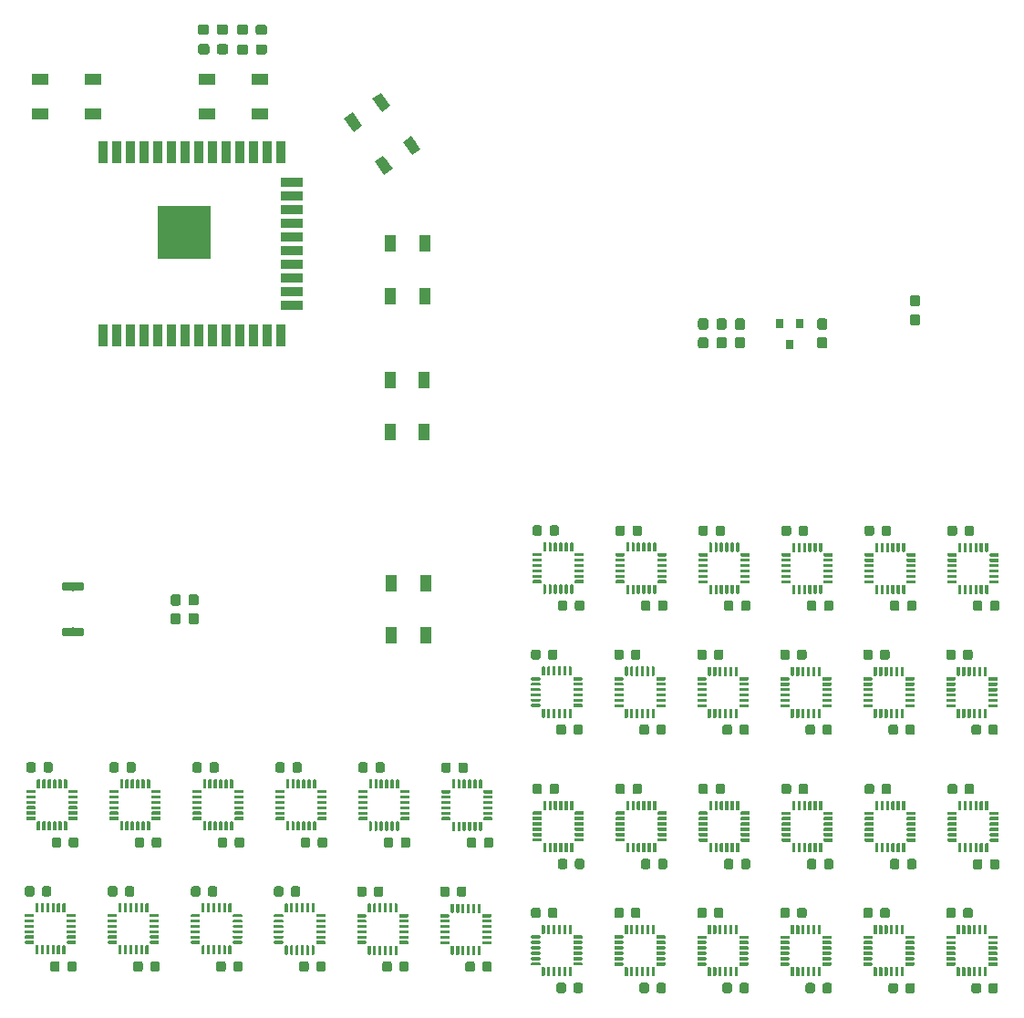
<source format=gbp>
%MOIN*%
%OFA0B0*%
%FSLAX46Y46*%
%IPPOS*%
%LPD*%
%ADD10C,0.0039370078740157488*%
%ADD11C,0.037401574803149609*%
%ADD12C,0.031496062992125991*%
%ADD13R,0.03937007874015748X0.059055118110236227*%
%ADD14R,0.059055118110236227X0.03937007874015748*%
%ADD15R,0.19685039370078741X0.19685039370078741*%
%ADD16R,0.035433070866141732X0.07874015748031496*%
%ADD17R,0.07874015748031496X0.035433070866141732*%
%ADD18C,0.03937007874015748*%
%ADD19R,0.031496062992125991X0.035433070866141732*%
%ADD30C,0.0039370078740157488*%
%ADD31C,0.034448818897637797*%
%ADD32C,0.011811023622047244*%
%ADD33C,0.0039370078740157488*%
%ADD34C,0.034448818897637797*%
%ADD35C,0.011811023622047244*%
%ADD36C,0.0039370078740157488*%
%ADD37C,0.034448818897637797*%
%ADD38C,0.011811023622047244*%
D10*
G36*
X0000748770Y0001638813D02*
G01*
X0000749678Y0001638678D01*
X0000750568Y0001638455D01*
X0000751432Y0001638146D01*
X0000752262Y0001637754D01*
X0000753049Y0001637282D01*
X0000753786Y0001636735D01*
X0000754466Y0001636119D01*
X0000755082Y0001635439D01*
X0000755628Y0001634702D01*
X0000756100Y0001633915D01*
X0000756492Y0001633086D01*
X0000756802Y0001632222D01*
X0000757025Y0001631332D01*
X0000757159Y0001630424D01*
X0000757204Y0001629507D01*
X0000757204Y0001606870D01*
X0000757159Y0001605953D01*
X0000757025Y0001605045D01*
X0000756802Y0001604155D01*
X0000756492Y0001603291D01*
X0000756100Y0001602462D01*
X0000755628Y0001601675D01*
X0000755082Y0001600938D01*
X0000754466Y0001600258D01*
X0000753786Y0001599642D01*
X0000753049Y0001599095D01*
X0000752262Y0001598623D01*
X0000751432Y0001598231D01*
X0000750568Y0001597922D01*
X0000749678Y0001597699D01*
X0000748770Y0001597564D01*
X0000747854Y0001597519D01*
X0000729153Y0001597519D01*
X0000728237Y0001597564D01*
X0000727329Y0001597699D01*
X0000726439Y0001597922D01*
X0000725575Y0001598231D01*
X0000724745Y0001598623D01*
X0000723958Y0001599095D01*
X0000723221Y0001599642D01*
X0000722541Y0001600258D01*
X0000721925Y0001600938D01*
X0000721378Y0001601675D01*
X0000720907Y0001602462D01*
X0000720514Y0001603291D01*
X0000720205Y0001604155D01*
X0000719982Y0001605045D01*
X0000719848Y0001605953D01*
X0000719803Y0001606870D01*
X0000719803Y0001629507D01*
X0000719848Y0001630424D01*
X0000719982Y0001631332D01*
X0000720205Y0001632222D01*
X0000720514Y0001633086D01*
X0000720907Y0001633915D01*
X0000721378Y0001634702D01*
X0000721925Y0001635439D01*
X0000722541Y0001636119D01*
X0000723221Y0001636735D01*
X0000723958Y0001637282D01*
X0000724745Y0001637754D01*
X0000725575Y0001638146D01*
X0000726439Y0001638455D01*
X0000727329Y0001638678D01*
X0000728237Y0001638813D01*
X0000729153Y0001638858D01*
X0000747854Y0001638858D01*
X0000748770Y0001638813D01*
X0000748770Y0001638813D01*
G37*
D11*
X0000738503Y0001618188D03*
D10*
G36*
X0000748770Y0001569915D02*
G01*
X0000749678Y0001569780D01*
X0000750568Y0001569557D01*
X0000751432Y0001569248D01*
X0000752262Y0001568856D01*
X0000753049Y0001568384D01*
X0000753786Y0001567838D01*
X0000754466Y0001567221D01*
X0000755082Y0001566542D01*
X0000755628Y0001565805D01*
X0000756100Y0001565017D01*
X0000756492Y0001564188D01*
X0000756802Y0001563324D01*
X0000757025Y0001562434D01*
X0000757159Y0001561526D01*
X0000757204Y0001560610D01*
X0000757204Y0001537972D01*
X0000757159Y0001537055D01*
X0000757025Y0001536148D01*
X0000756802Y0001535258D01*
X0000756492Y0001534394D01*
X0000756100Y0001533564D01*
X0000755628Y0001532777D01*
X0000755082Y0001532040D01*
X0000754466Y0001531360D01*
X0000753786Y0001530744D01*
X0000753049Y0001530197D01*
X0000752262Y0001529726D01*
X0000751432Y0001529333D01*
X0000750568Y0001529024D01*
X0000749678Y0001528801D01*
X0000748770Y0001528667D01*
X0000747854Y0001528622D01*
X0000729153Y0001528622D01*
X0000728237Y0001528667D01*
X0000727329Y0001528801D01*
X0000726439Y0001529024D01*
X0000725575Y0001529333D01*
X0000724745Y0001529726D01*
X0000723958Y0001530197D01*
X0000723221Y0001530744D01*
X0000722541Y0001531360D01*
X0000721925Y0001532040D01*
X0000721378Y0001532777D01*
X0000720907Y0001533564D01*
X0000720514Y0001534394D01*
X0000720205Y0001535258D01*
X0000719982Y0001536148D01*
X0000719848Y0001537055D01*
X0000719803Y0001537972D01*
X0000719803Y0001560610D01*
X0000719848Y0001561526D01*
X0000719982Y0001562434D01*
X0000720205Y0001563324D01*
X0000720514Y0001564188D01*
X0000720907Y0001565017D01*
X0000721378Y0001565805D01*
X0000721925Y0001566542D01*
X0000722541Y0001567221D01*
X0000723221Y0001567838D01*
X0000723958Y0001568384D01*
X0000724745Y0001568856D01*
X0000725575Y0001569248D01*
X0000726439Y0001569557D01*
X0000727329Y0001569780D01*
X0000728237Y0001569915D01*
X0000729153Y0001569960D01*
X0000747854Y0001569960D01*
X0000748770Y0001569915D01*
X0000748770Y0001569915D01*
G37*
D11*
X0000738503Y0001549291D03*
D10*
G36*
X0000395338Y0001682560D02*
G01*
X0000396103Y0001682447D01*
X0000396852Y0001682259D01*
X0000397580Y0001681999D01*
X0000398278Y0001681668D01*
X0000398941Y0001681271D01*
X0000399562Y0001680811D01*
X0000400134Y0001680292D01*
X0000400653Y0001679719D01*
X0000401113Y0001679098D01*
X0000401511Y0001678436D01*
X0000401841Y0001677737D01*
X0000402101Y0001677010D01*
X0000402289Y0001676260D01*
X0000402402Y0001675496D01*
X0000402440Y0001674724D01*
X0000402440Y0001658976D01*
X0000402402Y0001658204D01*
X0000402289Y0001657440D01*
X0000402101Y0001656690D01*
X0000401841Y0001655963D01*
X0000401511Y0001655264D01*
X0000401113Y0001654601D01*
X0000400653Y0001653981D01*
X0000400134Y0001653408D01*
X0000399562Y0001652889D01*
X0000398941Y0001652429D01*
X0000398278Y0001652032D01*
X0000397580Y0001651701D01*
X0000396852Y0001651441D01*
X0000396103Y0001651253D01*
X0000395338Y0001651140D01*
X0000394566Y0001651102D01*
X0000331574Y0001651102D01*
X0000330803Y0001651140D01*
X0000330038Y0001651253D01*
X0000329289Y0001651441D01*
X0000328561Y0001651701D01*
X0000327862Y0001652032D01*
X0000327200Y0001652429D01*
X0000326579Y0001652889D01*
X0000326007Y0001653408D01*
X0000325488Y0001653981D01*
X0000325027Y0001654601D01*
X0000324630Y0001655264D01*
X0000324300Y0001655963D01*
X0000324039Y0001656690D01*
X0000323852Y0001657440D01*
X0000323738Y0001658204D01*
X0000323700Y0001658976D01*
X0000323700Y0001674724D01*
X0000323738Y0001675496D01*
X0000323852Y0001676260D01*
X0000324039Y0001677010D01*
X0000324300Y0001677737D01*
X0000324630Y0001678436D01*
X0000325027Y0001679098D01*
X0000325488Y0001679719D01*
X0000326007Y0001680292D01*
X0000326579Y0001680811D01*
X0000327200Y0001681271D01*
X0000327862Y0001681668D01*
X0000328561Y0001681999D01*
X0000329289Y0001682259D01*
X0000330038Y0001682447D01*
X0000330803Y0001682560D01*
X0000331574Y0001682598D01*
X0000394566Y0001682598D01*
X0000395338Y0001682560D01*
X0000395338Y0001682560D01*
G37*
D12*
X0000363070Y0001666850D03*
D10*
G36*
X0000395338Y0001517206D02*
G01*
X0000396103Y0001517092D01*
X0000396852Y0001516905D01*
X0000397580Y0001516644D01*
X0000398278Y0001516314D01*
X0000398941Y0001515917D01*
X0000399562Y0001515456D01*
X0000400134Y0001514937D01*
X0000400653Y0001514365D01*
X0000401113Y0001513744D01*
X0000401511Y0001513081D01*
X0000401841Y0001512383D01*
X0000402101Y0001511655D01*
X0000402289Y0001510906D01*
X0000402402Y0001510141D01*
X0000402440Y0001509370D01*
X0000402440Y0001493622D01*
X0000402402Y0001492850D01*
X0000402289Y0001492085D01*
X0000402101Y0001491336D01*
X0000401841Y0001490608D01*
X0000401511Y0001489910D01*
X0000401113Y0001489247D01*
X0000400653Y0001488626D01*
X0000400134Y0001488054D01*
X0000399562Y0001487535D01*
X0000398941Y0001487075D01*
X0000398278Y0001486677D01*
X0000397580Y0001486347D01*
X0000396852Y0001486087D01*
X0000396103Y0001485899D01*
X0000395338Y0001485785D01*
X0000394566Y0001485748D01*
X0000331574Y0001485748D01*
X0000330803Y0001485785D01*
X0000330038Y0001485899D01*
X0000329289Y0001486087D01*
X0000328561Y0001486347D01*
X0000327862Y0001486677D01*
X0000327200Y0001487075D01*
X0000326579Y0001487535D01*
X0000326007Y0001488054D01*
X0000325488Y0001488626D01*
X0000325027Y0001489247D01*
X0000324630Y0001489910D01*
X0000324300Y0001490608D01*
X0000324039Y0001491336D01*
X0000323852Y0001492085D01*
X0000323738Y0001492850D01*
X0000323700Y0001493622D01*
X0000323700Y0001509370D01*
X0000323738Y0001510141D01*
X0000323852Y0001510906D01*
X0000324039Y0001511655D01*
X0000324300Y0001512383D01*
X0000324630Y0001513081D01*
X0000325027Y0001513744D01*
X0000325488Y0001514365D01*
X0000326007Y0001514937D01*
X0000326579Y0001515456D01*
X0000327200Y0001515917D01*
X0000327862Y0001516314D01*
X0000328561Y0001516644D01*
X0000329289Y0001516905D01*
X0000330038Y0001517092D01*
X0000330803Y0001517206D01*
X0000331574Y0001517244D01*
X0000394566Y0001517244D01*
X0000395338Y0001517206D01*
X0000395338Y0001517206D01*
G37*
D12*
X0000363070Y0001501496D03*
D13*
X0001651181Y0001487716D03*
X0001525196Y0001487716D03*
X0001651181Y0001680629D03*
X0001525196Y0001680629D03*
D10*
G36*
X0000813534Y0001639325D02*
G01*
X0000814442Y0001639190D01*
X0000815332Y0001638967D01*
X0000816196Y0001638658D01*
X0000817025Y0001638265D01*
X0000817812Y0001637794D01*
X0000818549Y0001637247D01*
X0000819229Y0001636631D01*
X0000819846Y0001635951D01*
X0000820392Y0001635214D01*
X0000820864Y0001634427D01*
X0000821256Y0001633597D01*
X0000821565Y0001632733D01*
X0000821788Y0001631843D01*
X0000821923Y0001630936D01*
X0000821968Y0001630019D01*
X0000821968Y0001607381D01*
X0000821923Y0001606465D01*
X0000821788Y0001605557D01*
X0000821565Y0001604667D01*
X0000821256Y0001603803D01*
X0000820864Y0001602974D01*
X0000820392Y0001602187D01*
X0000819846Y0001601450D01*
X0000819229Y0001600770D01*
X0000818549Y0001600153D01*
X0000817812Y0001599607D01*
X0000817025Y0001599135D01*
X0000816196Y0001598743D01*
X0000815332Y0001598434D01*
X0000814442Y0001598211D01*
X0000813534Y0001598076D01*
X0000812618Y0001598031D01*
X0000793917Y0001598031D01*
X0000793000Y0001598076D01*
X0000792093Y0001598211D01*
X0000791202Y0001598434D01*
X0000790339Y0001598743D01*
X0000789509Y0001599135D01*
X0000788722Y0001599607D01*
X0000787985Y0001600153D01*
X0000787305Y0001600770D01*
X0000786689Y0001601450D01*
X0000786142Y0001602187D01*
X0000785670Y0001602974D01*
X0000785278Y0001603803D01*
X0000784969Y0001604667D01*
X0000784746Y0001605557D01*
X0000784611Y0001606465D01*
X0000784566Y0001607381D01*
X0000784566Y0001630019D01*
X0000784611Y0001630936D01*
X0000784746Y0001631843D01*
X0000784969Y0001632733D01*
X0000785278Y0001633597D01*
X0000785670Y0001634427D01*
X0000786142Y0001635214D01*
X0000786689Y0001635951D01*
X0000787305Y0001636631D01*
X0000787985Y0001637247D01*
X0000788722Y0001637794D01*
X0000789509Y0001638265D01*
X0000790339Y0001638658D01*
X0000791202Y0001638967D01*
X0000792093Y0001639190D01*
X0000793000Y0001639325D01*
X0000793917Y0001639370D01*
X0000812618Y0001639370D01*
X0000813534Y0001639325D01*
X0000813534Y0001639325D01*
G37*
D11*
X0000803267Y0001618700D03*
D10*
G36*
X0000813534Y0001570427D02*
G01*
X0000814442Y0001570292D01*
X0000815332Y0001570069D01*
X0000816196Y0001569760D01*
X0000817025Y0001569368D01*
X0000817812Y0001568896D01*
X0000818549Y0001568350D01*
X0000819229Y0001567733D01*
X0000819846Y0001567053D01*
X0000820392Y0001566316D01*
X0000820864Y0001565529D01*
X0000821256Y0001564700D01*
X0000821565Y0001563836D01*
X0000821788Y0001562946D01*
X0000821923Y0001562038D01*
X0000821968Y0001561122D01*
X0000821968Y0001538484D01*
X0000821923Y0001537567D01*
X0000821788Y0001536660D01*
X0000821565Y0001535769D01*
X0000821256Y0001534906D01*
X0000820864Y0001534076D01*
X0000820392Y0001533289D01*
X0000819846Y0001532552D01*
X0000819229Y0001531872D01*
X0000818549Y0001531256D01*
X0000817812Y0001530709D01*
X0000817025Y0001530237D01*
X0000816196Y0001529845D01*
X0000815332Y0001529536D01*
X0000814442Y0001529313D01*
X0000813534Y0001529178D01*
X0000812618Y0001529133D01*
X0000793917Y0001529133D01*
X0000793000Y0001529178D01*
X0000792093Y0001529313D01*
X0000791202Y0001529536D01*
X0000790339Y0001529845D01*
X0000789509Y0001530237D01*
X0000788722Y0001530709D01*
X0000787985Y0001531256D01*
X0000787305Y0001531872D01*
X0000786689Y0001532552D01*
X0000786142Y0001533289D01*
X0000785670Y0001534076D01*
X0000785278Y0001534906D01*
X0000784969Y0001535769D01*
X0000784746Y0001536660D01*
X0000784611Y0001537567D01*
X0000784566Y0001538484D01*
X0000784566Y0001561122D01*
X0000784611Y0001562038D01*
X0000784746Y0001562946D01*
X0000784969Y0001563836D01*
X0000785278Y0001564700D01*
X0000785670Y0001565529D01*
X0000786142Y0001566316D01*
X0000786689Y0001567053D01*
X0000787305Y0001567733D01*
X0000787985Y0001568350D01*
X0000788722Y0001568896D01*
X0000789509Y0001569368D01*
X0000790339Y0001569760D01*
X0000791202Y0001570069D01*
X0000792093Y0001570292D01*
X0000793000Y0001570427D01*
X0000793917Y0001570472D01*
X0000812618Y0001570472D01*
X0000813534Y0001570427D01*
X0000813534Y0001570427D01*
G37*
D11*
X0000803267Y0001549803D03*
D14*
X0000853936Y0003395039D03*
X0000853936Y0003521023D03*
X0001046850Y0003395039D03*
X0001046850Y0003521023D03*
D10*
G36*
X0000852077Y0003723931D02*
G01*
X0000852985Y0003723796D01*
X0000853875Y0003723573D01*
X0000854739Y0003723264D01*
X0000855569Y0003722872D01*
X0000856356Y0003722400D01*
X0000857093Y0003721853D01*
X0000857773Y0003721237D01*
X0000858389Y0003720557D01*
X0000858935Y0003719820D01*
X0000859407Y0003719033D01*
X0000859800Y0003718204D01*
X0000860109Y0003717340D01*
X0000860332Y0003716450D01*
X0000860466Y0003715542D01*
X0000860511Y0003714625D01*
X0000860511Y0003695925D01*
X0000860466Y0003695008D01*
X0000860332Y0003694100D01*
X0000860109Y0003693210D01*
X0000859800Y0003692346D01*
X0000859407Y0003691517D01*
X0000858935Y0003690730D01*
X0000858389Y0003689993D01*
X0000857773Y0003689313D01*
X0000857093Y0003688697D01*
X0000856356Y0003688150D01*
X0000855569Y0003687678D01*
X0000854739Y0003687286D01*
X0000853875Y0003686977D01*
X0000852985Y0003686754D01*
X0000852077Y0003686619D01*
X0000851161Y0003686574D01*
X0000828523Y0003686574D01*
X0000827607Y0003686619D01*
X0000826699Y0003686754D01*
X0000825809Y0003686977D01*
X0000824945Y0003687286D01*
X0000824115Y0003687678D01*
X0000823328Y0003688150D01*
X0000822591Y0003688697D01*
X0000821911Y0003689313D01*
X0000821295Y0003689993D01*
X0000820749Y0003690730D01*
X0000820277Y0003691517D01*
X0000819884Y0003692346D01*
X0000819575Y0003693210D01*
X0000819352Y0003694100D01*
X0000819218Y0003695008D01*
X0000819173Y0003695925D01*
X0000819173Y0003714625D01*
X0000819218Y0003715542D01*
X0000819352Y0003716450D01*
X0000819575Y0003717340D01*
X0000819884Y0003718204D01*
X0000820277Y0003719033D01*
X0000820749Y0003719820D01*
X0000821295Y0003720557D01*
X0000821911Y0003721237D01*
X0000822591Y0003721853D01*
X0000823328Y0003722400D01*
X0000824115Y0003722872D01*
X0000824945Y0003723264D01*
X0000825809Y0003723573D01*
X0000826699Y0003723796D01*
X0000827607Y0003723931D01*
X0000828523Y0003723976D01*
X0000851161Y0003723976D01*
X0000852077Y0003723931D01*
X0000852077Y0003723931D01*
G37*
D11*
X0000839842Y0003705275D03*
D10*
G36*
X0000920975Y0003723931D02*
G01*
X0000921883Y0003723796D01*
X0000922773Y0003723573D01*
X0000923637Y0003723264D01*
X0000924466Y0003722872D01*
X0000925253Y0003722400D01*
X0000925990Y0003721853D01*
X0000926670Y0003721237D01*
X0000927286Y0003720557D01*
X0000927833Y0003719820D01*
X0000928305Y0003719033D01*
X0000928697Y0003718204D01*
X0000929006Y0003717340D01*
X0000929229Y0003716450D01*
X0000929364Y0003715542D01*
X0000929409Y0003714625D01*
X0000929409Y0003695925D01*
X0000929364Y0003695008D01*
X0000929229Y0003694100D01*
X0000929006Y0003693210D01*
X0000928697Y0003692346D01*
X0000928305Y0003691517D01*
X0000927833Y0003690730D01*
X0000927286Y0003689993D01*
X0000926670Y0003689313D01*
X0000925990Y0003688697D01*
X0000925253Y0003688150D01*
X0000924466Y0003687678D01*
X0000923637Y0003687286D01*
X0000922773Y0003686977D01*
X0000921883Y0003686754D01*
X0000920975Y0003686619D01*
X0000920059Y0003686574D01*
X0000897421Y0003686574D01*
X0000896504Y0003686619D01*
X0000895597Y0003686754D01*
X0000894706Y0003686977D01*
X0000893842Y0003687286D01*
X0000893013Y0003687678D01*
X0000892226Y0003688150D01*
X0000891489Y0003688697D01*
X0000890809Y0003689313D01*
X0000890193Y0003689993D01*
X0000889646Y0003690730D01*
X0000889174Y0003691517D01*
X0000888782Y0003692346D01*
X0000888473Y0003693210D01*
X0000888250Y0003694100D01*
X0000888115Y0003695008D01*
X0000888070Y0003695925D01*
X0000888070Y0003714625D01*
X0000888115Y0003715542D01*
X0000888250Y0003716450D01*
X0000888473Y0003717340D01*
X0000888782Y0003718204D01*
X0000889174Y0003719033D01*
X0000889646Y0003719820D01*
X0000890193Y0003720557D01*
X0000890809Y0003721237D01*
X0000891489Y0003721853D01*
X0000892226Y0003722400D01*
X0000893013Y0003722872D01*
X0000893842Y0003723264D01*
X0000894706Y0003723573D01*
X0000895597Y0003723796D01*
X0000896504Y0003723931D01*
X0000897421Y0003723976D01*
X0000920059Y0003723976D01*
X0000920975Y0003723931D01*
X0000920975Y0003723931D01*
G37*
D11*
X0000908740Y0003705275D03*
D10*
G36*
X0000994912Y0003722356D02*
G01*
X0000995820Y0003722221D01*
X0000996710Y0003721998D01*
X0000997574Y0003721689D01*
X0000998403Y0003721297D01*
X0000999190Y0003720825D01*
X0000999927Y0003720279D01*
X0001000607Y0003719662D01*
X0001001224Y0003718982D01*
X0001001770Y0003718245D01*
X0001002242Y0003717458D01*
X0001002634Y0003716629D01*
X0001002943Y0003715765D01*
X0001003166Y0003714875D01*
X0001003301Y0003713967D01*
X0001003346Y0003713051D01*
X0001003346Y0003694350D01*
X0001003301Y0003693433D01*
X0001003166Y0003692526D01*
X0001002943Y0003691636D01*
X0001002634Y0003690772D01*
X0001002242Y0003689942D01*
X0001001770Y0003689155D01*
X0001001224Y0003688418D01*
X0001000607Y0003687738D01*
X0000999927Y0003687122D01*
X0000999190Y0003686575D01*
X0000998403Y0003686104D01*
X0000997574Y0003685711D01*
X0000996710Y0003685402D01*
X0000995820Y0003685179D01*
X0000994912Y0003685045D01*
X0000993996Y0003684999D01*
X0000971358Y0003684999D01*
X0000970441Y0003685045D01*
X0000969534Y0003685179D01*
X0000968643Y0003685402D01*
X0000967780Y0003685711D01*
X0000966950Y0003686104D01*
X0000966163Y0003686575D01*
X0000965426Y0003687122D01*
X0000964746Y0003687738D01*
X0000964130Y0003688418D01*
X0000963583Y0003689155D01*
X0000963111Y0003689942D01*
X0000962719Y0003690772D01*
X0000962410Y0003691636D01*
X0000962187Y0003692526D01*
X0000962052Y0003693433D01*
X0000962007Y0003694350D01*
X0000962007Y0003713051D01*
X0000962052Y0003713967D01*
X0000962187Y0003714875D01*
X0000962410Y0003715765D01*
X0000962719Y0003716629D01*
X0000963111Y0003717458D01*
X0000963583Y0003718245D01*
X0000964130Y0003718982D01*
X0000964746Y0003719662D01*
X0000965426Y0003720279D01*
X0000966163Y0003720825D01*
X0000966950Y0003721297D01*
X0000967780Y0003721689D01*
X0000968643Y0003721998D01*
X0000969534Y0003722221D01*
X0000970441Y0003722356D01*
X0000971358Y0003722401D01*
X0000993996Y0003722401D01*
X0000994912Y0003722356D01*
X0000994912Y0003722356D01*
G37*
D11*
X0000982677Y0003703700D03*
D10*
G36*
X0001063810Y0003722356D02*
G01*
X0001064717Y0003722221D01*
X0001065607Y0003721998D01*
X0001066471Y0003721689D01*
X0001067301Y0003721297D01*
X0001068088Y0003720825D01*
X0001068825Y0003720279D01*
X0001069505Y0003719662D01*
X0001070121Y0003718982D01*
X0001070668Y0003718245D01*
X0001071139Y0003717458D01*
X0001071532Y0003716629D01*
X0001071841Y0003715765D01*
X0001072064Y0003714875D01*
X0001072199Y0003713967D01*
X0001072244Y0003713051D01*
X0001072244Y0003694350D01*
X0001072199Y0003693433D01*
X0001072064Y0003692526D01*
X0001071841Y0003691636D01*
X0001071532Y0003690772D01*
X0001071139Y0003689942D01*
X0001070668Y0003689155D01*
X0001070121Y0003688418D01*
X0001069505Y0003687738D01*
X0001068825Y0003687122D01*
X0001068088Y0003686575D01*
X0001067301Y0003686104D01*
X0001066471Y0003685711D01*
X0001065607Y0003685402D01*
X0001064717Y0003685179D01*
X0001063810Y0003685045D01*
X0001062893Y0003684999D01*
X0001040255Y0003684999D01*
X0001039339Y0003685045D01*
X0001038431Y0003685179D01*
X0001037541Y0003685402D01*
X0001036677Y0003685711D01*
X0001035848Y0003686104D01*
X0001035061Y0003686575D01*
X0001034324Y0003687122D01*
X0001033644Y0003687738D01*
X0001033027Y0003688418D01*
X0001032481Y0003689155D01*
X0001032009Y0003689942D01*
X0001031617Y0003690772D01*
X0001031308Y0003691636D01*
X0001031085Y0003692526D01*
X0001030950Y0003693433D01*
X0001030905Y0003694350D01*
X0001030905Y0003713051D01*
X0001030950Y0003713967D01*
X0001031085Y0003714875D01*
X0001031308Y0003715765D01*
X0001031617Y0003716629D01*
X0001032009Y0003717458D01*
X0001032481Y0003718245D01*
X0001033027Y0003718982D01*
X0001033644Y0003719662D01*
X0001034324Y0003720279D01*
X0001035061Y0003720825D01*
X0001035848Y0003721297D01*
X0001036677Y0003721689D01*
X0001037541Y0003721998D01*
X0001038431Y0003722221D01*
X0001039339Y0003722356D01*
X0001040255Y0003722401D01*
X0001062893Y0003722401D01*
X0001063810Y0003722356D01*
X0001063810Y0003722356D01*
G37*
D11*
X0001051574Y0003703700D03*
D13*
X0001647519Y0002231417D03*
X0001521535Y0002231417D03*
X0001647519Y0002424330D03*
X0001521535Y0002424330D03*
D15*
X0000769370Y0002961653D03*
D16*
X0000474094Y0003256929D03*
X0000524094Y0003256929D03*
X0000574094Y0003256929D03*
X0000624094Y0003256929D03*
X0000674094Y0003256929D03*
X0000724094Y0003256929D03*
X0000774094Y0003256929D03*
X0000824094Y0003256929D03*
X0000874094Y0003256929D03*
X0000924094Y0003256929D03*
X0000974094Y0003256929D03*
X0001024094Y0003256929D03*
X0001074094Y0003256929D03*
X0001124094Y0003256929D03*
D17*
X0001163464Y0003147283D03*
X0001163464Y0003097283D03*
X0001163464Y0003047283D03*
X0001163464Y0002997283D03*
X0001163464Y0002947283D03*
X0001163464Y0002897283D03*
X0001163464Y0002847283D03*
X0001163464Y0002797283D03*
X0001163464Y0002747283D03*
X0001163464Y0002697283D03*
D16*
X0001124094Y0002587637D03*
X0001074094Y0002587637D03*
X0001024094Y0002587637D03*
X0000974094Y0002587637D03*
X0000924094Y0002587637D03*
X0000874094Y0002587637D03*
X0000824094Y0002587637D03*
X0000774094Y0002587637D03*
X0000724094Y0002587637D03*
X0000674094Y0002587637D03*
X0000624094Y0002587637D03*
X0000574094Y0002587637D03*
X0000524094Y0002587637D03*
X0000474094Y0002587637D03*
D10*
G36*
X0001064125Y0003650939D02*
G01*
X0001065032Y0003650804D01*
X0001065922Y0003650581D01*
X0001066786Y0003650272D01*
X0001067616Y0003649880D01*
X0001068403Y0003649408D01*
X0001069140Y0003648861D01*
X0001069820Y0003648245D01*
X0001070436Y0003647565D01*
X0001070983Y0003646828D01*
X0001071454Y0003646041D01*
X0001071847Y0003645212D01*
X0001072156Y0003644348D01*
X0001072379Y0003643458D01*
X0001072514Y0003642550D01*
X0001072559Y0003641633D01*
X0001072559Y0003622933D01*
X0001072514Y0003622016D01*
X0001072379Y0003621108D01*
X0001072156Y0003620218D01*
X0001071847Y0003619354D01*
X0001071454Y0003618525D01*
X0001070983Y0003617738D01*
X0001070436Y0003617001D01*
X0001069820Y0003616321D01*
X0001069140Y0003615705D01*
X0001068403Y0003615158D01*
X0001067616Y0003614686D01*
X0001066786Y0003614294D01*
X0001065922Y0003613985D01*
X0001065032Y0003613762D01*
X0001064125Y0003613627D01*
X0001063208Y0003613582D01*
X0001040570Y0003613582D01*
X0001039654Y0003613627D01*
X0001038746Y0003613762D01*
X0001037856Y0003613985D01*
X0001036992Y0003614294D01*
X0001036163Y0003614686D01*
X0001035376Y0003615158D01*
X0001034639Y0003615705D01*
X0001033959Y0003616321D01*
X0001033342Y0003617001D01*
X0001032796Y0003617738D01*
X0001032324Y0003618525D01*
X0001031932Y0003619354D01*
X0001031623Y0003620218D01*
X0001031400Y0003621108D01*
X0001031265Y0003622016D01*
X0001031220Y0003622933D01*
X0001031220Y0003641633D01*
X0001031265Y0003642550D01*
X0001031400Y0003643458D01*
X0001031623Y0003644348D01*
X0001031932Y0003645212D01*
X0001032324Y0003646041D01*
X0001032796Y0003646828D01*
X0001033342Y0003647565D01*
X0001033959Y0003648245D01*
X0001034639Y0003648861D01*
X0001035376Y0003649408D01*
X0001036163Y0003649880D01*
X0001036992Y0003650272D01*
X0001037856Y0003650581D01*
X0001038746Y0003650804D01*
X0001039654Y0003650939D01*
X0001040570Y0003650984D01*
X0001063208Y0003650984D01*
X0001064125Y0003650939D01*
X0001064125Y0003650939D01*
G37*
D11*
X0001051889Y0003632283D03*
D10*
G36*
X0000995227Y0003650939D02*
G01*
X0000996135Y0003650804D01*
X0000997025Y0003650581D01*
X0000997889Y0003650272D01*
X0000998718Y0003649880D01*
X0000999505Y0003649408D01*
X0001000242Y0003648861D01*
X0001000922Y0003648245D01*
X0001001538Y0003647565D01*
X0001002085Y0003646828D01*
X0001002557Y0003646041D01*
X0001002949Y0003645212D01*
X0001003258Y0003644348D01*
X0001003481Y0003643458D01*
X0001003616Y0003642550D01*
X0001003661Y0003641633D01*
X0001003661Y0003622933D01*
X0001003616Y0003622016D01*
X0001003481Y0003621108D01*
X0001003258Y0003620218D01*
X0001002949Y0003619354D01*
X0001002557Y0003618525D01*
X0001002085Y0003617738D01*
X0001001538Y0003617001D01*
X0001000922Y0003616321D01*
X0001000242Y0003615705D01*
X0000999505Y0003615158D01*
X0000998718Y0003614686D01*
X0000997889Y0003614294D01*
X0000997025Y0003613985D01*
X0000996135Y0003613762D01*
X0000995227Y0003613627D01*
X0000994311Y0003613582D01*
X0000971673Y0003613582D01*
X0000970756Y0003613627D01*
X0000969849Y0003613762D01*
X0000968958Y0003613985D01*
X0000968095Y0003614294D01*
X0000967265Y0003614686D01*
X0000966478Y0003615158D01*
X0000965741Y0003615705D01*
X0000965061Y0003616321D01*
X0000964445Y0003617001D01*
X0000963898Y0003617738D01*
X0000963426Y0003618525D01*
X0000963034Y0003619354D01*
X0000962725Y0003620218D01*
X0000962502Y0003621108D01*
X0000962367Y0003622016D01*
X0000962322Y0003622933D01*
X0000962322Y0003641633D01*
X0000962367Y0003642550D01*
X0000962502Y0003643458D01*
X0000962725Y0003644348D01*
X0000963034Y0003645212D01*
X0000963426Y0003646041D01*
X0000963898Y0003646828D01*
X0000964445Y0003647565D01*
X0000965061Y0003648245D01*
X0000965741Y0003648861D01*
X0000966478Y0003649408D01*
X0000967265Y0003649880D01*
X0000968095Y0003650272D01*
X0000968958Y0003650581D01*
X0000969849Y0003650804D01*
X0000970756Y0003650939D01*
X0000971673Y0003650984D01*
X0000994311Y0003650984D01*
X0000995227Y0003650939D01*
X0000995227Y0003650939D01*
G37*
D11*
X0000982992Y0003632283D03*
D10*
G36*
X0000921920Y0003651490D02*
G01*
X0000922828Y0003651355D01*
X0000923718Y0003651132D01*
X0000924582Y0003650823D01*
X0000925411Y0003650431D01*
X0000926198Y0003649959D01*
X0000926935Y0003649412D01*
X0000927615Y0003648796D01*
X0000928231Y0003648116D01*
X0000928778Y0003647379D01*
X0000929250Y0003646592D01*
X0000929642Y0003645763D01*
X0000929951Y0003644899D01*
X0000930174Y0003644009D01*
X0000930309Y0003643101D01*
X0000930354Y0003642185D01*
X0000930354Y0003623484D01*
X0000930309Y0003622567D01*
X0000930174Y0003621660D01*
X0000929951Y0003620769D01*
X0000929642Y0003619906D01*
X0000929250Y0003619076D01*
X0000928778Y0003618289D01*
X0000928231Y0003617552D01*
X0000927615Y0003616872D01*
X0000926935Y0003616256D01*
X0000926198Y0003615709D01*
X0000925411Y0003615237D01*
X0000924582Y0003614845D01*
X0000923718Y0003614536D01*
X0000922828Y0003614313D01*
X0000921920Y0003614178D01*
X0000921003Y0003614133D01*
X0000898366Y0003614133D01*
X0000897449Y0003614178D01*
X0000896541Y0003614313D01*
X0000895651Y0003614536D01*
X0000894787Y0003614845D01*
X0000893958Y0003615237D01*
X0000893171Y0003615709D01*
X0000892434Y0003616256D01*
X0000891754Y0003616872D01*
X0000891138Y0003617552D01*
X0000890591Y0003618289D01*
X0000890119Y0003619076D01*
X0000889727Y0003619906D01*
X0000889418Y0003620769D01*
X0000889195Y0003621660D01*
X0000889060Y0003622567D01*
X0000889015Y0003623484D01*
X0000889015Y0003642185D01*
X0000889060Y0003643101D01*
X0000889195Y0003644009D01*
X0000889418Y0003644899D01*
X0000889727Y0003645763D01*
X0000890119Y0003646592D01*
X0000890591Y0003647379D01*
X0000891138Y0003648116D01*
X0000891754Y0003648796D01*
X0000892434Y0003649412D01*
X0000893171Y0003649959D01*
X0000893958Y0003650431D01*
X0000894787Y0003650823D01*
X0000895651Y0003651132D01*
X0000896541Y0003651355D01*
X0000897449Y0003651490D01*
X0000898366Y0003651535D01*
X0000921003Y0003651535D01*
X0000921920Y0003651490D01*
X0000921920Y0003651490D01*
G37*
D11*
X0000909685Y0003632834D03*
D10*
G36*
X0000853022Y0003651490D02*
G01*
X0000853930Y0003651355D01*
X0000854820Y0003651132D01*
X0000855684Y0003650823D01*
X0000856514Y0003650431D01*
X0000857301Y0003649959D01*
X0000858038Y0003649412D01*
X0000858718Y0003648796D01*
X0000859334Y0003648116D01*
X0000859880Y0003647379D01*
X0000860352Y0003646592D01*
X0000860744Y0003645763D01*
X0000861054Y0003644899D01*
X0000861277Y0003644009D01*
X0000861411Y0003643101D01*
X0000861456Y0003642185D01*
X0000861456Y0003623484D01*
X0000861411Y0003622567D01*
X0000861277Y0003621660D01*
X0000861054Y0003620769D01*
X0000860744Y0003619906D01*
X0000860352Y0003619076D01*
X0000859880Y0003618289D01*
X0000859334Y0003617552D01*
X0000858718Y0003616872D01*
X0000858038Y0003616256D01*
X0000857301Y0003615709D01*
X0000856514Y0003615237D01*
X0000855684Y0003614845D01*
X0000854820Y0003614536D01*
X0000853930Y0003614313D01*
X0000853022Y0003614178D01*
X0000852106Y0003614133D01*
X0000829468Y0003614133D01*
X0000828551Y0003614178D01*
X0000827644Y0003614313D01*
X0000826754Y0003614536D01*
X0000825890Y0003614845D01*
X0000825060Y0003615237D01*
X0000824273Y0003615709D01*
X0000823536Y0003616256D01*
X0000822856Y0003616872D01*
X0000822240Y0003617552D01*
X0000821693Y0003618289D01*
X0000821222Y0003619076D01*
X0000820829Y0003619906D01*
X0000820520Y0003620769D01*
X0000820297Y0003621660D01*
X0000820163Y0003622567D01*
X0000820118Y0003623484D01*
X0000820118Y0003642185D01*
X0000820163Y0003643101D01*
X0000820297Y0003644009D01*
X0000820520Y0003644899D01*
X0000820829Y0003645763D01*
X0000821222Y0003646592D01*
X0000821693Y0003647379D01*
X0000822240Y0003648116D01*
X0000822856Y0003648796D01*
X0000823536Y0003649412D01*
X0000824273Y0003649959D01*
X0000825060Y0003650431D01*
X0000825890Y0003650823D01*
X0000826754Y0003651132D01*
X0000827644Y0003651355D01*
X0000828551Y0003651490D01*
X0000829468Y0003651535D01*
X0000852106Y0003651535D01*
X0000853022Y0003651490D01*
X0000853022Y0003651490D01*
G37*
D11*
X0000840787Y0003632834D03*
D13*
X0001523897Y0002922244D03*
X0001649881Y0002922244D03*
X0001523897Y0002729330D03*
X0001649881Y0002729330D03*
D14*
X0000436496Y0003521929D03*
X0000436496Y0003395944D03*
X0000243582Y0003521929D03*
X0000243582Y0003395944D03*
D18*
X0001601334Y0003280543D03*
D10*
G36*
X0001568273Y0003293440D02*
G01*
X0001600523Y0003316021D01*
X0001634396Y0003267646D01*
X0001602146Y0003245064D01*
X0001568273Y0003293440D01*
X0001568273Y0003293440D01*
G37*
D18*
X0001498134Y0003208281D03*
D10*
G36*
X0001465073Y0003221178D02*
G01*
X0001497323Y0003243760D01*
X0001531195Y0003195385D01*
X0001498945Y0003172803D01*
X0001465073Y0003221178D01*
X0001465073Y0003221178D01*
G37*
D18*
X0001490684Y0003438568D03*
D10*
G36*
X0001457622Y0003451465D02*
G01*
X0001489872Y0003474047D01*
X0001523745Y0003425672D01*
X0001491495Y0003403090D01*
X0001457622Y0003451465D01*
X0001457622Y0003451465D01*
G37*
D18*
X0001387484Y0003366307D03*
D10*
G36*
X0001354422Y0003379203D02*
G01*
X0001386672Y0003401785D01*
X0001420545Y0003353410D01*
X0001388295Y0003330828D01*
X0001354422Y0003379203D01*
X0001354422Y0003379203D01*
G37*
G36*
X0003112196Y0002579443D02*
G01*
X0003113103Y0002579308D01*
X0003113993Y0002579085D01*
X0003114857Y0002578776D01*
X0003115687Y0002578384D01*
X0003116474Y0002577912D01*
X0003117211Y0002577365D01*
X0003117891Y0002576749D01*
X0003118507Y0002576069D01*
X0003119054Y0002575332D01*
X0003119525Y0002574545D01*
X0003119918Y0002573716D01*
X0003120227Y0002572852D01*
X0003120450Y0002571961D01*
X0003120584Y0002571054D01*
X0003120629Y0002570137D01*
X0003120629Y0002547500D01*
X0003120584Y0002546583D01*
X0003120450Y0002545675D01*
X0003120227Y0002544785D01*
X0003119918Y0002543921D01*
X0003119525Y0002543092D01*
X0003119054Y0002542305D01*
X0003118507Y0002541568D01*
X0003117891Y0002540888D01*
X0003117211Y0002540272D01*
X0003116474Y0002539725D01*
X0003115687Y0002539253D01*
X0003114857Y0002538861D01*
X0003113993Y0002538552D01*
X0003113103Y0002538329D01*
X0003112196Y0002538194D01*
X0003111279Y0002538149D01*
X0003092578Y0002538149D01*
X0003091662Y0002538194D01*
X0003090754Y0002538329D01*
X0003089864Y0002538552D01*
X0003089000Y0002538861D01*
X0003088170Y0002539253D01*
X0003087383Y0002539725D01*
X0003086646Y0002540272D01*
X0003085967Y0002540888D01*
X0003085350Y0002541568D01*
X0003084804Y0002542305D01*
X0003084332Y0002543092D01*
X0003083940Y0002543921D01*
X0003083630Y0002544785D01*
X0003083407Y0002545675D01*
X0003083273Y0002546583D01*
X0003083228Y0002547500D01*
X0003083228Y0002570137D01*
X0003083273Y0002571054D01*
X0003083407Y0002571961D01*
X0003083630Y0002572852D01*
X0003083940Y0002573716D01*
X0003084332Y0002574545D01*
X0003084804Y0002575332D01*
X0003085350Y0002576069D01*
X0003085967Y0002576749D01*
X0003086646Y0002577365D01*
X0003087383Y0002577912D01*
X0003088170Y0002578384D01*
X0003089000Y0002578776D01*
X0003089864Y0002579085D01*
X0003090754Y0002579308D01*
X0003091662Y0002579443D01*
X0003092578Y0002579488D01*
X0003111279Y0002579488D01*
X0003112196Y0002579443D01*
X0003112196Y0002579443D01*
G37*
D11*
X0003101929Y0002558818D03*
D10*
G36*
X0003112196Y0002648340D02*
G01*
X0003113103Y0002648206D01*
X0003113993Y0002647983D01*
X0003114857Y0002647674D01*
X0003115687Y0002647281D01*
X0003116474Y0002646810D01*
X0003117211Y0002646263D01*
X0003117891Y0002645647D01*
X0003118507Y0002644967D01*
X0003119054Y0002644230D01*
X0003119525Y0002643443D01*
X0003119918Y0002642613D01*
X0003120227Y0002641749D01*
X0003120450Y0002640859D01*
X0003120584Y0002639951D01*
X0003120629Y0002639035D01*
X0003120629Y0002616397D01*
X0003120584Y0002615481D01*
X0003120450Y0002614573D01*
X0003120227Y0002613683D01*
X0003119918Y0002612819D01*
X0003119525Y0002611989D01*
X0003119054Y0002611202D01*
X0003118507Y0002610465D01*
X0003117891Y0002609785D01*
X0003117211Y0002609169D01*
X0003116474Y0002608623D01*
X0003115687Y0002608151D01*
X0003114857Y0002607758D01*
X0003113993Y0002607449D01*
X0003113103Y0002607226D01*
X0003112196Y0002607092D01*
X0003111279Y0002607047D01*
X0003092578Y0002607047D01*
X0003091662Y0002607092D01*
X0003090754Y0002607226D01*
X0003089864Y0002607449D01*
X0003089000Y0002607758D01*
X0003088170Y0002608151D01*
X0003087383Y0002608623D01*
X0003086646Y0002609169D01*
X0003085967Y0002609785D01*
X0003085350Y0002610465D01*
X0003084804Y0002611202D01*
X0003084332Y0002611989D01*
X0003083940Y0002612819D01*
X0003083630Y0002613683D01*
X0003083407Y0002614573D01*
X0003083273Y0002615481D01*
X0003083228Y0002616397D01*
X0003083228Y0002639035D01*
X0003083273Y0002639951D01*
X0003083407Y0002640859D01*
X0003083630Y0002641749D01*
X0003083940Y0002642613D01*
X0003084332Y0002643443D01*
X0003084804Y0002644230D01*
X0003085350Y0002644967D01*
X0003085967Y0002645647D01*
X0003086646Y0002646263D01*
X0003087383Y0002646810D01*
X0003088170Y0002647281D01*
X0003089000Y0002647674D01*
X0003089864Y0002647983D01*
X0003090754Y0002648206D01*
X0003091662Y0002648340D01*
X0003092578Y0002648385D01*
X0003111279Y0002648385D01*
X0003112196Y0002648340D01*
X0003112196Y0002648340D01*
G37*
D11*
X0003101929Y0002627716D03*
D10*
G36*
X0002811428Y0002648183D02*
G01*
X0002812335Y0002648048D01*
X0002813226Y0002647825D01*
X0002814090Y0002647516D01*
X0002814919Y0002647124D01*
X0002815706Y0002646652D01*
X0002816443Y0002646105D01*
X0002817123Y0002645489D01*
X0002817739Y0002644809D01*
X0002818286Y0002644072D01*
X0002818758Y0002643285D01*
X0002819150Y0002642456D01*
X0002819459Y0002641592D01*
X0002819682Y0002640702D01*
X0002819817Y0002639794D01*
X0002819862Y0002638877D01*
X0002819862Y0002616240D01*
X0002819817Y0002615323D01*
X0002819682Y0002614415D01*
X0002819459Y0002613525D01*
X0002819150Y0002612661D01*
X0002818758Y0002611832D01*
X0002818286Y0002611045D01*
X0002817739Y0002610308D01*
X0002817123Y0002609628D01*
X0002816443Y0002609012D01*
X0002815706Y0002608465D01*
X0002814919Y0002607993D01*
X0002814090Y0002607601D01*
X0002813226Y0002607292D01*
X0002812335Y0002607069D01*
X0002811428Y0002606934D01*
X0002810511Y0002606889D01*
X0002791811Y0002606889D01*
X0002790894Y0002606934D01*
X0002789986Y0002607069D01*
X0002789096Y0002607292D01*
X0002788232Y0002607601D01*
X0002787403Y0002607993D01*
X0002786616Y0002608465D01*
X0002785879Y0002609012D01*
X0002785199Y0002609628D01*
X0002784583Y0002610308D01*
X0002784036Y0002611045D01*
X0002783564Y0002611832D01*
X0002783172Y0002612661D01*
X0002782863Y0002613525D01*
X0002782640Y0002614415D01*
X0002782505Y0002615323D01*
X0002782460Y0002616240D01*
X0002782460Y0002638877D01*
X0002782505Y0002639794D01*
X0002782640Y0002640702D01*
X0002782863Y0002641592D01*
X0002783172Y0002642456D01*
X0002783564Y0002643285D01*
X0002784036Y0002644072D01*
X0002784583Y0002644809D01*
X0002785199Y0002645489D01*
X0002785879Y0002646105D01*
X0002786616Y0002646652D01*
X0002787403Y0002647124D01*
X0002788232Y0002647516D01*
X0002789096Y0002647825D01*
X0002789986Y0002648048D01*
X0002790894Y0002648183D01*
X0002791811Y0002648228D01*
X0002810511Y0002648228D01*
X0002811428Y0002648183D01*
X0002811428Y0002648183D01*
G37*
D11*
X0002801161Y0002627559D03*
D10*
G36*
X0002811428Y0002579285D02*
G01*
X0002812335Y0002579151D01*
X0002813226Y0002578928D01*
X0002814090Y0002578618D01*
X0002814919Y0002578226D01*
X0002815706Y0002577754D01*
X0002816443Y0002577208D01*
X0002817123Y0002576592D01*
X0002817739Y0002575912D01*
X0002818286Y0002575175D01*
X0002818758Y0002574388D01*
X0002819150Y0002573558D01*
X0002819459Y0002572694D01*
X0002819682Y0002571804D01*
X0002819817Y0002570896D01*
X0002819862Y0002569980D01*
X0002819862Y0002547342D01*
X0002819817Y0002546426D01*
X0002819682Y0002545518D01*
X0002819459Y0002544628D01*
X0002819150Y0002543764D01*
X0002818758Y0002542934D01*
X0002818286Y0002542147D01*
X0002817739Y0002541410D01*
X0002817123Y0002540730D01*
X0002816443Y0002540114D01*
X0002815706Y0002539567D01*
X0002814919Y0002539096D01*
X0002814090Y0002538703D01*
X0002813226Y0002538394D01*
X0002812335Y0002538171D01*
X0002811428Y0002538037D01*
X0002810511Y0002537992D01*
X0002791811Y0002537992D01*
X0002790894Y0002538037D01*
X0002789986Y0002538171D01*
X0002789096Y0002538394D01*
X0002788232Y0002538703D01*
X0002787403Y0002539096D01*
X0002786616Y0002539567D01*
X0002785879Y0002540114D01*
X0002785199Y0002540730D01*
X0002784583Y0002541410D01*
X0002784036Y0002542147D01*
X0002783564Y0002542934D01*
X0002783172Y0002543764D01*
X0002782863Y0002544628D01*
X0002782640Y0002545518D01*
X0002782505Y0002546426D01*
X0002782460Y0002547342D01*
X0002782460Y0002569980D01*
X0002782505Y0002570896D01*
X0002782640Y0002571804D01*
X0002782863Y0002572694D01*
X0002783172Y0002573558D01*
X0002783564Y0002574388D01*
X0002784036Y0002575175D01*
X0002784583Y0002575912D01*
X0002785199Y0002576592D01*
X0002785879Y0002577208D01*
X0002786616Y0002577754D01*
X0002787403Y0002578226D01*
X0002788232Y0002578618D01*
X0002789096Y0002578928D01*
X0002789986Y0002579151D01*
X0002790894Y0002579285D01*
X0002791811Y0002579330D01*
X0002810511Y0002579330D01*
X0002811428Y0002579285D01*
X0002811428Y0002579285D01*
G37*
D11*
X0002801161Y0002558661D03*
D10*
G36*
X0002676762Y0002648183D02*
G01*
X0002677670Y0002648048D01*
X0002678560Y0002647825D01*
X0002679424Y0002647516D01*
X0002680254Y0002647124D01*
X0002681041Y0002646652D01*
X0002681778Y0002646105D01*
X0002682458Y0002645489D01*
X0002683074Y0002644809D01*
X0002683621Y0002644072D01*
X0002684092Y0002643285D01*
X0002684485Y0002642456D01*
X0002684794Y0002641592D01*
X0002685017Y0002640702D01*
X0002685151Y0002639794D01*
X0002685196Y0002638877D01*
X0002685196Y0002616240D01*
X0002685151Y0002615323D01*
X0002685017Y0002614415D01*
X0002684794Y0002613525D01*
X0002684485Y0002612661D01*
X0002684092Y0002611832D01*
X0002683621Y0002611045D01*
X0002683074Y0002610308D01*
X0002682458Y0002609628D01*
X0002681778Y0002609012D01*
X0002681041Y0002608465D01*
X0002680254Y0002607993D01*
X0002679424Y0002607601D01*
X0002678560Y0002607292D01*
X0002677670Y0002607069D01*
X0002676762Y0002606934D01*
X0002675846Y0002606889D01*
X0002657145Y0002606889D01*
X0002656229Y0002606934D01*
X0002655321Y0002607069D01*
X0002654431Y0002607292D01*
X0002653567Y0002607601D01*
X0002652737Y0002607993D01*
X0002651950Y0002608465D01*
X0002651213Y0002609012D01*
X0002650533Y0002609628D01*
X0002649917Y0002610308D01*
X0002649371Y0002611045D01*
X0002648899Y0002611832D01*
X0002648507Y0002612661D01*
X0002648197Y0002613525D01*
X0002647974Y0002614415D01*
X0002647840Y0002615323D01*
X0002647795Y0002616240D01*
X0002647795Y0002638877D01*
X0002647840Y0002639794D01*
X0002647974Y0002640702D01*
X0002648197Y0002641592D01*
X0002648507Y0002642456D01*
X0002648899Y0002643285D01*
X0002649371Y0002644072D01*
X0002649917Y0002644809D01*
X0002650533Y0002645489D01*
X0002651213Y0002646105D01*
X0002651950Y0002646652D01*
X0002652737Y0002647124D01*
X0002653567Y0002647516D01*
X0002654431Y0002647825D01*
X0002655321Y0002648048D01*
X0002656229Y0002648183D01*
X0002657145Y0002648228D01*
X0002675846Y0002648228D01*
X0002676762Y0002648183D01*
X0002676762Y0002648183D01*
G37*
D11*
X0002666496Y0002627559D03*
D10*
G36*
X0002676762Y0002579285D02*
G01*
X0002677670Y0002579151D01*
X0002678560Y0002578928D01*
X0002679424Y0002578618D01*
X0002680254Y0002578226D01*
X0002681041Y0002577754D01*
X0002681778Y0002577208D01*
X0002682458Y0002576592D01*
X0002683074Y0002575912D01*
X0002683621Y0002575175D01*
X0002684092Y0002574388D01*
X0002684485Y0002573558D01*
X0002684794Y0002572694D01*
X0002685017Y0002571804D01*
X0002685151Y0002570896D01*
X0002685196Y0002569980D01*
X0002685196Y0002547342D01*
X0002685151Y0002546426D01*
X0002685017Y0002545518D01*
X0002684794Y0002544628D01*
X0002684485Y0002543764D01*
X0002684092Y0002542934D01*
X0002683621Y0002542147D01*
X0002683074Y0002541410D01*
X0002682458Y0002540730D01*
X0002681778Y0002540114D01*
X0002681041Y0002539567D01*
X0002680254Y0002539096D01*
X0002679424Y0002538703D01*
X0002678560Y0002538394D01*
X0002677670Y0002538171D01*
X0002676762Y0002538037D01*
X0002675846Y0002537992D01*
X0002657145Y0002537992D01*
X0002656229Y0002538037D01*
X0002655321Y0002538171D01*
X0002654431Y0002538394D01*
X0002653567Y0002538703D01*
X0002652737Y0002539096D01*
X0002651950Y0002539567D01*
X0002651213Y0002540114D01*
X0002650533Y0002540730D01*
X0002649917Y0002541410D01*
X0002649371Y0002542147D01*
X0002648899Y0002542934D01*
X0002648507Y0002543764D01*
X0002648197Y0002544628D01*
X0002647974Y0002545518D01*
X0002647840Y0002546426D01*
X0002647795Y0002547342D01*
X0002647795Y0002569980D01*
X0002647840Y0002570896D01*
X0002647974Y0002571804D01*
X0002648197Y0002572694D01*
X0002648507Y0002573558D01*
X0002648899Y0002574388D01*
X0002649371Y0002575175D01*
X0002649917Y0002575912D01*
X0002650533Y0002576592D01*
X0002651213Y0002577208D01*
X0002651950Y0002577754D01*
X0002652737Y0002578226D01*
X0002653567Y0002578618D01*
X0002654431Y0002578928D01*
X0002655321Y0002579151D01*
X0002656229Y0002579285D01*
X0002657145Y0002579330D01*
X0002675846Y0002579330D01*
X0002676762Y0002579285D01*
X0002676762Y0002579285D01*
G37*
D11*
X0002666496Y0002558661D03*
D10*
G36*
X0002744095Y0002579285D02*
G01*
X0002745003Y0002579151D01*
X0002745893Y0002578928D01*
X0002746757Y0002578618D01*
X0002747586Y0002578226D01*
X0002748373Y0002577754D01*
X0002749110Y0002577208D01*
X0002749790Y0002576592D01*
X0002750407Y0002575912D01*
X0002750953Y0002575175D01*
X0002751425Y0002574388D01*
X0002751817Y0002573558D01*
X0002752126Y0002572694D01*
X0002752349Y0002571804D01*
X0002752484Y0002570896D01*
X0002752529Y0002569980D01*
X0002752529Y0002547342D01*
X0002752484Y0002546426D01*
X0002752349Y0002545518D01*
X0002752126Y0002544628D01*
X0002751817Y0002543764D01*
X0002751425Y0002542934D01*
X0002750953Y0002542147D01*
X0002750407Y0002541410D01*
X0002749790Y0002540730D01*
X0002749110Y0002540114D01*
X0002748373Y0002539567D01*
X0002747586Y0002539096D01*
X0002746757Y0002538703D01*
X0002745893Y0002538394D01*
X0002745003Y0002538171D01*
X0002744095Y0002538037D01*
X0002743179Y0002537992D01*
X0002724478Y0002537992D01*
X0002723561Y0002538037D01*
X0002722654Y0002538171D01*
X0002721764Y0002538394D01*
X0002720900Y0002538703D01*
X0002720070Y0002539096D01*
X0002719283Y0002539567D01*
X0002718546Y0002540114D01*
X0002717866Y0002540730D01*
X0002717250Y0002541410D01*
X0002716703Y0002542147D01*
X0002716232Y0002542934D01*
X0002715839Y0002543764D01*
X0002715530Y0002544628D01*
X0002715307Y0002545518D01*
X0002715172Y0002546426D01*
X0002715127Y0002547342D01*
X0002715127Y0002569980D01*
X0002715172Y0002570896D01*
X0002715307Y0002571804D01*
X0002715530Y0002572694D01*
X0002715839Y0002573558D01*
X0002716232Y0002574388D01*
X0002716703Y0002575175D01*
X0002717250Y0002575912D01*
X0002717866Y0002576592D01*
X0002718546Y0002577208D01*
X0002719283Y0002577754D01*
X0002720070Y0002578226D01*
X0002720900Y0002578618D01*
X0002721764Y0002578928D01*
X0002722654Y0002579151D01*
X0002723561Y0002579285D01*
X0002724478Y0002579330D01*
X0002743179Y0002579330D01*
X0002744095Y0002579285D01*
X0002744095Y0002579285D01*
G37*
D11*
X0002733828Y0002558661D03*
D10*
G36*
X0002744095Y0002648183D02*
G01*
X0002745003Y0002648048D01*
X0002745893Y0002647825D01*
X0002746757Y0002647516D01*
X0002747586Y0002647124D01*
X0002748373Y0002646652D01*
X0002749110Y0002646105D01*
X0002749790Y0002645489D01*
X0002750407Y0002644809D01*
X0002750953Y0002644072D01*
X0002751425Y0002643285D01*
X0002751817Y0002642456D01*
X0002752126Y0002641592D01*
X0002752349Y0002640702D01*
X0002752484Y0002639794D01*
X0002752529Y0002638877D01*
X0002752529Y0002616240D01*
X0002752484Y0002615323D01*
X0002752349Y0002614415D01*
X0002752126Y0002613525D01*
X0002751817Y0002612661D01*
X0002751425Y0002611832D01*
X0002750953Y0002611045D01*
X0002750407Y0002610308D01*
X0002749790Y0002609628D01*
X0002749110Y0002609012D01*
X0002748373Y0002608465D01*
X0002747586Y0002607993D01*
X0002746757Y0002607601D01*
X0002745893Y0002607292D01*
X0002745003Y0002607069D01*
X0002744095Y0002606934D01*
X0002743179Y0002606889D01*
X0002724478Y0002606889D01*
X0002723561Y0002606934D01*
X0002722654Y0002607069D01*
X0002721764Y0002607292D01*
X0002720900Y0002607601D01*
X0002720070Y0002607993D01*
X0002719283Y0002608465D01*
X0002718546Y0002609012D01*
X0002717866Y0002609628D01*
X0002717250Y0002610308D01*
X0002716703Y0002611045D01*
X0002716232Y0002611832D01*
X0002715839Y0002612661D01*
X0002715530Y0002613525D01*
X0002715307Y0002614415D01*
X0002715172Y0002615323D01*
X0002715127Y0002616240D01*
X0002715127Y0002638877D01*
X0002715172Y0002639794D01*
X0002715307Y0002640702D01*
X0002715530Y0002641592D01*
X0002715839Y0002642456D01*
X0002716232Y0002643285D01*
X0002716703Y0002644072D01*
X0002717250Y0002644809D01*
X0002717866Y0002645489D01*
X0002718546Y0002646105D01*
X0002719283Y0002646652D01*
X0002720070Y0002647124D01*
X0002720900Y0002647516D01*
X0002721764Y0002647825D01*
X0002722654Y0002648048D01*
X0002723561Y0002648183D01*
X0002724478Y0002648228D01*
X0002743179Y0002648228D01*
X0002744095Y0002648183D01*
X0002744095Y0002648183D01*
G37*
D11*
X0002733828Y0002627559D03*
D19*
X0002945314Y0002630669D03*
X0003020118Y0002630669D03*
X0002982716Y0002551929D03*
D10*
G36*
X0003451487Y0002663931D02*
G01*
X0003452395Y0002663796D01*
X0003453285Y0002663573D01*
X0003454149Y0002663264D01*
X0003454978Y0002662872D01*
X0003455765Y0002662400D01*
X0003456502Y0002661853D01*
X0003457182Y0002661237D01*
X0003457798Y0002660557D01*
X0003458345Y0002659820D01*
X0003458817Y0002659033D01*
X0003459209Y0002658204D01*
X0003459518Y0002657340D01*
X0003459741Y0002656450D01*
X0003459876Y0002655542D01*
X0003459921Y0002654625D01*
X0003459921Y0002631988D01*
X0003459876Y0002631071D01*
X0003459741Y0002630163D01*
X0003459518Y0002629273D01*
X0003459209Y0002628409D01*
X0003458817Y0002627580D01*
X0003458345Y0002626793D01*
X0003457798Y0002626056D01*
X0003457182Y0002625376D01*
X0003456502Y0002624760D01*
X0003455765Y0002624213D01*
X0003454978Y0002623741D01*
X0003454149Y0002623349D01*
X0003453285Y0002623040D01*
X0003452395Y0002622817D01*
X0003451487Y0002622682D01*
X0003450570Y0002622637D01*
X0003431870Y0002622637D01*
X0003430953Y0002622682D01*
X0003430045Y0002622817D01*
X0003429155Y0002623040D01*
X0003428291Y0002623349D01*
X0003427462Y0002623741D01*
X0003426675Y0002624213D01*
X0003425938Y0002624760D01*
X0003425258Y0002625376D01*
X0003424642Y0002626056D01*
X0003424095Y0002626793D01*
X0003423623Y0002627580D01*
X0003423231Y0002628409D01*
X0003422922Y0002629273D01*
X0003422699Y0002630163D01*
X0003422564Y0002631071D01*
X0003422519Y0002631988D01*
X0003422519Y0002654625D01*
X0003422564Y0002655542D01*
X0003422699Y0002656450D01*
X0003422922Y0002657340D01*
X0003423231Y0002658204D01*
X0003423623Y0002659033D01*
X0003424095Y0002659820D01*
X0003424642Y0002660557D01*
X0003425258Y0002661237D01*
X0003425938Y0002661853D01*
X0003426675Y0002662400D01*
X0003427462Y0002662872D01*
X0003428291Y0002663264D01*
X0003429155Y0002663573D01*
X0003430045Y0002663796D01*
X0003430953Y0002663931D01*
X0003431870Y0002663976D01*
X0003450570Y0002663976D01*
X0003451487Y0002663931D01*
X0003451487Y0002663931D01*
G37*
D11*
X0003441220Y0002643307D03*
D10*
G36*
X0003451487Y0002732828D02*
G01*
X0003452395Y0002732694D01*
X0003453285Y0002732471D01*
X0003454149Y0002732162D01*
X0003454978Y0002731769D01*
X0003455765Y0002731298D01*
X0003456502Y0002730751D01*
X0003457182Y0002730135D01*
X0003457798Y0002729455D01*
X0003458345Y0002728718D01*
X0003458817Y0002727931D01*
X0003459209Y0002727101D01*
X0003459518Y0002726237D01*
X0003459741Y0002725347D01*
X0003459876Y0002724440D01*
X0003459921Y0002723523D01*
X0003459921Y0002700885D01*
X0003459876Y0002699969D01*
X0003459741Y0002699061D01*
X0003459518Y0002698171D01*
X0003459209Y0002697307D01*
X0003458817Y0002696478D01*
X0003458345Y0002695691D01*
X0003457798Y0002694954D01*
X0003457182Y0002694274D01*
X0003456502Y0002693657D01*
X0003455765Y0002693111D01*
X0003454978Y0002692639D01*
X0003454149Y0002692247D01*
X0003453285Y0002691938D01*
X0003452395Y0002691715D01*
X0003451487Y0002691580D01*
X0003450570Y0002691535D01*
X0003431870Y0002691535D01*
X0003430953Y0002691580D01*
X0003430045Y0002691715D01*
X0003429155Y0002691938D01*
X0003428291Y0002692247D01*
X0003427462Y0002692639D01*
X0003426675Y0002693111D01*
X0003425938Y0002693657D01*
X0003425258Y0002694274D01*
X0003424642Y0002694954D01*
X0003424095Y0002695691D01*
X0003423623Y0002696478D01*
X0003423231Y0002697307D01*
X0003422922Y0002698171D01*
X0003422699Y0002699061D01*
X0003422564Y0002699969D01*
X0003422519Y0002700885D01*
X0003422519Y0002723523D01*
X0003422564Y0002724440D01*
X0003422699Y0002725347D01*
X0003422922Y0002726237D01*
X0003423231Y0002727101D01*
X0003423623Y0002727931D01*
X0003424095Y0002728718D01*
X0003424642Y0002729455D01*
X0003425258Y0002730135D01*
X0003425938Y0002730751D01*
X0003426675Y0002731298D01*
X0003427462Y0002731769D01*
X0003428291Y0002732162D01*
X0003429155Y0002732471D01*
X0003430045Y0002732694D01*
X0003430953Y0002732828D01*
X0003431870Y0002732873D01*
X0003450570Y0002732873D01*
X0003451487Y0002732828D01*
X0003451487Y0002732828D01*
G37*
D11*
X0003441220Y0002712204D03*
G04 next file*
G04 #@! TF.GenerationSoftware,KiCad,Pcbnew,(5.1.2)-1*
G04 #@! TF.CreationDate,2019-11-15T00:39:08+05:30*
G04 #@! TF.ProjectId,NodesCombined,4e6f6465-7343-46f6-9d62-696e65642e6b,rev?*
G04 #@! TF.SameCoordinates,Original*
G04 #@! TF.FileFunction,Paste,Bot*
G04 #@! TF.FilePolarity,Positive*
G04 Gerber Fmt 4.6, Leading zero omitted, Abs format (unit mm)*
G04 Created by KiCad (PCBNEW (5.1.2)-1) date 2019-11-15 00:39:08*
G04 APERTURE LIST*
G04 APERTURE END LIST*
D30*
G36*
X0003736444Y0001162281D02*
G01*
X0003737280Y0001162157D01*
X0003738100Y0001161952D01*
X0003738896Y0001161667D01*
X0003739660Y0001161305D01*
X0003740385Y0001160871D01*
X0003741063Y0001160367D01*
X0003741690Y0001159800D01*
X0003742257Y0001159174D01*
X0003742761Y0001158495D01*
X0003743195Y0001157770D01*
X0003743557Y0001157006D01*
X0003743841Y0001156210D01*
X0003744047Y0001155390D01*
X0003744171Y0001154554D01*
X0003744212Y0001153710D01*
X0003744212Y0001133533D01*
X0003744171Y0001132689D01*
X0003744047Y0001131853D01*
X0003743841Y0001131033D01*
X0003743557Y0001130237D01*
X0003743195Y0001129473D01*
X0003742761Y0001128748D01*
X0003742257Y0001128069D01*
X0003741690Y0001127443D01*
X0003741063Y0001126876D01*
X0003740385Y0001126372D01*
X0003739660Y0001125938D01*
X0003738896Y0001125576D01*
X0003738100Y0001125292D01*
X0003737280Y0001125086D01*
X0003736444Y0001124962D01*
X0003735600Y0001124921D01*
X0003718375Y0001124921D01*
X0003717531Y0001124962D01*
X0003716695Y0001125086D01*
X0003715875Y0001125292D01*
X0003715080Y0001125576D01*
X0003714316Y0001125938D01*
X0003713591Y0001126372D01*
X0003712912Y0001126876D01*
X0003712286Y0001127443D01*
X0003711718Y0001128069D01*
X0003711215Y0001128748D01*
X0003710780Y0001129473D01*
X0003710419Y0001130237D01*
X0003710134Y0001131033D01*
X0003709929Y0001131853D01*
X0003709805Y0001132689D01*
X0003709763Y0001133533D01*
X0003709763Y0001153710D01*
X0003709805Y0001154554D01*
X0003709929Y0001155390D01*
X0003710134Y0001156210D01*
X0003710419Y0001157006D01*
X0003710780Y0001157770D01*
X0003711215Y0001158495D01*
X0003711718Y0001159174D01*
X0003712286Y0001159800D01*
X0003712912Y0001160367D01*
X0003713591Y0001160871D01*
X0003714316Y0001161305D01*
X0003715080Y0001161667D01*
X0003715875Y0001161952D01*
X0003716695Y0001162157D01*
X0003717531Y0001162281D01*
X0003718375Y0001162322D01*
X0003735600Y0001162322D01*
X0003736444Y0001162281D01*
X0003736444Y0001162281D01*
G37*
D31*
X0003726988Y0001143622D03*
D30*
G36*
X0003674436Y0001162281D02*
G01*
X0003675272Y0001162157D01*
X0003676092Y0001161952D01*
X0003676888Y0001161667D01*
X0003677652Y0001161305D01*
X0003678377Y0001160871D01*
X0003679056Y0001160367D01*
X0003679682Y0001159800D01*
X0003680249Y0001159174D01*
X0003680753Y0001158495D01*
X0003681187Y0001157770D01*
X0003681549Y0001157006D01*
X0003681833Y0001156210D01*
X0003682039Y0001155390D01*
X0003682163Y0001154554D01*
X0003682204Y0001153710D01*
X0003682204Y0001133533D01*
X0003682163Y0001132689D01*
X0003682039Y0001131853D01*
X0003681833Y0001131033D01*
X0003681549Y0001130237D01*
X0003681187Y0001129473D01*
X0003680753Y0001128748D01*
X0003680249Y0001128069D01*
X0003679682Y0001127443D01*
X0003679056Y0001126876D01*
X0003678377Y0001126372D01*
X0003677652Y0001125938D01*
X0003676888Y0001125576D01*
X0003676092Y0001125292D01*
X0003675272Y0001125086D01*
X0003674436Y0001124962D01*
X0003673592Y0001124921D01*
X0003656368Y0001124921D01*
X0003655523Y0001124962D01*
X0003654687Y0001125086D01*
X0003653868Y0001125292D01*
X0003653072Y0001125576D01*
X0003652308Y0001125938D01*
X0003651583Y0001126372D01*
X0003650904Y0001126876D01*
X0003650278Y0001127443D01*
X0003649710Y0001128069D01*
X0003649207Y0001128748D01*
X0003648772Y0001129473D01*
X0003648411Y0001130237D01*
X0003648126Y0001131033D01*
X0003647921Y0001131853D01*
X0003647797Y0001132689D01*
X0003647755Y0001133533D01*
X0003647755Y0001153710D01*
X0003647797Y0001154554D01*
X0003647921Y0001155390D01*
X0003648126Y0001156210D01*
X0003648411Y0001157006D01*
X0003648772Y0001157770D01*
X0003649207Y0001158495D01*
X0003649710Y0001159174D01*
X0003650278Y0001159800D01*
X0003650904Y0001160367D01*
X0003651583Y0001160871D01*
X0003652308Y0001161305D01*
X0003653072Y0001161667D01*
X0003653868Y0001161952D01*
X0003654687Y0001162157D01*
X0003655523Y0001162281D01*
X0003656368Y0001162322D01*
X0003673592Y0001162322D01*
X0003674436Y0001162281D01*
X0003674436Y0001162281D01*
G37*
D31*
X0003664980Y0001143622D03*
D30*
G36*
X0003602612Y0001220261D02*
G01*
X0003602898Y0001220218D01*
X0003603179Y0001220148D01*
X0003603452Y0001220050D01*
X0003603714Y0001219926D01*
X0003603963Y0001219777D01*
X0003604196Y0001219605D01*
X0003604410Y0001219410D01*
X0003604605Y0001219196D01*
X0003604777Y0001218963D01*
X0003604926Y0001218714D01*
X0003605050Y0001218452D01*
X0003605148Y0001218179D01*
X0003605218Y0001217898D01*
X0003605261Y0001217612D01*
X0003605275Y0001217322D01*
X0003605275Y0001189763D01*
X0003605261Y0001189474D01*
X0003605218Y0001189187D01*
X0003605148Y0001188906D01*
X0003605050Y0001188633D01*
X0003604926Y0001188371D01*
X0003604777Y0001188123D01*
X0003604605Y0001187890D01*
X0003604410Y0001187675D01*
X0003604196Y0001187481D01*
X0003603963Y0001187308D01*
X0003603714Y0001187159D01*
X0003603452Y0001187035D01*
X0003603179Y0001186938D01*
X0003602898Y0001186867D01*
X0003602612Y0001186825D01*
X0003602322Y0001186810D01*
X0003596417Y0001186810D01*
X0003596127Y0001186825D01*
X0003595841Y0001186867D01*
X0003595560Y0001186938D01*
X0003595287Y0001187035D01*
X0003595025Y0001187159D01*
X0003594776Y0001187308D01*
X0003594544Y0001187481D01*
X0003594329Y0001187675D01*
X0003594134Y0001187890D01*
X0003593962Y0001188123D01*
X0003593813Y0001188371D01*
X0003593689Y0001188633D01*
X0003593591Y0001188906D01*
X0003593521Y0001189187D01*
X0003593478Y0001189474D01*
X0003593464Y0001189763D01*
X0003593464Y0001217322D01*
X0003593478Y0001217612D01*
X0003593521Y0001217898D01*
X0003593591Y0001218179D01*
X0003593689Y0001218452D01*
X0003593813Y0001218714D01*
X0003593962Y0001218963D01*
X0003594134Y0001219196D01*
X0003594329Y0001219410D01*
X0003594544Y0001219605D01*
X0003594776Y0001219777D01*
X0003595025Y0001219926D01*
X0003595287Y0001220050D01*
X0003595560Y0001220148D01*
X0003595841Y0001220218D01*
X0003596127Y0001220261D01*
X0003596417Y0001220275D01*
X0003602322Y0001220275D01*
X0003602612Y0001220261D01*
X0003602612Y0001220261D01*
G37*
D32*
X0003599370Y0001203543D03*
D30*
G36*
X0003622297Y0001220261D02*
G01*
X0003622583Y0001220218D01*
X0003622865Y0001220148D01*
X0003623137Y0001220050D01*
X0003623399Y0001219926D01*
X0003623648Y0001219777D01*
X0003623881Y0001219605D01*
X0003624095Y0001219410D01*
X0003624290Y0001219196D01*
X0003624462Y0001218963D01*
X0003624611Y0001218714D01*
X0003624735Y0001218452D01*
X0003624833Y0001218179D01*
X0003624903Y0001217898D01*
X0003624946Y0001217612D01*
X0003624960Y0001217322D01*
X0003624960Y0001189763D01*
X0003624946Y0001189474D01*
X0003624903Y0001189187D01*
X0003624833Y0001188906D01*
X0003624735Y0001188633D01*
X0003624611Y0001188371D01*
X0003624462Y0001188123D01*
X0003624290Y0001187890D01*
X0003624095Y0001187675D01*
X0003623881Y0001187481D01*
X0003623648Y0001187308D01*
X0003623399Y0001187159D01*
X0003623137Y0001187035D01*
X0003622865Y0001186938D01*
X0003622583Y0001186867D01*
X0003622297Y0001186825D01*
X0003622007Y0001186810D01*
X0003616102Y0001186810D01*
X0003615812Y0001186825D01*
X0003615526Y0001186867D01*
X0003615245Y0001186938D01*
X0003614972Y0001187035D01*
X0003614710Y0001187159D01*
X0003614461Y0001187308D01*
X0003614229Y0001187481D01*
X0003614014Y0001187675D01*
X0003613819Y0001187890D01*
X0003613647Y0001188123D01*
X0003613498Y0001188371D01*
X0003613374Y0001188633D01*
X0003613276Y0001188906D01*
X0003613206Y0001189187D01*
X0003613163Y0001189474D01*
X0003613149Y0001189763D01*
X0003613149Y0001217322D01*
X0003613163Y0001217612D01*
X0003613206Y0001217898D01*
X0003613276Y0001218179D01*
X0003613374Y0001218452D01*
X0003613498Y0001218714D01*
X0003613647Y0001218963D01*
X0003613819Y0001219196D01*
X0003614014Y0001219410D01*
X0003614229Y0001219605D01*
X0003614461Y0001219777D01*
X0003614710Y0001219926D01*
X0003614972Y0001220050D01*
X0003615245Y0001220148D01*
X0003615526Y0001220218D01*
X0003615812Y0001220261D01*
X0003616102Y0001220275D01*
X0003622007Y0001220275D01*
X0003622297Y0001220261D01*
X0003622297Y0001220261D01*
G37*
D32*
X0003619055Y0001203543D03*
D30*
G36*
X0003641982Y0001220261D02*
G01*
X0003642268Y0001220218D01*
X0003642550Y0001220148D01*
X0003642822Y0001220050D01*
X0003643084Y0001219926D01*
X0003643333Y0001219777D01*
X0003643566Y0001219605D01*
X0003643780Y0001219410D01*
X0003643975Y0001219196D01*
X0003644148Y0001218963D01*
X0003644297Y0001218714D01*
X0003644420Y0001218452D01*
X0003644518Y0001218179D01*
X0003644588Y0001217898D01*
X0003644631Y0001217612D01*
X0003644645Y0001217322D01*
X0003644645Y0001189763D01*
X0003644631Y0001189474D01*
X0003644588Y0001189187D01*
X0003644518Y0001188906D01*
X0003644420Y0001188633D01*
X0003644297Y0001188371D01*
X0003644148Y0001188123D01*
X0003643975Y0001187890D01*
X0003643780Y0001187675D01*
X0003643566Y0001187481D01*
X0003643333Y0001187308D01*
X0003643084Y0001187159D01*
X0003642822Y0001187035D01*
X0003642550Y0001186938D01*
X0003642268Y0001186867D01*
X0003641982Y0001186825D01*
X0003641692Y0001186810D01*
X0003635787Y0001186810D01*
X0003635497Y0001186825D01*
X0003635211Y0001186867D01*
X0003634930Y0001186938D01*
X0003634657Y0001187035D01*
X0003634395Y0001187159D01*
X0003634146Y0001187308D01*
X0003633914Y0001187481D01*
X0003633699Y0001187675D01*
X0003633504Y0001187890D01*
X0003633332Y0001188123D01*
X0003633183Y0001188371D01*
X0003633059Y0001188633D01*
X0003632961Y0001188906D01*
X0003632891Y0001189187D01*
X0003632848Y0001189474D01*
X0003632834Y0001189763D01*
X0003632834Y0001217322D01*
X0003632848Y0001217612D01*
X0003632891Y0001217898D01*
X0003632961Y0001218179D01*
X0003633059Y0001218452D01*
X0003633183Y0001218714D01*
X0003633332Y0001218963D01*
X0003633504Y0001219196D01*
X0003633699Y0001219410D01*
X0003633914Y0001219605D01*
X0003634146Y0001219777D01*
X0003634395Y0001219926D01*
X0003634657Y0001220050D01*
X0003634930Y0001220148D01*
X0003635211Y0001220218D01*
X0003635497Y0001220261D01*
X0003635787Y0001220275D01*
X0003641692Y0001220275D01*
X0003641982Y0001220261D01*
X0003641982Y0001220261D01*
G37*
D32*
X0003638740Y0001203543D03*
D30*
G36*
X0003661667Y0001220261D02*
G01*
X0003661954Y0001220218D01*
X0003662235Y0001220148D01*
X0003662507Y0001220050D01*
X0003662769Y0001219926D01*
X0003663018Y0001219777D01*
X0003663251Y0001219605D01*
X0003663465Y0001219410D01*
X0003663660Y0001219196D01*
X0003663833Y0001218963D01*
X0003663982Y0001218714D01*
X0003664105Y0001218452D01*
X0003664203Y0001218179D01*
X0003664273Y0001217898D01*
X0003664316Y0001217612D01*
X0003664330Y0001217322D01*
X0003664330Y0001189763D01*
X0003664316Y0001189474D01*
X0003664273Y0001189187D01*
X0003664203Y0001188906D01*
X0003664105Y0001188633D01*
X0003663982Y0001188371D01*
X0003663833Y0001188123D01*
X0003663660Y0001187890D01*
X0003663465Y0001187675D01*
X0003663251Y0001187481D01*
X0003663018Y0001187308D01*
X0003662769Y0001187159D01*
X0003662507Y0001187035D01*
X0003662235Y0001186938D01*
X0003661954Y0001186867D01*
X0003661667Y0001186825D01*
X0003661377Y0001186810D01*
X0003655472Y0001186810D01*
X0003655182Y0001186825D01*
X0003654896Y0001186867D01*
X0003654615Y0001186938D01*
X0003654342Y0001187035D01*
X0003654080Y0001187159D01*
X0003653831Y0001187308D01*
X0003653599Y0001187481D01*
X0003653384Y0001187675D01*
X0003653189Y0001187890D01*
X0003653017Y0001188123D01*
X0003652868Y0001188371D01*
X0003652744Y0001188633D01*
X0003652646Y0001188906D01*
X0003652576Y0001189187D01*
X0003652533Y0001189474D01*
X0003652519Y0001189763D01*
X0003652519Y0001217322D01*
X0003652533Y0001217612D01*
X0003652576Y0001217898D01*
X0003652646Y0001218179D01*
X0003652744Y0001218452D01*
X0003652868Y0001218714D01*
X0003653017Y0001218963D01*
X0003653189Y0001219196D01*
X0003653384Y0001219410D01*
X0003653599Y0001219605D01*
X0003653831Y0001219777D01*
X0003654080Y0001219926D01*
X0003654342Y0001220050D01*
X0003654615Y0001220148D01*
X0003654896Y0001220218D01*
X0003655182Y0001220261D01*
X0003655472Y0001220275D01*
X0003661377Y0001220275D01*
X0003661667Y0001220261D01*
X0003661667Y0001220261D01*
G37*
D32*
X0003658425Y0001203543D03*
D30*
G36*
X0003681352Y0001220261D02*
G01*
X0003681639Y0001220218D01*
X0003681920Y0001220148D01*
X0003682192Y0001220050D01*
X0003682454Y0001219926D01*
X0003682703Y0001219777D01*
X0003682936Y0001219605D01*
X0003683150Y0001219410D01*
X0003683345Y0001219196D01*
X0003683518Y0001218963D01*
X0003683667Y0001218714D01*
X0003683790Y0001218452D01*
X0003683888Y0001218179D01*
X0003683959Y0001217898D01*
X0003684001Y0001217612D01*
X0003684015Y0001217322D01*
X0003684015Y0001189763D01*
X0003684001Y0001189474D01*
X0003683959Y0001189187D01*
X0003683888Y0001188906D01*
X0003683790Y0001188633D01*
X0003683667Y0001188371D01*
X0003683518Y0001188123D01*
X0003683345Y0001187890D01*
X0003683150Y0001187675D01*
X0003682936Y0001187481D01*
X0003682703Y0001187308D01*
X0003682454Y0001187159D01*
X0003682192Y0001187035D01*
X0003681920Y0001186938D01*
X0003681639Y0001186867D01*
X0003681352Y0001186825D01*
X0003681062Y0001186810D01*
X0003675157Y0001186810D01*
X0003674868Y0001186825D01*
X0003674581Y0001186867D01*
X0003674300Y0001186938D01*
X0003674027Y0001187035D01*
X0003673765Y0001187159D01*
X0003673517Y0001187308D01*
X0003673284Y0001187481D01*
X0003673069Y0001187675D01*
X0003672874Y0001187890D01*
X0003672702Y0001188123D01*
X0003672553Y0001188371D01*
X0003672429Y0001188633D01*
X0003672331Y0001188906D01*
X0003672261Y0001189187D01*
X0003672218Y0001189474D01*
X0003672204Y0001189763D01*
X0003672204Y0001217322D01*
X0003672218Y0001217612D01*
X0003672261Y0001217898D01*
X0003672331Y0001218179D01*
X0003672429Y0001218452D01*
X0003672553Y0001218714D01*
X0003672702Y0001218963D01*
X0003672874Y0001219196D01*
X0003673069Y0001219410D01*
X0003673284Y0001219605D01*
X0003673517Y0001219777D01*
X0003673765Y0001219926D01*
X0003674027Y0001220050D01*
X0003674300Y0001220148D01*
X0003674581Y0001220218D01*
X0003674868Y0001220261D01*
X0003675157Y0001220275D01*
X0003681062Y0001220275D01*
X0003681352Y0001220261D01*
X0003681352Y0001220261D01*
G37*
D32*
X0003678110Y0001203543D03*
D30*
G36*
X0003701037Y0001220261D02*
G01*
X0003701324Y0001220218D01*
X0003701605Y0001220148D01*
X0003701877Y0001220050D01*
X0003702139Y0001219926D01*
X0003702388Y0001219777D01*
X0003702621Y0001219605D01*
X0003702835Y0001219410D01*
X0003703030Y0001219196D01*
X0003703203Y0001218963D01*
X0003703352Y0001218714D01*
X0003703475Y0001218452D01*
X0003703573Y0001218179D01*
X0003703644Y0001217898D01*
X0003703686Y0001217612D01*
X0003703700Y0001217322D01*
X0003703700Y0001189763D01*
X0003703686Y0001189474D01*
X0003703644Y0001189187D01*
X0003703573Y0001188906D01*
X0003703475Y0001188633D01*
X0003703352Y0001188371D01*
X0003703203Y0001188123D01*
X0003703030Y0001187890D01*
X0003702835Y0001187675D01*
X0003702621Y0001187481D01*
X0003702388Y0001187308D01*
X0003702139Y0001187159D01*
X0003701877Y0001187035D01*
X0003701605Y0001186938D01*
X0003701324Y0001186867D01*
X0003701037Y0001186825D01*
X0003700748Y0001186810D01*
X0003694842Y0001186810D01*
X0003694553Y0001186825D01*
X0003694266Y0001186867D01*
X0003693985Y0001186938D01*
X0003693712Y0001187035D01*
X0003693450Y0001187159D01*
X0003693202Y0001187308D01*
X0003692969Y0001187481D01*
X0003692754Y0001187675D01*
X0003692560Y0001187890D01*
X0003692387Y0001188123D01*
X0003692238Y0001188371D01*
X0003692114Y0001188633D01*
X0003692016Y0001188906D01*
X0003691946Y0001189187D01*
X0003691903Y0001189474D01*
X0003691889Y0001189763D01*
X0003691889Y0001217322D01*
X0003691903Y0001217612D01*
X0003691946Y0001217898D01*
X0003692016Y0001218179D01*
X0003692114Y0001218452D01*
X0003692238Y0001218714D01*
X0003692387Y0001218963D01*
X0003692560Y0001219196D01*
X0003692754Y0001219410D01*
X0003692969Y0001219605D01*
X0003693202Y0001219777D01*
X0003693450Y0001219926D01*
X0003693712Y0001220050D01*
X0003693985Y0001220148D01*
X0003694266Y0001220218D01*
X0003694553Y0001220261D01*
X0003694842Y0001220275D01*
X0003700748Y0001220275D01*
X0003701037Y0001220261D01*
X0003701037Y0001220261D01*
G37*
D32*
X0003697795Y0001203543D03*
D30*
G36*
X0003739423Y0001236993D02*
G01*
X0003739709Y0001236951D01*
X0003739990Y0001236880D01*
X0003740263Y0001236783D01*
X0003740525Y0001236659D01*
X0003740774Y0001236510D01*
X0003741007Y0001236337D01*
X0003741221Y0001236142D01*
X0003741416Y0001235928D01*
X0003741588Y0001235695D01*
X0003741737Y0001235447D01*
X0003741861Y0001235185D01*
X0003741959Y0001234912D01*
X0003742029Y0001234631D01*
X0003742072Y0001234344D01*
X0003742086Y0001234055D01*
X0003742086Y0001228149D01*
X0003742072Y0001227860D01*
X0003742029Y0001227573D01*
X0003741959Y0001227292D01*
X0003741861Y0001227019D01*
X0003741737Y0001226757D01*
X0003741588Y0001226509D01*
X0003741416Y0001226276D01*
X0003741221Y0001226061D01*
X0003741007Y0001225867D01*
X0003740774Y0001225694D01*
X0003740525Y0001225545D01*
X0003740263Y0001225421D01*
X0003739990Y0001225323D01*
X0003739709Y0001225253D01*
X0003739423Y0001225211D01*
X0003739133Y0001225196D01*
X0003711574Y0001225196D01*
X0003711285Y0001225211D01*
X0003710998Y0001225253D01*
X0003710717Y0001225323D01*
X0003710444Y0001225421D01*
X0003710182Y0001225545D01*
X0003709934Y0001225694D01*
X0003709701Y0001225867D01*
X0003709486Y0001226061D01*
X0003709292Y0001226276D01*
X0003709119Y0001226509D01*
X0003708970Y0001226757D01*
X0003708846Y0001227019D01*
X0003708749Y0001227292D01*
X0003708678Y0001227573D01*
X0003708636Y0001227860D01*
X0003708622Y0001228149D01*
X0003708622Y0001234055D01*
X0003708636Y0001234344D01*
X0003708678Y0001234631D01*
X0003708749Y0001234912D01*
X0003708846Y0001235185D01*
X0003708970Y0001235447D01*
X0003709119Y0001235695D01*
X0003709292Y0001235928D01*
X0003709486Y0001236142D01*
X0003709701Y0001236337D01*
X0003709934Y0001236510D01*
X0003710182Y0001236659D01*
X0003710444Y0001236783D01*
X0003710717Y0001236880D01*
X0003710998Y0001236951D01*
X0003711285Y0001236993D01*
X0003711574Y0001237007D01*
X0003739133Y0001237007D01*
X0003739423Y0001236993D01*
X0003739423Y0001236993D01*
G37*
D32*
X0003725354Y0001231102D03*
D30*
G36*
X0003739423Y0001256678D02*
G01*
X0003739709Y0001256636D01*
X0003739990Y0001256565D01*
X0003740263Y0001256468D01*
X0003740525Y0001256344D01*
X0003740774Y0001256195D01*
X0003741007Y0001256022D01*
X0003741221Y0001255828D01*
X0003741416Y0001255613D01*
X0003741588Y0001255380D01*
X0003741737Y0001255132D01*
X0003741861Y0001254870D01*
X0003741959Y0001254597D01*
X0003742029Y0001254316D01*
X0003742072Y0001254029D01*
X0003742086Y0001253740D01*
X0003742086Y0001247834D01*
X0003742072Y0001247545D01*
X0003742029Y0001247258D01*
X0003741959Y0001246977D01*
X0003741861Y0001246704D01*
X0003741737Y0001246442D01*
X0003741588Y0001246194D01*
X0003741416Y0001245961D01*
X0003741221Y0001245746D01*
X0003741007Y0001245552D01*
X0003740774Y0001245379D01*
X0003740525Y0001245230D01*
X0003740263Y0001245106D01*
X0003739990Y0001245008D01*
X0003739709Y0001244938D01*
X0003739423Y0001244896D01*
X0003739133Y0001244881D01*
X0003711574Y0001244881D01*
X0003711285Y0001244896D01*
X0003710998Y0001244938D01*
X0003710717Y0001245008D01*
X0003710444Y0001245106D01*
X0003710182Y0001245230D01*
X0003709934Y0001245379D01*
X0003709701Y0001245552D01*
X0003709486Y0001245746D01*
X0003709292Y0001245961D01*
X0003709119Y0001246194D01*
X0003708970Y0001246442D01*
X0003708846Y0001246704D01*
X0003708749Y0001246977D01*
X0003708678Y0001247258D01*
X0003708636Y0001247545D01*
X0003708622Y0001247834D01*
X0003708622Y0001253740D01*
X0003708636Y0001254029D01*
X0003708678Y0001254316D01*
X0003708749Y0001254597D01*
X0003708846Y0001254870D01*
X0003708970Y0001255132D01*
X0003709119Y0001255380D01*
X0003709292Y0001255613D01*
X0003709486Y0001255828D01*
X0003709701Y0001256022D01*
X0003709934Y0001256195D01*
X0003710182Y0001256344D01*
X0003710444Y0001256468D01*
X0003710717Y0001256565D01*
X0003710998Y0001256636D01*
X0003711285Y0001256678D01*
X0003711574Y0001256692D01*
X0003739133Y0001256692D01*
X0003739423Y0001256678D01*
X0003739423Y0001256678D01*
G37*
D32*
X0003725354Y0001250787D03*
D30*
G36*
X0003739423Y0001276363D02*
G01*
X0003739709Y0001276321D01*
X0003739990Y0001276250D01*
X0003740263Y0001276153D01*
X0003740525Y0001276029D01*
X0003740774Y0001275880D01*
X0003741007Y0001275707D01*
X0003741221Y0001275513D01*
X0003741416Y0001275298D01*
X0003741588Y0001275065D01*
X0003741737Y0001274817D01*
X0003741861Y0001274555D01*
X0003741959Y0001274282D01*
X0003742029Y0001274001D01*
X0003742072Y0001273714D01*
X0003742086Y0001273425D01*
X0003742086Y0001267519D01*
X0003742072Y0001267230D01*
X0003742029Y0001266943D01*
X0003741959Y0001266662D01*
X0003741861Y0001266389D01*
X0003741737Y0001266127D01*
X0003741588Y0001265879D01*
X0003741416Y0001265646D01*
X0003741221Y0001265431D01*
X0003741007Y0001265237D01*
X0003740774Y0001265064D01*
X0003740525Y0001264915D01*
X0003740263Y0001264791D01*
X0003739990Y0001264694D01*
X0003739709Y0001264623D01*
X0003739423Y0001264581D01*
X0003739133Y0001264566D01*
X0003711574Y0001264566D01*
X0003711285Y0001264581D01*
X0003710998Y0001264623D01*
X0003710717Y0001264694D01*
X0003710444Y0001264791D01*
X0003710182Y0001264915D01*
X0003709934Y0001265064D01*
X0003709701Y0001265237D01*
X0003709486Y0001265431D01*
X0003709292Y0001265646D01*
X0003709119Y0001265879D01*
X0003708970Y0001266127D01*
X0003708846Y0001266389D01*
X0003708749Y0001266662D01*
X0003708678Y0001266943D01*
X0003708636Y0001267230D01*
X0003708622Y0001267519D01*
X0003708622Y0001273425D01*
X0003708636Y0001273714D01*
X0003708678Y0001274001D01*
X0003708749Y0001274282D01*
X0003708846Y0001274555D01*
X0003708970Y0001274817D01*
X0003709119Y0001275065D01*
X0003709292Y0001275298D01*
X0003709486Y0001275513D01*
X0003709701Y0001275707D01*
X0003709934Y0001275880D01*
X0003710182Y0001276029D01*
X0003710444Y0001276153D01*
X0003710717Y0001276250D01*
X0003710998Y0001276321D01*
X0003711285Y0001276363D01*
X0003711574Y0001276377D01*
X0003739133Y0001276377D01*
X0003739423Y0001276363D01*
X0003739423Y0001276363D01*
G37*
D32*
X0003725354Y0001270472D03*
D30*
G36*
X0003739423Y0001296048D02*
G01*
X0003739709Y0001296006D01*
X0003739990Y0001295935D01*
X0003740263Y0001295838D01*
X0003740525Y0001295714D01*
X0003740774Y0001295565D01*
X0003741007Y0001295392D01*
X0003741221Y0001295198D01*
X0003741416Y0001294983D01*
X0003741588Y0001294750D01*
X0003741737Y0001294502D01*
X0003741861Y0001294240D01*
X0003741959Y0001293967D01*
X0003742029Y0001293686D01*
X0003742072Y0001293399D01*
X0003742086Y0001293110D01*
X0003742086Y0001287204D01*
X0003742072Y0001286915D01*
X0003742029Y0001286628D01*
X0003741959Y0001286347D01*
X0003741861Y0001286074D01*
X0003741737Y0001285812D01*
X0003741588Y0001285564D01*
X0003741416Y0001285331D01*
X0003741221Y0001285116D01*
X0003741007Y0001284922D01*
X0003740774Y0001284749D01*
X0003740525Y0001284600D01*
X0003740263Y0001284476D01*
X0003739990Y0001284379D01*
X0003739709Y0001284308D01*
X0003739423Y0001284266D01*
X0003739133Y0001284251D01*
X0003711574Y0001284251D01*
X0003711285Y0001284266D01*
X0003710998Y0001284308D01*
X0003710717Y0001284379D01*
X0003710444Y0001284476D01*
X0003710182Y0001284600D01*
X0003709934Y0001284749D01*
X0003709701Y0001284922D01*
X0003709486Y0001285116D01*
X0003709292Y0001285331D01*
X0003709119Y0001285564D01*
X0003708970Y0001285812D01*
X0003708846Y0001286074D01*
X0003708749Y0001286347D01*
X0003708678Y0001286628D01*
X0003708636Y0001286915D01*
X0003708622Y0001287204D01*
X0003708622Y0001293110D01*
X0003708636Y0001293399D01*
X0003708678Y0001293686D01*
X0003708749Y0001293967D01*
X0003708846Y0001294240D01*
X0003708970Y0001294502D01*
X0003709119Y0001294750D01*
X0003709292Y0001294983D01*
X0003709486Y0001295198D01*
X0003709701Y0001295392D01*
X0003709934Y0001295565D01*
X0003710182Y0001295714D01*
X0003710444Y0001295838D01*
X0003710717Y0001295935D01*
X0003710998Y0001296006D01*
X0003711285Y0001296048D01*
X0003711574Y0001296062D01*
X0003739133Y0001296062D01*
X0003739423Y0001296048D01*
X0003739423Y0001296048D01*
G37*
D32*
X0003725354Y0001290157D03*
D30*
G36*
X0003739423Y0001315733D02*
G01*
X0003739709Y0001315691D01*
X0003739990Y0001315620D01*
X0003740263Y0001315523D01*
X0003740525Y0001315399D01*
X0003740774Y0001315250D01*
X0003741007Y0001315077D01*
X0003741221Y0001314883D01*
X0003741416Y0001314668D01*
X0003741588Y0001314435D01*
X0003741737Y0001314187D01*
X0003741861Y0001313925D01*
X0003741959Y0001313652D01*
X0003742029Y0001313371D01*
X0003742072Y0001313084D01*
X0003742086Y0001312795D01*
X0003742086Y0001306889D01*
X0003742072Y0001306600D01*
X0003742029Y0001306313D01*
X0003741959Y0001306032D01*
X0003741861Y0001305759D01*
X0003741737Y0001305497D01*
X0003741588Y0001305249D01*
X0003741416Y0001305016D01*
X0003741221Y0001304801D01*
X0003741007Y0001304607D01*
X0003740774Y0001304434D01*
X0003740525Y0001304285D01*
X0003740263Y0001304161D01*
X0003739990Y0001304064D01*
X0003739709Y0001303993D01*
X0003739423Y0001303951D01*
X0003739133Y0001303937D01*
X0003711574Y0001303937D01*
X0003711285Y0001303951D01*
X0003710998Y0001303993D01*
X0003710717Y0001304064D01*
X0003710444Y0001304161D01*
X0003710182Y0001304285D01*
X0003709934Y0001304434D01*
X0003709701Y0001304607D01*
X0003709486Y0001304801D01*
X0003709292Y0001305016D01*
X0003709119Y0001305249D01*
X0003708970Y0001305497D01*
X0003708846Y0001305759D01*
X0003708749Y0001306032D01*
X0003708678Y0001306313D01*
X0003708636Y0001306600D01*
X0003708622Y0001306889D01*
X0003708622Y0001312795D01*
X0003708636Y0001313084D01*
X0003708678Y0001313371D01*
X0003708749Y0001313652D01*
X0003708846Y0001313925D01*
X0003708970Y0001314187D01*
X0003709119Y0001314435D01*
X0003709292Y0001314668D01*
X0003709486Y0001314883D01*
X0003709701Y0001315077D01*
X0003709934Y0001315250D01*
X0003710182Y0001315399D01*
X0003710444Y0001315523D01*
X0003710717Y0001315620D01*
X0003710998Y0001315691D01*
X0003711285Y0001315733D01*
X0003711574Y0001315748D01*
X0003739133Y0001315748D01*
X0003739423Y0001315733D01*
X0003739423Y0001315733D01*
G37*
D32*
X0003725354Y0001309842D03*
D30*
G36*
X0003739423Y0001335418D02*
G01*
X0003739709Y0001335376D01*
X0003739990Y0001335305D01*
X0003740263Y0001335208D01*
X0003740525Y0001335084D01*
X0003740774Y0001334935D01*
X0003741007Y0001334762D01*
X0003741221Y0001334568D01*
X0003741416Y0001334353D01*
X0003741588Y0001334120D01*
X0003741737Y0001333872D01*
X0003741861Y0001333610D01*
X0003741959Y0001333337D01*
X0003742029Y0001333056D01*
X0003742072Y0001332769D01*
X0003742086Y0001332480D01*
X0003742086Y0001326574D01*
X0003742072Y0001326285D01*
X0003742029Y0001325998D01*
X0003741959Y0001325717D01*
X0003741861Y0001325444D01*
X0003741737Y0001325182D01*
X0003741588Y0001324934D01*
X0003741416Y0001324701D01*
X0003741221Y0001324486D01*
X0003741007Y0001324292D01*
X0003740774Y0001324119D01*
X0003740525Y0001323970D01*
X0003740263Y0001323846D01*
X0003739990Y0001323749D01*
X0003739709Y0001323678D01*
X0003739423Y0001323636D01*
X0003739133Y0001323622D01*
X0003711574Y0001323622D01*
X0003711285Y0001323636D01*
X0003710998Y0001323678D01*
X0003710717Y0001323749D01*
X0003710444Y0001323846D01*
X0003710182Y0001323970D01*
X0003709934Y0001324119D01*
X0003709701Y0001324292D01*
X0003709486Y0001324486D01*
X0003709292Y0001324701D01*
X0003709119Y0001324934D01*
X0003708970Y0001325182D01*
X0003708846Y0001325444D01*
X0003708749Y0001325717D01*
X0003708678Y0001325998D01*
X0003708636Y0001326285D01*
X0003708622Y0001326574D01*
X0003708622Y0001332480D01*
X0003708636Y0001332769D01*
X0003708678Y0001333056D01*
X0003708749Y0001333337D01*
X0003708846Y0001333610D01*
X0003708970Y0001333872D01*
X0003709119Y0001334120D01*
X0003709292Y0001334353D01*
X0003709486Y0001334568D01*
X0003709701Y0001334762D01*
X0003709934Y0001334935D01*
X0003710182Y0001335084D01*
X0003710444Y0001335208D01*
X0003710717Y0001335305D01*
X0003710998Y0001335376D01*
X0003711285Y0001335418D01*
X0003711574Y0001335433D01*
X0003739133Y0001335433D01*
X0003739423Y0001335418D01*
X0003739423Y0001335418D01*
G37*
D32*
X0003725354Y0001329527D03*
D30*
G36*
X0003701037Y0001373804D02*
G01*
X0003701324Y0001373762D01*
X0003701605Y0001373691D01*
X0003701877Y0001373594D01*
X0003702139Y0001373470D01*
X0003702388Y0001373321D01*
X0003702621Y0001373148D01*
X0003702835Y0001372954D01*
X0003703030Y0001372739D01*
X0003703203Y0001372506D01*
X0003703352Y0001372258D01*
X0003703475Y0001371996D01*
X0003703573Y0001371723D01*
X0003703644Y0001371442D01*
X0003703686Y0001371155D01*
X0003703700Y0001370866D01*
X0003703700Y0001343307D01*
X0003703686Y0001343017D01*
X0003703644Y0001342731D01*
X0003703573Y0001342449D01*
X0003703475Y0001342177D01*
X0003703352Y0001341915D01*
X0003703203Y0001341666D01*
X0003703030Y0001341433D01*
X0003702835Y0001341219D01*
X0003702621Y0001341024D01*
X0003702388Y0001340851D01*
X0003702139Y0001340702D01*
X0003701877Y0001340579D01*
X0003701605Y0001340481D01*
X0003701324Y0001340411D01*
X0003701037Y0001340368D01*
X0003700748Y0001340354D01*
X0003694842Y0001340354D01*
X0003694553Y0001340368D01*
X0003694266Y0001340411D01*
X0003693985Y0001340481D01*
X0003693712Y0001340579D01*
X0003693450Y0001340702D01*
X0003693202Y0001340851D01*
X0003692969Y0001341024D01*
X0003692754Y0001341219D01*
X0003692560Y0001341433D01*
X0003692387Y0001341666D01*
X0003692238Y0001341915D01*
X0003692114Y0001342177D01*
X0003692016Y0001342449D01*
X0003691946Y0001342731D01*
X0003691903Y0001343017D01*
X0003691889Y0001343307D01*
X0003691889Y0001370866D01*
X0003691903Y0001371155D01*
X0003691946Y0001371442D01*
X0003692016Y0001371723D01*
X0003692114Y0001371996D01*
X0003692238Y0001372258D01*
X0003692387Y0001372506D01*
X0003692560Y0001372739D01*
X0003692754Y0001372954D01*
X0003692969Y0001373148D01*
X0003693202Y0001373321D01*
X0003693450Y0001373470D01*
X0003693712Y0001373594D01*
X0003693985Y0001373691D01*
X0003694266Y0001373762D01*
X0003694553Y0001373804D01*
X0003694842Y0001373818D01*
X0003700748Y0001373818D01*
X0003701037Y0001373804D01*
X0003701037Y0001373804D01*
G37*
D32*
X0003697795Y0001357086D03*
D30*
G36*
X0003681352Y0001373804D02*
G01*
X0003681639Y0001373762D01*
X0003681920Y0001373691D01*
X0003682192Y0001373594D01*
X0003682454Y0001373470D01*
X0003682703Y0001373321D01*
X0003682936Y0001373148D01*
X0003683150Y0001372954D01*
X0003683345Y0001372739D01*
X0003683518Y0001372506D01*
X0003683667Y0001372258D01*
X0003683790Y0001371996D01*
X0003683888Y0001371723D01*
X0003683959Y0001371442D01*
X0003684001Y0001371155D01*
X0003684015Y0001370866D01*
X0003684015Y0001343307D01*
X0003684001Y0001343017D01*
X0003683959Y0001342731D01*
X0003683888Y0001342449D01*
X0003683790Y0001342177D01*
X0003683667Y0001341915D01*
X0003683518Y0001341666D01*
X0003683345Y0001341433D01*
X0003683150Y0001341219D01*
X0003682936Y0001341024D01*
X0003682703Y0001340851D01*
X0003682454Y0001340702D01*
X0003682192Y0001340579D01*
X0003681920Y0001340481D01*
X0003681639Y0001340411D01*
X0003681352Y0001340368D01*
X0003681062Y0001340354D01*
X0003675157Y0001340354D01*
X0003674868Y0001340368D01*
X0003674581Y0001340411D01*
X0003674300Y0001340481D01*
X0003674027Y0001340579D01*
X0003673765Y0001340702D01*
X0003673517Y0001340851D01*
X0003673284Y0001341024D01*
X0003673069Y0001341219D01*
X0003672874Y0001341433D01*
X0003672702Y0001341666D01*
X0003672553Y0001341915D01*
X0003672429Y0001342177D01*
X0003672331Y0001342449D01*
X0003672261Y0001342731D01*
X0003672218Y0001343017D01*
X0003672204Y0001343307D01*
X0003672204Y0001370866D01*
X0003672218Y0001371155D01*
X0003672261Y0001371442D01*
X0003672331Y0001371723D01*
X0003672429Y0001371996D01*
X0003672553Y0001372258D01*
X0003672702Y0001372506D01*
X0003672874Y0001372739D01*
X0003673069Y0001372954D01*
X0003673284Y0001373148D01*
X0003673517Y0001373321D01*
X0003673765Y0001373470D01*
X0003674027Y0001373594D01*
X0003674300Y0001373691D01*
X0003674581Y0001373762D01*
X0003674868Y0001373804D01*
X0003675157Y0001373818D01*
X0003681062Y0001373818D01*
X0003681352Y0001373804D01*
X0003681352Y0001373804D01*
G37*
D32*
X0003678110Y0001357086D03*
D30*
G36*
X0003661667Y0001373804D02*
G01*
X0003661954Y0001373762D01*
X0003662235Y0001373691D01*
X0003662507Y0001373594D01*
X0003662769Y0001373470D01*
X0003663018Y0001373321D01*
X0003663251Y0001373148D01*
X0003663465Y0001372954D01*
X0003663660Y0001372739D01*
X0003663833Y0001372506D01*
X0003663982Y0001372258D01*
X0003664105Y0001371996D01*
X0003664203Y0001371723D01*
X0003664273Y0001371442D01*
X0003664316Y0001371155D01*
X0003664330Y0001370866D01*
X0003664330Y0001343307D01*
X0003664316Y0001343017D01*
X0003664273Y0001342731D01*
X0003664203Y0001342449D01*
X0003664105Y0001342177D01*
X0003663982Y0001341915D01*
X0003663833Y0001341666D01*
X0003663660Y0001341433D01*
X0003663465Y0001341219D01*
X0003663251Y0001341024D01*
X0003663018Y0001340851D01*
X0003662769Y0001340702D01*
X0003662507Y0001340579D01*
X0003662235Y0001340481D01*
X0003661954Y0001340411D01*
X0003661667Y0001340368D01*
X0003661377Y0001340354D01*
X0003655472Y0001340354D01*
X0003655182Y0001340368D01*
X0003654896Y0001340411D01*
X0003654615Y0001340481D01*
X0003654342Y0001340579D01*
X0003654080Y0001340702D01*
X0003653831Y0001340851D01*
X0003653599Y0001341024D01*
X0003653384Y0001341219D01*
X0003653189Y0001341433D01*
X0003653017Y0001341666D01*
X0003652868Y0001341915D01*
X0003652744Y0001342177D01*
X0003652646Y0001342449D01*
X0003652576Y0001342731D01*
X0003652533Y0001343017D01*
X0003652519Y0001343307D01*
X0003652519Y0001370866D01*
X0003652533Y0001371155D01*
X0003652576Y0001371442D01*
X0003652646Y0001371723D01*
X0003652744Y0001371996D01*
X0003652868Y0001372258D01*
X0003653017Y0001372506D01*
X0003653189Y0001372739D01*
X0003653384Y0001372954D01*
X0003653599Y0001373148D01*
X0003653831Y0001373321D01*
X0003654080Y0001373470D01*
X0003654342Y0001373594D01*
X0003654615Y0001373691D01*
X0003654896Y0001373762D01*
X0003655182Y0001373804D01*
X0003655472Y0001373818D01*
X0003661377Y0001373818D01*
X0003661667Y0001373804D01*
X0003661667Y0001373804D01*
G37*
D32*
X0003658425Y0001357086D03*
D30*
G36*
X0003641982Y0001373804D02*
G01*
X0003642268Y0001373762D01*
X0003642550Y0001373691D01*
X0003642822Y0001373594D01*
X0003643084Y0001373470D01*
X0003643333Y0001373321D01*
X0003643566Y0001373148D01*
X0003643780Y0001372954D01*
X0003643975Y0001372739D01*
X0003644148Y0001372506D01*
X0003644297Y0001372258D01*
X0003644420Y0001371996D01*
X0003644518Y0001371723D01*
X0003644588Y0001371442D01*
X0003644631Y0001371155D01*
X0003644645Y0001370866D01*
X0003644645Y0001343307D01*
X0003644631Y0001343017D01*
X0003644588Y0001342731D01*
X0003644518Y0001342449D01*
X0003644420Y0001342177D01*
X0003644297Y0001341915D01*
X0003644148Y0001341666D01*
X0003643975Y0001341433D01*
X0003643780Y0001341219D01*
X0003643566Y0001341024D01*
X0003643333Y0001340851D01*
X0003643084Y0001340702D01*
X0003642822Y0001340579D01*
X0003642550Y0001340481D01*
X0003642268Y0001340411D01*
X0003641982Y0001340368D01*
X0003641692Y0001340354D01*
X0003635787Y0001340354D01*
X0003635497Y0001340368D01*
X0003635211Y0001340411D01*
X0003634930Y0001340481D01*
X0003634657Y0001340579D01*
X0003634395Y0001340702D01*
X0003634146Y0001340851D01*
X0003633914Y0001341024D01*
X0003633699Y0001341219D01*
X0003633504Y0001341433D01*
X0003633332Y0001341666D01*
X0003633183Y0001341915D01*
X0003633059Y0001342177D01*
X0003632961Y0001342449D01*
X0003632891Y0001342731D01*
X0003632848Y0001343017D01*
X0003632834Y0001343307D01*
X0003632834Y0001370866D01*
X0003632848Y0001371155D01*
X0003632891Y0001371442D01*
X0003632961Y0001371723D01*
X0003633059Y0001371996D01*
X0003633183Y0001372258D01*
X0003633332Y0001372506D01*
X0003633504Y0001372739D01*
X0003633699Y0001372954D01*
X0003633914Y0001373148D01*
X0003634146Y0001373321D01*
X0003634395Y0001373470D01*
X0003634657Y0001373594D01*
X0003634930Y0001373691D01*
X0003635211Y0001373762D01*
X0003635497Y0001373804D01*
X0003635787Y0001373818D01*
X0003641692Y0001373818D01*
X0003641982Y0001373804D01*
X0003641982Y0001373804D01*
G37*
D32*
X0003638740Y0001357086D03*
D30*
G36*
X0003622297Y0001373804D02*
G01*
X0003622583Y0001373762D01*
X0003622865Y0001373691D01*
X0003623137Y0001373594D01*
X0003623399Y0001373470D01*
X0003623648Y0001373321D01*
X0003623881Y0001373148D01*
X0003624095Y0001372954D01*
X0003624290Y0001372739D01*
X0003624462Y0001372506D01*
X0003624611Y0001372258D01*
X0003624735Y0001371996D01*
X0003624833Y0001371723D01*
X0003624903Y0001371442D01*
X0003624946Y0001371155D01*
X0003624960Y0001370866D01*
X0003624960Y0001343307D01*
X0003624946Y0001343017D01*
X0003624903Y0001342731D01*
X0003624833Y0001342449D01*
X0003624735Y0001342177D01*
X0003624611Y0001341915D01*
X0003624462Y0001341666D01*
X0003624290Y0001341433D01*
X0003624095Y0001341219D01*
X0003623881Y0001341024D01*
X0003623648Y0001340851D01*
X0003623399Y0001340702D01*
X0003623137Y0001340579D01*
X0003622865Y0001340481D01*
X0003622583Y0001340411D01*
X0003622297Y0001340368D01*
X0003622007Y0001340354D01*
X0003616102Y0001340354D01*
X0003615812Y0001340368D01*
X0003615526Y0001340411D01*
X0003615245Y0001340481D01*
X0003614972Y0001340579D01*
X0003614710Y0001340702D01*
X0003614461Y0001340851D01*
X0003614229Y0001341024D01*
X0003614014Y0001341219D01*
X0003613819Y0001341433D01*
X0003613647Y0001341666D01*
X0003613498Y0001341915D01*
X0003613374Y0001342177D01*
X0003613276Y0001342449D01*
X0003613206Y0001342731D01*
X0003613163Y0001343017D01*
X0003613149Y0001343307D01*
X0003613149Y0001370866D01*
X0003613163Y0001371155D01*
X0003613206Y0001371442D01*
X0003613276Y0001371723D01*
X0003613374Y0001371996D01*
X0003613498Y0001372258D01*
X0003613647Y0001372506D01*
X0003613819Y0001372739D01*
X0003614014Y0001372954D01*
X0003614229Y0001373148D01*
X0003614461Y0001373321D01*
X0003614710Y0001373470D01*
X0003614972Y0001373594D01*
X0003615245Y0001373691D01*
X0003615526Y0001373762D01*
X0003615812Y0001373804D01*
X0003616102Y0001373818D01*
X0003622007Y0001373818D01*
X0003622297Y0001373804D01*
X0003622297Y0001373804D01*
G37*
D32*
X0003619055Y0001357086D03*
D30*
G36*
X0003602612Y0001373804D02*
G01*
X0003602898Y0001373762D01*
X0003603179Y0001373691D01*
X0003603452Y0001373594D01*
X0003603714Y0001373470D01*
X0003603963Y0001373321D01*
X0003604196Y0001373148D01*
X0003604410Y0001372954D01*
X0003604605Y0001372739D01*
X0003604777Y0001372506D01*
X0003604926Y0001372258D01*
X0003605050Y0001371996D01*
X0003605148Y0001371723D01*
X0003605218Y0001371442D01*
X0003605261Y0001371155D01*
X0003605275Y0001370866D01*
X0003605275Y0001343307D01*
X0003605261Y0001343017D01*
X0003605218Y0001342731D01*
X0003605148Y0001342449D01*
X0003605050Y0001342177D01*
X0003604926Y0001341915D01*
X0003604777Y0001341666D01*
X0003604605Y0001341433D01*
X0003604410Y0001341219D01*
X0003604196Y0001341024D01*
X0003603963Y0001340851D01*
X0003603714Y0001340702D01*
X0003603452Y0001340579D01*
X0003603179Y0001340481D01*
X0003602898Y0001340411D01*
X0003602612Y0001340368D01*
X0003602322Y0001340354D01*
X0003596417Y0001340354D01*
X0003596127Y0001340368D01*
X0003595841Y0001340411D01*
X0003595560Y0001340481D01*
X0003595287Y0001340579D01*
X0003595025Y0001340702D01*
X0003594776Y0001340851D01*
X0003594544Y0001341024D01*
X0003594329Y0001341219D01*
X0003594134Y0001341433D01*
X0003593962Y0001341666D01*
X0003593813Y0001341915D01*
X0003593689Y0001342177D01*
X0003593591Y0001342449D01*
X0003593521Y0001342731D01*
X0003593478Y0001343017D01*
X0003593464Y0001343307D01*
X0003593464Y0001370866D01*
X0003593478Y0001371155D01*
X0003593521Y0001371442D01*
X0003593591Y0001371723D01*
X0003593689Y0001371996D01*
X0003593813Y0001372258D01*
X0003593962Y0001372506D01*
X0003594134Y0001372739D01*
X0003594329Y0001372954D01*
X0003594544Y0001373148D01*
X0003594776Y0001373321D01*
X0003595025Y0001373470D01*
X0003595287Y0001373594D01*
X0003595560Y0001373691D01*
X0003595841Y0001373762D01*
X0003596127Y0001373804D01*
X0003596417Y0001373818D01*
X0003602322Y0001373818D01*
X0003602612Y0001373804D01*
X0003602612Y0001373804D01*
G37*
D32*
X0003599370Y0001357086D03*
D30*
G36*
X0003585879Y0001335418D02*
G01*
X0003586166Y0001335376D01*
X0003586447Y0001335305D01*
X0003586720Y0001335208D01*
X0003586982Y0001335084D01*
X0003587231Y0001334935D01*
X0003587463Y0001334762D01*
X0003587678Y0001334568D01*
X0003587873Y0001334353D01*
X0003588045Y0001334120D01*
X0003588194Y0001333872D01*
X0003588318Y0001333610D01*
X0003588416Y0001333337D01*
X0003588486Y0001333056D01*
X0003588529Y0001332769D01*
X0003588543Y0001332480D01*
X0003588543Y0001326574D01*
X0003588529Y0001326285D01*
X0003588486Y0001325998D01*
X0003588416Y0001325717D01*
X0003588318Y0001325444D01*
X0003588194Y0001325182D01*
X0003588045Y0001324934D01*
X0003587873Y0001324701D01*
X0003587678Y0001324486D01*
X0003587463Y0001324292D01*
X0003587231Y0001324119D01*
X0003586982Y0001323970D01*
X0003586720Y0001323846D01*
X0003586447Y0001323749D01*
X0003586166Y0001323678D01*
X0003585879Y0001323636D01*
X0003585590Y0001323622D01*
X0003558031Y0001323622D01*
X0003557742Y0001323636D01*
X0003557455Y0001323678D01*
X0003557174Y0001323749D01*
X0003556901Y0001323846D01*
X0003556639Y0001323970D01*
X0003556391Y0001324119D01*
X0003556158Y0001324292D01*
X0003555943Y0001324486D01*
X0003555748Y0001324701D01*
X0003555576Y0001324934D01*
X0003555427Y0001325182D01*
X0003555303Y0001325444D01*
X0003555205Y0001325717D01*
X0003555135Y0001325998D01*
X0003555092Y0001326285D01*
X0003555078Y0001326574D01*
X0003555078Y0001332480D01*
X0003555092Y0001332769D01*
X0003555135Y0001333056D01*
X0003555205Y0001333337D01*
X0003555303Y0001333610D01*
X0003555427Y0001333872D01*
X0003555576Y0001334120D01*
X0003555748Y0001334353D01*
X0003555943Y0001334568D01*
X0003556158Y0001334762D01*
X0003556391Y0001334935D01*
X0003556639Y0001335084D01*
X0003556901Y0001335208D01*
X0003557174Y0001335305D01*
X0003557455Y0001335376D01*
X0003557742Y0001335418D01*
X0003558031Y0001335433D01*
X0003585590Y0001335433D01*
X0003585879Y0001335418D01*
X0003585879Y0001335418D01*
G37*
D32*
X0003571810Y0001329527D03*
D30*
G36*
X0003585879Y0001315733D02*
G01*
X0003586166Y0001315691D01*
X0003586447Y0001315620D01*
X0003586720Y0001315523D01*
X0003586982Y0001315399D01*
X0003587231Y0001315250D01*
X0003587463Y0001315077D01*
X0003587678Y0001314883D01*
X0003587873Y0001314668D01*
X0003588045Y0001314435D01*
X0003588194Y0001314187D01*
X0003588318Y0001313925D01*
X0003588416Y0001313652D01*
X0003588486Y0001313371D01*
X0003588529Y0001313084D01*
X0003588543Y0001312795D01*
X0003588543Y0001306889D01*
X0003588529Y0001306600D01*
X0003588486Y0001306313D01*
X0003588416Y0001306032D01*
X0003588318Y0001305759D01*
X0003588194Y0001305497D01*
X0003588045Y0001305249D01*
X0003587873Y0001305016D01*
X0003587678Y0001304801D01*
X0003587463Y0001304607D01*
X0003587231Y0001304434D01*
X0003586982Y0001304285D01*
X0003586720Y0001304161D01*
X0003586447Y0001304064D01*
X0003586166Y0001303993D01*
X0003585879Y0001303951D01*
X0003585590Y0001303937D01*
X0003558031Y0001303937D01*
X0003557742Y0001303951D01*
X0003557455Y0001303993D01*
X0003557174Y0001304064D01*
X0003556901Y0001304161D01*
X0003556639Y0001304285D01*
X0003556391Y0001304434D01*
X0003556158Y0001304607D01*
X0003555943Y0001304801D01*
X0003555748Y0001305016D01*
X0003555576Y0001305249D01*
X0003555427Y0001305497D01*
X0003555303Y0001305759D01*
X0003555205Y0001306032D01*
X0003555135Y0001306313D01*
X0003555092Y0001306600D01*
X0003555078Y0001306889D01*
X0003555078Y0001312795D01*
X0003555092Y0001313084D01*
X0003555135Y0001313371D01*
X0003555205Y0001313652D01*
X0003555303Y0001313925D01*
X0003555427Y0001314187D01*
X0003555576Y0001314435D01*
X0003555748Y0001314668D01*
X0003555943Y0001314883D01*
X0003556158Y0001315077D01*
X0003556391Y0001315250D01*
X0003556639Y0001315399D01*
X0003556901Y0001315523D01*
X0003557174Y0001315620D01*
X0003557455Y0001315691D01*
X0003557742Y0001315733D01*
X0003558031Y0001315748D01*
X0003585590Y0001315748D01*
X0003585879Y0001315733D01*
X0003585879Y0001315733D01*
G37*
D32*
X0003571810Y0001309842D03*
D30*
G36*
X0003585879Y0001296048D02*
G01*
X0003586166Y0001296006D01*
X0003586447Y0001295935D01*
X0003586720Y0001295838D01*
X0003586982Y0001295714D01*
X0003587231Y0001295565D01*
X0003587463Y0001295392D01*
X0003587678Y0001295198D01*
X0003587873Y0001294983D01*
X0003588045Y0001294750D01*
X0003588194Y0001294502D01*
X0003588318Y0001294240D01*
X0003588416Y0001293967D01*
X0003588486Y0001293686D01*
X0003588529Y0001293399D01*
X0003588543Y0001293110D01*
X0003588543Y0001287204D01*
X0003588529Y0001286915D01*
X0003588486Y0001286628D01*
X0003588416Y0001286347D01*
X0003588318Y0001286074D01*
X0003588194Y0001285812D01*
X0003588045Y0001285564D01*
X0003587873Y0001285331D01*
X0003587678Y0001285116D01*
X0003587463Y0001284922D01*
X0003587231Y0001284749D01*
X0003586982Y0001284600D01*
X0003586720Y0001284476D01*
X0003586447Y0001284379D01*
X0003586166Y0001284308D01*
X0003585879Y0001284266D01*
X0003585590Y0001284251D01*
X0003558031Y0001284251D01*
X0003557742Y0001284266D01*
X0003557455Y0001284308D01*
X0003557174Y0001284379D01*
X0003556901Y0001284476D01*
X0003556639Y0001284600D01*
X0003556391Y0001284749D01*
X0003556158Y0001284922D01*
X0003555943Y0001285116D01*
X0003555748Y0001285331D01*
X0003555576Y0001285564D01*
X0003555427Y0001285812D01*
X0003555303Y0001286074D01*
X0003555205Y0001286347D01*
X0003555135Y0001286628D01*
X0003555092Y0001286915D01*
X0003555078Y0001287204D01*
X0003555078Y0001293110D01*
X0003555092Y0001293399D01*
X0003555135Y0001293686D01*
X0003555205Y0001293967D01*
X0003555303Y0001294240D01*
X0003555427Y0001294502D01*
X0003555576Y0001294750D01*
X0003555748Y0001294983D01*
X0003555943Y0001295198D01*
X0003556158Y0001295392D01*
X0003556391Y0001295565D01*
X0003556639Y0001295714D01*
X0003556901Y0001295838D01*
X0003557174Y0001295935D01*
X0003557455Y0001296006D01*
X0003557742Y0001296048D01*
X0003558031Y0001296062D01*
X0003585590Y0001296062D01*
X0003585879Y0001296048D01*
X0003585879Y0001296048D01*
G37*
D32*
X0003571810Y0001290157D03*
D30*
G36*
X0003585879Y0001276363D02*
G01*
X0003586166Y0001276321D01*
X0003586447Y0001276250D01*
X0003586720Y0001276153D01*
X0003586982Y0001276029D01*
X0003587231Y0001275880D01*
X0003587463Y0001275707D01*
X0003587678Y0001275513D01*
X0003587873Y0001275298D01*
X0003588045Y0001275065D01*
X0003588194Y0001274817D01*
X0003588318Y0001274555D01*
X0003588416Y0001274282D01*
X0003588486Y0001274001D01*
X0003588529Y0001273714D01*
X0003588543Y0001273425D01*
X0003588543Y0001267519D01*
X0003588529Y0001267230D01*
X0003588486Y0001266943D01*
X0003588416Y0001266662D01*
X0003588318Y0001266389D01*
X0003588194Y0001266127D01*
X0003588045Y0001265879D01*
X0003587873Y0001265646D01*
X0003587678Y0001265431D01*
X0003587463Y0001265237D01*
X0003587231Y0001265064D01*
X0003586982Y0001264915D01*
X0003586720Y0001264791D01*
X0003586447Y0001264694D01*
X0003586166Y0001264623D01*
X0003585879Y0001264581D01*
X0003585590Y0001264566D01*
X0003558031Y0001264566D01*
X0003557742Y0001264581D01*
X0003557455Y0001264623D01*
X0003557174Y0001264694D01*
X0003556901Y0001264791D01*
X0003556639Y0001264915D01*
X0003556391Y0001265064D01*
X0003556158Y0001265237D01*
X0003555943Y0001265431D01*
X0003555748Y0001265646D01*
X0003555576Y0001265879D01*
X0003555427Y0001266127D01*
X0003555303Y0001266389D01*
X0003555205Y0001266662D01*
X0003555135Y0001266943D01*
X0003555092Y0001267230D01*
X0003555078Y0001267519D01*
X0003555078Y0001273425D01*
X0003555092Y0001273714D01*
X0003555135Y0001274001D01*
X0003555205Y0001274282D01*
X0003555303Y0001274555D01*
X0003555427Y0001274817D01*
X0003555576Y0001275065D01*
X0003555748Y0001275298D01*
X0003555943Y0001275513D01*
X0003556158Y0001275707D01*
X0003556391Y0001275880D01*
X0003556639Y0001276029D01*
X0003556901Y0001276153D01*
X0003557174Y0001276250D01*
X0003557455Y0001276321D01*
X0003557742Y0001276363D01*
X0003558031Y0001276377D01*
X0003585590Y0001276377D01*
X0003585879Y0001276363D01*
X0003585879Y0001276363D01*
G37*
D32*
X0003571810Y0001270472D03*
D30*
G36*
X0003585879Y0001256678D02*
G01*
X0003586166Y0001256636D01*
X0003586447Y0001256565D01*
X0003586720Y0001256468D01*
X0003586982Y0001256344D01*
X0003587231Y0001256195D01*
X0003587463Y0001256022D01*
X0003587678Y0001255828D01*
X0003587873Y0001255613D01*
X0003588045Y0001255380D01*
X0003588194Y0001255132D01*
X0003588318Y0001254870D01*
X0003588416Y0001254597D01*
X0003588486Y0001254316D01*
X0003588529Y0001254029D01*
X0003588543Y0001253740D01*
X0003588543Y0001247834D01*
X0003588529Y0001247545D01*
X0003588486Y0001247258D01*
X0003588416Y0001246977D01*
X0003588318Y0001246704D01*
X0003588194Y0001246442D01*
X0003588045Y0001246194D01*
X0003587873Y0001245961D01*
X0003587678Y0001245746D01*
X0003587463Y0001245552D01*
X0003587231Y0001245379D01*
X0003586982Y0001245230D01*
X0003586720Y0001245106D01*
X0003586447Y0001245008D01*
X0003586166Y0001244938D01*
X0003585879Y0001244896D01*
X0003585590Y0001244881D01*
X0003558031Y0001244881D01*
X0003557742Y0001244896D01*
X0003557455Y0001244938D01*
X0003557174Y0001245008D01*
X0003556901Y0001245106D01*
X0003556639Y0001245230D01*
X0003556391Y0001245379D01*
X0003556158Y0001245552D01*
X0003555943Y0001245746D01*
X0003555748Y0001245961D01*
X0003555576Y0001246194D01*
X0003555427Y0001246442D01*
X0003555303Y0001246704D01*
X0003555205Y0001246977D01*
X0003555135Y0001247258D01*
X0003555092Y0001247545D01*
X0003555078Y0001247834D01*
X0003555078Y0001253740D01*
X0003555092Y0001254029D01*
X0003555135Y0001254316D01*
X0003555205Y0001254597D01*
X0003555303Y0001254870D01*
X0003555427Y0001255132D01*
X0003555576Y0001255380D01*
X0003555748Y0001255613D01*
X0003555943Y0001255828D01*
X0003556158Y0001256022D01*
X0003556391Y0001256195D01*
X0003556639Y0001256344D01*
X0003556901Y0001256468D01*
X0003557174Y0001256565D01*
X0003557455Y0001256636D01*
X0003557742Y0001256678D01*
X0003558031Y0001256692D01*
X0003585590Y0001256692D01*
X0003585879Y0001256678D01*
X0003585879Y0001256678D01*
G37*
D32*
X0003571810Y0001250787D03*
D30*
G36*
X0003585879Y0001236993D02*
G01*
X0003586166Y0001236951D01*
X0003586447Y0001236880D01*
X0003586720Y0001236783D01*
X0003586982Y0001236659D01*
X0003587231Y0001236510D01*
X0003587463Y0001236337D01*
X0003587678Y0001236142D01*
X0003587873Y0001235928D01*
X0003588045Y0001235695D01*
X0003588194Y0001235447D01*
X0003588318Y0001235185D01*
X0003588416Y0001234912D01*
X0003588486Y0001234631D01*
X0003588529Y0001234344D01*
X0003588543Y0001234055D01*
X0003588543Y0001228149D01*
X0003588529Y0001227860D01*
X0003588486Y0001227573D01*
X0003588416Y0001227292D01*
X0003588318Y0001227019D01*
X0003588194Y0001226757D01*
X0003588045Y0001226509D01*
X0003587873Y0001226276D01*
X0003587678Y0001226061D01*
X0003587463Y0001225867D01*
X0003587231Y0001225694D01*
X0003586982Y0001225545D01*
X0003586720Y0001225421D01*
X0003586447Y0001225323D01*
X0003586166Y0001225253D01*
X0003585879Y0001225211D01*
X0003585590Y0001225196D01*
X0003558031Y0001225196D01*
X0003557742Y0001225211D01*
X0003557455Y0001225253D01*
X0003557174Y0001225323D01*
X0003556901Y0001225421D01*
X0003556639Y0001225545D01*
X0003556391Y0001225694D01*
X0003556158Y0001225867D01*
X0003555943Y0001226061D01*
X0003555748Y0001226276D01*
X0003555576Y0001226509D01*
X0003555427Y0001226757D01*
X0003555303Y0001227019D01*
X0003555205Y0001227292D01*
X0003555135Y0001227573D01*
X0003555092Y0001227860D01*
X0003555078Y0001228149D01*
X0003555078Y0001234055D01*
X0003555092Y0001234344D01*
X0003555135Y0001234631D01*
X0003555205Y0001234912D01*
X0003555303Y0001235185D01*
X0003555427Y0001235447D01*
X0003555576Y0001235695D01*
X0003555748Y0001235928D01*
X0003555943Y0001236142D01*
X0003556158Y0001236337D01*
X0003556391Y0001236510D01*
X0003556639Y0001236659D01*
X0003556901Y0001236783D01*
X0003557174Y0001236880D01*
X0003557455Y0001236951D01*
X0003557742Y0001236993D01*
X0003558031Y0001237007D01*
X0003585590Y0001237007D01*
X0003585879Y0001236993D01*
X0003585879Y0001236993D01*
G37*
D32*
X0003571810Y0001231102D03*
D30*
G36*
X0003643727Y0001436887D02*
G01*
X0003644563Y0001436763D01*
X0003645383Y0001436558D01*
X0003646179Y0001436273D01*
X0003646943Y0001435912D01*
X0003647668Y0001435477D01*
X0003648347Y0001434974D01*
X0003648973Y0001434406D01*
X0003649541Y0001433780D01*
X0003650044Y0001433101D01*
X0003650479Y0001432376D01*
X0003650840Y0001431612D01*
X0003651125Y0001430816D01*
X0003651330Y0001429997D01*
X0003651454Y0001429161D01*
X0003651496Y0001428316D01*
X0003651496Y0001408139D01*
X0003651454Y0001407295D01*
X0003651330Y0001406459D01*
X0003651125Y0001405639D01*
X0003650840Y0001404843D01*
X0003650479Y0001404080D01*
X0003650044Y0001403355D01*
X0003649541Y0001402676D01*
X0003648973Y0001402050D01*
X0003648347Y0001401482D01*
X0003647668Y0001400978D01*
X0003646943Y0001400544D01*
X0003646179Y0001400183D01*
X0003645383Y0001399898D01*
X0003644563Y0001399693D01*
X0003643727Y0001399569D01*
X0003642883Y0001399527D01*
X0003625659Y0001399527D01*
X0003624815Y0001399569D01*
X0003623979Y0001399693D01*
X0003623159Y0001399898D01*
X0003622363Y0001400183D01*
X0003621599Y0001400544D01*
X0003620874Y0001400978D01*
X0003620195Y0001401482D01*
X0003619569Y0001402050D01*
X0003619002Y0001402676D01*
X0003618498Y0001403355D01*
X0003618064Y0001404080D01*
X0003617702Y0001404843D01*
X0003617418Y0001405639D01*
X0003617212Y0001406459D01*
X0003617088Y0001407295D01*
X0003617047Y0001408139D01*
X0003617047Y0001428316D01*
X0003617088Y0001429161D01*
X0003617212Y0001429997D01*
X0003617418Y0001430816D01*
X0003617702Y0001431612D01*
X0003618064Y0001432376D01*
X0003618498Y0001433101D01*
X0003619002Y0001433780D01*
X0003619569Y0001434406D01*
X0003620195Y0001434974D01*
X0003620874Y0001435477D01*
X0003621599Y0001435912D01*
X0003622363Y0001436273D01*
X0003623159Y0001436558D01*
X0003623979Y0001436763D01*
X0003624815Y0001436887D01*
X0003625659Y0001436929D01*
X0003642883Y0001436929D01*
X0003643727Y0001436887D01*
X0003643727Y0001436887D01*
G37*
D31*
X0003634271Y0001418228D03*
D30*
G36*
X0003581720Y0001436887D02*
G01*
X0003582556Y0001436763D01*
X0003583375Y0001436558D01*
X0003584171Y0001436273D01*
X0003584935Y0001435912D01*
X0003585660Y0001435477D01*
X0003586339Y0001434974D01*
X0003586965Y0001434406D01*
X0003587533Y0001433780D01*
X0003588036Y0001433101D01*
X0003588471Y0001432376D01*
X0003588832Y0001431612D01*
X0003589117Y0001430816D01*
X0003589322Y0001429997D01*
X0003589446Y0001429161D01*
X0003589488Y0001428316D01*
X0003589488Y0001408139D01*
X0003589446Y0001407295D01*
X0003589322Y0001406459D01*
X0003589117Y0001405639D01*
X0003588832Y0001404843D01*
X0003588471Y0001404080D01*
X0003588036Y0001403355D01*
X0003587533Y0001402676D01*
X0003586965Y0001402050D01*
X0003586339Y0001401482D01*
X0003585660Y0001400978D01*
X0003584935Y0001400544D01*
X0003584171Y0001400183D01*
X0003583375Y0001399898D01*
X0003582556Y0001399693D01*
X0003581720Y0001399569D01*
X0003580875Y0001399527D01*
X0003563651Y0001399527D01*
X0003562807Y0001399569D01*
X0003561971Y0001399693D01*
X0003561151Y0001399898D01*
X0003560355Y0001400183D01*
X0003559591Y0001400544D01*
X0003558866Y0001400978D01*
X0003558187Y0001401482D01*
X0003557561Y0001402050D01*
X0003556994Y0001402676D01*
X0003556490Y0001403355D01*
X0003556056Y0001404080D01*
X0003555694Y0001404843D01*
X0003555410Y0001405639D01*
X0003555204Y0001406459D01*
X0003555080Y0001407295D01*
X0003555039Y0001408139D01*
X0003555039Y0001428316D01*
X0003555080Y0001429161D01*
X0003555204Y0001429997D01*
X0003555410Y0001430816D01*
X0003555694Y0001431612D01*
X0003556056Y0001432376D01*
X0003556490Y0001433101D01*
X0003556994Y0001433780D01*
X0003557561Y0001434406D01*
X0003558187Y0001434974D01*
X0003558866Y0001435477D01*
X0003559591Y0001435912D01*
X0003560355Y0001436273D01*
X0003561151Y0001436558D01*
X0003561971Y0001436763D01*
X0003562807Y0001436887D01*
X0003563651Y0001436929D01*
X0003580875Y0001436929D01*
X0003581720Y0001436887D01*
X0003581720Y0001436887D01*
G37*
D31*
X0003572263Y0001418228D03*
D30*
G36*
X0003432979Y0001162438D02*
G01*
X0003433815Y0001162314D01*
X0003434635Y0001162109D01*
X0003435431Y0001161824D01*
X0003436195Y0001161463D01*
X0003436920Y0001161028D01*
X0003437599Y0001160525D01*
X0003438225Y0001159957D01*
X0003438793Y0001159331D01*
X0003439296Y0001158652D01*
X0003439731Y0001157927D01*
X0003440092Y0001157163D01*
X0003440377Y0001156368D01*
X0003440582Y0001155548D01*
X0003440706Y0001154712D01*
X0003440748Y0001153868D01*
X0003440748Y0001133690D01*
X0003440706Y0001132846D01*
X0003440582Y0001132010D01*
X0003440377Y0001131190D01*
X0003440092Y0001130395D01*
X0003439731Y0001129631D01*
X0003439296Y0001128906D01*
X0003438793Y0001128227D01*
X0003438225Y0001127601D01*
X0003437599Y0001127033D01*
X0003436920Y0001126530D01*
X0003436195Y0001126095D01*
X0003435431Y0001125734D01*
X0003434635Y0001125449D01*
X0003433815Y0001125244D01*
X0003432979Y0001125120D01*
X0003432135Y0001125078D01*
X0003414911Y0001125078D01*
X0003414067Y0001125120D01*
X0003413231Y0001125244D01*
X0003412411Y0001125449D01*
X0003411615Y0001125734D01*
X0003410851Y0001126095D01*
X0003410126Y0001126530D01*
X0003409447Y0001127033D01*
X0003408821Y0001127601D01*
X0003408254Y0001128227D01*
X0003407750Y0001128906D01*
X0003407316Y0001129631D01*
X0003406954Y0001130395D01*
X0003406670Y0001131190D01*
X0003406464Y0001132010D01*
X0003406340Y0001132846D01*
X0003406299Y0001133690D01*
X0003406299Y0001153868D01*
X0003406340Y0001154712D01*
X0003406464Y0001155548D01*
X0003406670Y0001156368D01*
X0003406954Y0001157163D01*
X0003407316Y0001157927D01*
X0003407750Y0001158652D01*
X0003408254Y0001159331D01*
X0003408821Y0001159957D01*
X0003409447Y0001160525D01*
X0003410126Y0001161028D01*
X0003410851Y0001161463D01*
X0003411615Y0001161824D01*
X0003412411Y0001162109D01*
X0003413231Y0001162314D01*
X0003414067Y0001162438D01*
X0003414911Y0001162480D01*
X0003432135Y0001162480D01*
X0003432979Y0001162438D01*
X0003432979Y0001162438D01*
G37*
D31*
X0003423523Y0001143779D03*
D30*
G36*
X0003370972Y0001162438D02*
G01*
X0003371808Y0001162314D01*
X0003372627Y0001162109D01*
X0003373423Y0001161824D01*
X0003374187Y0001161463D01*
X0003374912Y0001161028D01*
X0003375591Y0001160525D01*
X0003376217Y0001159957D01*
X0003376785Y0001159331D01*
X0003377288Y0001158652D01*
X0003377723Y0001157927D01*
X0003378084Y0001157163D01*
X0003378369Y0001156368D01*
X0003378574Y0001155548D01*
X0003378698Y0001154712D01*
X0003378740Y0001153868D01*
X0003378740Y0001133690D01*
X0003378698Y0001132846D01*
X0003378574Y0001132010D01*
X0003378369Y0001131190D01*
X0003378084Y0001130395D01*
X0003377723Y0001129631D01*
X0003377288Y0001128906D01*
X0003376785Y0001128227D01*
X0003376217Y0001127601D01*
X0003375591Y0001127033D01*
X0003374912Y0001126530D01*
X0003374187Y0001126095D01*
X0003373423Y0001125734D01*
X0003372627Y0001125449D01*
X0003371808Y0001125244D01*
X0003370972Y0001125120D01*
X0003370127Y0001125078D01*
X0003352903Y0001125078D01*
X0003352059Y0001125120D01*
X0003351223Y0001125244D01*
X0003350403Y0001125449D01*
X0003349607Y0001125734D01*
X0003348843Y0001126095D01*
X0003348118Y0001126530D01*
X0003347440Y0001127033D01*
X0003346813Y0001127601D01*
X0003346246Y0001128227D01*
X0003345742Y0001128906D01*
X0003345308Y0001129631D01*
X0003344946Y0001130395D01*
X0003344662Y0001131190D01*
X0003344456Y0001132010D01*
X0003344332Y0001132846D01*
X0003344291Y0001133690D01*
X0003344291Y0001153868D01*
X0003344332Y0001154712D01*
X0003344456Y0001155548D01*
X0003344662Y0001156368D01*
X0003344946Y0001157163D01*
X0003345308Y0001157927D01*
X0003345742Y0001158652D01*
X0003346246Y0001159331D01*
X0003346813Y0001159957D01*
X0003347440Y0001160525D01*
X0003348118Y0001161028D01*
X0003348843Y0001161463D01*
X0003349607Y0001161824D01*
X0003350403Y0001162109D01*
X0003351223Y0001162314D01*
X0003352059Y0001162438D01*
X0003352903Y0001162480D01*
X0003370127Y0001162480D01*
X0003370972Y0001162438D01*
X0003370972Y0001162438D01*
G37*
D31*
X0003361515Y0001143779D03*
D30*
G36*
X0002974790Y0001437163D02*
G01*
X0002975627Y0001437039D01*
X0002976446Y0001436833D01*
X0002977242Y0001436549D01*
X0002978006Y0001436187D01*
X0002978731Y0001435753D01*
X0002979410Y0001435249D01*
X0002980036Y0001434682D01*
X0002980604Y0001434056D01*
X0002981107Y0001433377D01*
X0002981542Y0001432652D01*
X0002981903Y0001431888D01*
X0002982188Y0001431092D01*
X0002982393Y0001430272D01*
X0002982517Y0001429436D01*
X0002982559Y0001428592D01*
X0002982559Y0001408415D01*
X0002982517Y0001407571D01*
X0002982393Y0001406735D01*
X0002982188Y0001405915D01*
X0002981903Y0001405119D01*
X0002981542Y0001404355D01*
X0002981107Y0001403630D01*
X0002980604Y0001402951D01*
X0002980036Y0001402325D01*
X0002979410Y0001401758D01*
X0002978731Y0001401254D01*
X0002978006Y0001400820D01*
X0002977242Y0001400458D01*
X0002976446Y0001400173D01*
X0002975627Y0001399968D01*
X0002974790Y0001399844D01*
X0002973946Y0001399803D01*
X0002956722Y0001399803D01*
X0002955878Y0001399844D01*
X0002955042Y0001399968D01*
X0002954222Y0001400173D01*
X0002953426Y0001400458D01*
X0002952662Y0001400820D01*
X0002951937Y0001401254D01*
X0002951258Y0001401758D01*
X0002950632Y0001402325D01*
X0002950065Y0001402951D01*
X0002949561Y0001403630D01*
X0002949127Y0001404355D01*
X0002948765Y0001405119D01*
X0002948481Y0001405915D01*
X0002948275Y0001406735D01*
X0002948151Y0001407571D01*
X0002948110Y0001408415D01*
X0002948110Y0001428592D01*
X0002948151Y0001429436D01*
X0002948275Y0001430272D01*
X0002948481Y0001431092D01*
X0002948765Y0001431888D01*
X0002949127Y0001432652D01*
X0002949561Y0001433377D01*
X0002950065Y0001434056D01*
X0002950632Y0001434682D01*
X0002951258Y0001435249D01*
X0002951937Y0001435753D01*
X0002952662Y0001436187D01*
X0002953426Y0001436549D01*
X0002954222Y0001436833D01*
X0002955042Y0001437039D01*
X0002955878Y0001437163D01*
X0002956722Y0001437204D01*
X0002973946Y0001437204D01*
X0002974790Y0001437163D01*
X0002974790Y0001437163D01*
G37*
D31*
X0002965334Y0001418503D03*
D30*
G36*
X0003036798Y0001437163D02*
G01*
X0003037634Y0001437039D01*
X0003038454Y0001436833D01*
X0003039250Y0001436549D01*
X0003040014Y0001436187D01*
X0003040739Y0001435753D01*
X0003041418Y0001435249D01*
X0003042044Y0001434682D01*
X0003042612Y0001434056D01*
X0003043115Y0001433377D01*
X0003043549Y0001432652D01*
X0003043911Y0001431888D01*
X0003044196Y0001431092D01*
X0003044401Y0001430272D01*
X0003044525Y0001429436D01*
X0003044566Y0001428592D01*
X0003044566Y0001408415D01*
X0003044525Y0001407571D01*
X0003044401Y0001406735D01*
X0003044196Y0001405915D01*
X0003043911Y0001405119D01*
X0003043549Y0001404355D01*
X0003043115Y0001403630D01*
X0003042612Y0001402951D01*
X0003042044Y0001402325D01*
X0003041418Y0001401758D01*
X0003040739Y0001401254D01*
X0003040014Y0001400820D01*
X0003039250Y0001400458D01*
X0003038454Y0001400173D01*
X0003037634Y0001399968D01*
X0003036798Y0001399844D01*
X0003035954Y0001399803D01*
X0003018730Y0001399803D01*
X0003017886Y0001399844D01*
X0003017050Y0001399968D01*
X0003016230Y0001400173D01*
X0003015434Y0001400458D01*
X0003014670Y0001400820D01*
X0003013945Y0001401254D01*
X0003013266Y0001401758D01*
X0003012640Y0001402325D01*
X0003012072Y0001402951D01*
X0003011569Y0001403630D01*
X0003011135Y0001404355D01*
X0003010773Y0001405119D01*
X0003010488Y0001405915D01*
X0003010283Y0001406735D01*
X0003010159Y0001407571D01*
X0003010118Y0001408415D01*
X0003010118Y0001428592D01*
X0003010159Y0001429436D01*
X0003010283Y0001430272D01*
X0003010488Y0001431092D01*
X0003010773Y0001431888D01*
X0003011135Y0001432652D01*
X0003011569Y0001433377D01*
X0003012072Y0001434056D01*
X0003012640Y0001434682D01*
X0003013266Y0001435249D01*
X0003013945Y0001435753D01*
X0003014670Y0001436187D01*
X0003015434Y0001436549D01*
X0003016230Y0001436833D01*
X0003017050Y0001437039D01*
X0003017886Y0001437163D01*
X0003018730Y0001437204D01*
X0003035954Y0001437204D01*
X0003036798Y0001437163D01*
X0003036798Y0001437163D01*
G37*
D31*
X0003027342Y0001418503D03*
D30*
G36*
X0003067507Y0001162556D02*
G01*
X0003068343Y0001162432D01*
X0003069163Y0001162227D01*
X0003069959Y0001161942D01*
X0003070723Y0001161581D01*
X0003071448Y0001161146D01*
X0003072126Y0001160643D01*
X0003072753Y0001160075D01*
X0003073320Y0001159449D01*
X0003073824Y0001158770D01*
X0003074258Y0001158045D01*
X0003074620Y0001157281D01*
X0003074904Y0001156486D01*
X0003075110Y0001155666D01*
X0003075234Y0001154830D01*
X0003075275Y0001153986D01*
X0003075275Y0001133809D01*
X0003075234Y0001132964D01*
X0003075110Y0001132128D01*
X0003074904Y0001131309D01*
X0003074620Y0001130513D01*
X0003074258Y0001129749D01*
X0003073824Y0001129024D01*
X0003073320Y0001128345D01*
X0003072753Y0001127719D01*
X0003072126Y0001127151D01*
X0003071448Y0001126648D01*
X0003070723Y0001126213D01*
X0003069959Y0001125852D01*
X0003069163Y0001125567D01*
X0003068343Y0001125362D01*
X0003067507Y0001125238D01*
X0003066663Y0001125196D01*
X0003049438Y0001125196D01*
X0003048594Y0001125238D01*
X0003047758Y0001125362D01*
X0003046938Y0001125567D01*
X0003046143Y0001125852D01*
X0003045379Y0001126213D01*
X0003044654Y0001126648D01*
X0003043975Y0001127151D01*
X0003043349Y0001127719D01*
X0003042781Y0001128345D01*
X0003042278Y0001129024D01*
X0003041843Y0001129749D01*
X0003041482Y0001130513D01*
X0003041197Y0001131309D01*
X0003040992Y0001132128D01*
X0003040868Y0001132964D01*
X0003040826Y0001133809D01*
X0003040826Y0001153986D01*
X0003040868Y0001154830D01*
X0003040992Y0001155666D01*
X0003041197Y0001156486D01*
X0003041482Y0001157281D01*
X0003041843Y0001158045D01*
X0003042278Y0001158770D01*
X0003042781Y0001159449D01*
X0003043349Y0001160075D01*
X0003043975Y0001160643D01*
X0003044654Y0001161146D01*
X0003045379Y0001161581D01*
X0003046143Y0001161942D01*
X0003046938Y0001162227D01*
X0003047758Y0001162432D01*
X0003048594Y0001162556D01*
X0003049438Y0001162598D01*
X0003066663Y0001162598D01*
X0003067507Y0001162556D01*
X0003067507Y0001162556D01*
G37*
D31*
X0003058051Y0001143897D03*
D30*
G36*
X0003129515Y0001162556D02*
G01*
X0003130351Y0001162432D01*
X0003131171Y0001162227D01*
X0003131967Y0001161942D01*
X0003132731Y0001161581D01*
X0003133455Y0001161146D01*
X0003134134Y0001160643D01*
X0003134761Y0001160075D01*
X0003135328Y0001159449D01*
X0003135832Y0001158770D01*
X0003136266Y0001158045D01*
X0003136627Y0001157281D01*
X0003136912Y0001156486D01*
X0003137117Y0001155666D01*
X0003137242Y0001154830D01*
X0003137283Y0001153986D01*
X0003137283Y0001133809D01*
X0003137242Y0001132964D01*
X0003137117Y0001132128D01*
X0003136912Y0001131309D01*
X0003136627Y0001130513D01*
X0003136266Y0001129749D01*
X0003135832Y0001129024D01*
X0003135328Y0001128345D01*
X0003134761Y0001127719D01*
X0003134134Y0001127151D01*
X0003133455Y0001126648D01*
X0003132731Y0001126213D01*
X0003131967Y0001125852D01*
X0003131171Y0001125567D01*
X0003130351Y0001125362D01*
X0003129515Y0001125238D01*
X0003128671Y0001125196D01*
X0003111446Y0001125196D01*
X0003110602Y0001125238D01*
X0003109766Y0001125362D01*
X0003108946Y0001125567D01*
X0003108151Y0001125852D01*
X0003107387Y0001126213D01*
X0003106662Y0001126648D01*
X0003105983Y0001127151D01*
X0003105357Y0001127719D01*
X0003104789Y0001128345D01*
X0003104286Y0001129024D01*
X0003103851Y0001129749D01*
X0003103490Y0001130513D01*
X0003103205Y0001131309D01*
X0003103000Y0001132128D01*
X0003102876Y0001132964D01*
X0003102834Y0001133809D01*
X0003102834Y0001153986D01*
X0003102876Y0001154830D01*
X0003103000Y0001155666D01*
X0003103205Y0001156486D01*
X0003103490Y0001157281D01*
X0003103851Y0001158045D01*
X0003104286Y0001158770D01*
X0003104789Y0001159449D01*
X0003105357Y0001160075D01*
X0003105983Y0001160643D01*
X0003106662Y0001161146D01*
X0003107387Y0001161581D01*
X0003108151Y0001161942D01*
X0003108946Y0001162227D01*
X0003109766Y0001162432D01*
X0003110602Y0001162556D01*
X0003111446Y0001162598D01*
X0003128671Y0001162598D01*
X0003129515Y0001162556D01*
X0003129515Y0001162556D01*
G37*
D31*
X0003120059Y0001143897D03*
D30*
G36*
X0003299147Y0001220418D02*
G01*
X0003299434Y0001220376D01*
X0003299715Y0001220305D01*
X0003299988Y0001220208D01*
X0003300250Y0001220084D01*
X0003300498Y0001219935D01*
X0003300731Y0001219762D01*
X0003300946Y0001219568D01*
X0003301140Y0001219353D01*
X0003301313Y0001219120D01*
X0003301462Y0001218872D01*
X0003301586Y0001218610D01*
X0003301683Y0001218337D01*
X0003301754Y0001218056D01*
X0003301796Y0001217769D01*
X0003301811Y0001217480D01*
X0003301811Y0001189921D01*
X0003301796Y0001189631D01*
X0003301754Y0001189345D01*
X0003301683Y0001189064D01*
X0003301586Y0001188791D01*
X0003301462Y0001188529D01*
X0003301313Y0001188280D01*
X0003301140Y0001188048D01*
X0003300946Y0001187833D01*
X0003300731Y0001187638D01*
X0003300498Y0001187466D01*
X0003300250Y0001187317D01*
X0003299988Y0001187193D01*
X0003299715Y0001187095D01*
X0003299434Y0001187025D01*
X0003299147Y0001186982D01*
X0003298858Y0001186968D01*
X0003292952Y0001186968D01*
X0003292663Y0001186982D01*
X0003292376Y0001187025D01*
X0003292095Y0001187095D01*
X0003291822Y0001187193D01*
X0003291560Y0001187317D01*
X0003291312Y0001187466D01*
X0003291079Y0001187638D01*
X0003290864Y0001187833D01*
X0003290670Y0001188048D01*
X0003290497Y0001188280D01*
X0003290348Y0001188529D01*
X0003290224Y0001188791D01*
X0003290127Y0001189064D01*
X0003290056Y0001189345D01*
X0003290014Y0001189631D01*
X0003290000Y0001189921D01*
X0003290000Y0001217480D01*
X0003290014Y0001217769D01*
X0003290056Y0001218056D01*
X0003290127Y0001218337D01*
X0003290224Y0001218610D01*
X0003290348Y0001218872D01*
X0003290497Y0001219120D01*
X0003290670Y0001219353D01*
X0003290864Y0001219568D01*
X0003291079Y0001219762D01*
X0003291312Y0001219935D01*
X0003291560Y0001220084D01*
X0003291822Y0001220208D01*
X0003292095Y0001220305D01*
X0003292376Y0001220376D01*
X0003292663Y0001220418D01*
X0003292952Y0001220433D01*
X0003298858Y0001220433D01*
X0003299147Y0001220418D01*
X0003299147Y0001220418D01*
G37*
D32*
X0003295905Y0001203700D03*
D30*
G36*
X0003318832Y0001220418D02*
G01*
X0003319119Y0001220376D01*
X0003319400Y0001220305D01*
X0003319673Y0001220208D01*
X0003319935Y0001220084D01*
X0003320183Y0001219935D01*
X0003320416Y0001219762D01*
X0003320631Y0001219568D01*
X0003320825Y0001219353D01*
X0003320998Y0001219120D01*
X0003321147Y0001218872D01*
X0003321271Y0001218610D01*
X0003321368Y0001218337D01*
X0003321439Y0001218056D01*
X0003321481Y0001217769D01*
X0003321496Y0001217480D01*
X0003321496Y0001189921D01*
X0003321481Y0001189631D01*
X0003321439Y0001189345D01*
X0003321368Y0001189064D01*
X0003321271Y0001188791D01*
X0003321147Y0001188529D01*
X0003320998Y0001188280D01*
X0003320825Y0001188048D01*
X0003320631Y0001187833D01*
X0003320416Y0001187638D01*
X0003320183Y0001187466D01*
X0003319935Y0001187317D01*
X0003319673Y0001187193D01*
X0003319400Y0001187095D01*
X0003319119Y0001187025D01*
X0003318832Y0001186982D01*
X0003318543Y0001186968D01*
X0003312637Y0001186968D01*
X0003312348Y0001186982D01*
X0003312061Y0001187025D01*
X0003311780Y0001187095D01*
X0003311507Y0001187193D01*
X0003311245Y0001187317D01*
X0003310997Y0001187466D01*
X0003310764Y0001187638D01*
X0003310549Y0001187833D01*
X0003310355Y0001188048D01*
X0003310182Y0001188280D01*
X0003310033Y0001188529D01*
X0003309909Y0001188791D01*
X0003309812Y0001189064D01*
X0003309741Y0001189345D01*
X0003309699Y0001189631D01*
X0003309685Y0001189921D01*
X0003309685Y0001217480D01*
X0003309699Y0001217769D01*
X0003309741Y0001218056D01*
X0003309812Y0001218337D01*
X0003309909Y0001218610D01*
X0003310033Y0001218872D01*
X0003310182Y0001219120D01*
X0003310355Y0001219353D01*
X0003310549Y0001219568D01*
X0003310764Y0001219762D01*
X0003310997Y0001219935D01*
X0003311245Y0001220084D01*
X0003311507Y0001220208D01*
X0003311780Y0001220305D01*
X0003312061Y0001220376D01*
X0003312348Y0001220418D01*
X0003312637Y0001220433D01*
X0003318543Y0001220433D01*
X0003318832Y0001220418D01*
X0003318832Y0001220418D01*
G37*
D32*
X0003315590Y0001203700D03*
D30*
G36*
X0003338517Y0001220418D02*
G01*
X0003338804Y0001220376D01*
X0003339085Y0001220305D01*
X0003339358Y0001220208D01*
X0003339620Y0001220084D01*
X0003339868Y0001219935D01*
X0003340101Y0001219762D01*
X0003340316Y0001219568D01*
X0003340510Y0001219353D01*
X0003340683Y0001219120D01*
X0003340832Y0001218872D01*
X0003340956Y0001218610D01*
X0003341053Y0001218337D01*
X0003341124Y0001218056D01*
X0003341166Y0001217769D01*
X0003341181Y0001217480D01*
X0003341181Y0001189921D01*
X0003341166Y0001189631D01*
X0003341124Y0001189345D01*
X0003341053Y0001189064D01*
X0003340956Y0001188791D01*
X0003340832Y0001188529D01*
X0003340683Y0001188280D01*
X0003340510Y0001188048D01*
X0003340316Y0001187833D01*
X0003340101Y0001187638D01*
X0003339868Y0001187466D01*
X0003339620Y0001187317D01*
X0003339358Y0001187193D01*
X0003339085Y0001187095D01*
X0003338804Y0001187025D01*
X0003338517Y0001186982D01*
X0003338228Y0001186968D01*
X0003332322Y0001186968D01*
X0003332033Y0001186982D01*
X0003331746Y0001187025D01*
X0003331465Y0001187095D01*
X0003331192Y0001187193D01*
X0003330930Y0001187317D01*
X0003330682Y0001187466D01*
X0003330449Y0001187638D01*
X0003330234Y0001187833D01*
X0003330040Y0001188048D01*
X0003329867Y0001188280D01*
X0003329718Y0001188529D01*
X0003329594Y0001188791D01*
X0003329497Y0001189064D01*
X0003329426Y0001189345D01*
X0003329384Y0001189631D01*
X0003329370Y0001189921D01*
X0003329370Y0001217480D01*
X0003329384Y0001217769D01*
X0003329426Y0001218056D01*
X0003329497Y0001218337D01*
X0003329594Y0001218610D01*
X0003329718Y0001218872D01*
X0003329867Y0001219120D01*
X0003330040Y0001219353D01*
X0003330234Y0001219568D01*
X0003330449Y0001219762D01*
X0003330682Y0001219935D01*
X0003330930Y0001220084D01*
X0003331192Y0001220208D01*
X0003331465Y0001220305D01*
X0003331746Y0001220376D01*
X0003332033Y0001220418D01*
X0003332322Y0001220433D01*
X0003338228Y0001220433D01*
X0003338517Y0001220418D01*
X0003338517Y0001220418D01*
G37*
D32*
X0003335275Y0001203700D03*
D30*
G36*
X0003358202Y0001220418D02*
G01*
X0003358489Y0001220376D01*
X0003358770Y0001220305D01*
X0003359043Y0001220208D01*
X0003359305Y0001220084D01*
X0003359553Y0001219935D01*
X0003359786Y0001219762D01*
X0003360001Y0001219568D01*
X0003360195Y0001219353D01*
X0003360368Y0001219120D01*
X0003360517Y0001218872D01*
X0003360641Y0001218610D01*
X0003360739Y0001218337D01*
X0003360809Y0001218056D01*
X0003360851Y0001217769D01*
X0003360866Y0001217480D01*
X0003360866Y0001189921D01*
X0003360851Y0001189631D01*
X0003360809Y0001189345D01*
X0003360739Y0001189064D01*
X0003360641Y0001188791D01*
X0003360517Y0001188529D01*
X0003360368Y0001188280D01*
X0003360195Y0001188048D01*
X0003360001Y0001187833D01*
X0003359786Y0001187638D01*
X0003359553Y0001187466D01*
X0003359305Y0001187317D01*
X0003359043Y0001187193D01*
X0003358770Y0001187095D01*
X0003358489Y0001187025D01*
X0003358202Y0001186982D01*
X0003357913Y0001186968D01*
X0003352007Y0001186968D01*
X0003351718Y0001186982D01*
X0003351431Y0001187025D01*
X0003351150Y0001187095D01*
X0003350877Y0001187193D01*
X0003350615Y0001187317D01*
X0003350367Y0001187466D01*
X0003350134Y0001187638D01*
X0003349919Y0001187833D01*
X0003349725Y0001188048D01*
X0003349552Y0001188280D01*
X0003349403Y0001188529D01*
X0003349279Y0001188791D01*
X0003349182Y0001189064D01*
X0003349111Y0001189345D01*
X0003349069Y0001189631D01*
X0003349055Y0001189921D01*
X0003349055Y0001217480D01*
X0003349069Y0001217769D01*
X0003349111Y0001218056D01*
X0003349182Y0001218337D01*
X0003349279Y0001218610D01*
X0003349403Y0001218872D01*
X0003349552Y0001219120D01*
X0003349725Y0001219353D01*
X0003349919Y0001219568D01*
X0003350134Y0001219762D01*
X0003350367Y0001219935D01*
X0003350615Y0001220084D01*
X0003350877Y0001220208D01*
X0003351150Y0001220305D01*
X0003351431Y0001220376D01*
X0003351718Y0001220418D01*
X0003352007Y0001220433D01*
X0003357913Y0001220433D01*
X0003358202Y0001220418D01*
X0003358202Y0001220418D01*
G37*
D32*
X0003354960Y0001203700D03*
D30*
G36*
X0003377887Y0001220418D02*
G01*
X0003378174Y0001220376D01*
X0003378455Y0001220305D01*
X0003378728Y0001220208D01*
X0003378990Y0001220084D01*
X0003379238Y0001219935D01*
X0003379471Y0001219762D01*
X0003379686Y0001219568D01*
X0003379880Y0001219353D01*
X0003380053Y0001219120D01*
X0003380202Y0001218872D01*
X0003380326Y0001218610D01*
X0003380424Y0001218337D01*
X0003380494Y0001218056D01*
X0003380536Y0001217769D01*
X0003380551Y0001217480D01*
X0003380551Y0001189921D01*
X0003380536Y0001189631D01*
X0003380494Y0001189345D01*
X0003380424Y0001189064D01*
X0003380326Y0001188791D01*
X0003380202Y0001188529D01*
X0003380053Y0001188280D01*
X0003379880Y0001188048D01*
X0003379686Y0001187833D01*
X0003379471Y0001187638D01*
X0003379238Y0001187466D01*
X0003378990Y0001187317D01*
X0003378728Y0001187193D01*
X0003378455Y0001187095D01*
X0003378174Y0001187025D01*
X0003377887Y0001186982D01*
X0003377598Y0001186968D01*
X0003371692Y0001186968D01*
X0003371403Y0001186982D01*
X0003371116Y0001187025D01*
X0003370835Y0001187095D01*
X0003370562Y0001187193D01*
X0003370300Y0001187317D01*
X0003370052Y0001187466D01*
X0003369819Y0001187638D01*
X0003369604Y0001187833D01*
X0003369410Y0001188048D01*
X0003369237Y0001188280D01*
X0003369088Y0001188529D01*
X0003368964Y0001188791D01*
X0003368867Y0001189064D01*
X0003368796Y0001189345D01*
X0003368754Y0001189631D01*
X0003368740Y0001189921D01*
X0003368740Y0001217480D01*
X0003368754Y0001217769D01*
X0003368796Y0001218056D01*
X0003368867Y0001218337D01*
X0003368964Y0001218610D01*
X0003369088Y0001218872D01*
X0003369237Y0001219120D01*
X0003369410Y0001219353D01*
X0003369604Y0001219568D01*
X0003369819Y0001219762D01*
X0003370052Y0001219935D01*
X0003370300Y0001220084D01*
X0003370562Y0001220208D01*
X0003370835Y0001220305D01*
X0003371116Y0001220376D01*
X0003371403Y0001220418D01*
X0003371692Y0001220433D01*
X0003377598Y0001220433D01*
X0003377887Y0001220418D01*
X0003377887Y0001220418D01*
G37*
D32*
X0003374645Y0001203700D03*
D30*
G36*
X0003397572Y0001220418D02*
G01*
X0003397859Y0001220376D01*
X0003398140Y0001220305D01*
X0003398413Y0001220208D01*
X0003398675Y0001220084D01*
X0003398923Y0001219935D01*
X0003399156Y0001219762D01*
X0003399371Y0001219568D01*
X0003399565Y0001219353D01*
X0003399738Y0001219120D01*
X0003399887Y0001218872D01*
X0003400011Y0001218610D01*
X0003400109Y0001218337D01*
X0003400179Y0001218056D01*
X0003400221Y0001217769D01*
X0003400236Y0001217480D01*
X0003400236Y0001189921D01*
X0003400221Y0001189631D01*
X0003400179Y0001189345D01*
X0003400109Y0001189064D01*
X0003400011Y0001188791D01*
X0003399887Y0001188529D01*
X0003399738Y0001188280D01*
X0003399565Y0001188048D01*
X0003399371Y0001187833D01*
X0003399156Y0001187638D01*
X0003398923Y0001187466D01*
X0003398675Y0001187317D01*
X0003398413Y0001187193D01*
X0003398140Y0001187095D01*
X0003397859Y0001187025D01*
X0003397572Y0001186982D01*
X0003397283Y0001186968D01*
X0003391377Y0001186968D01*
X0003391088Y0001186982D01*
X0003390801Y0001187025D01*
X0003390520Y0001187095D01*
X0003390247Y0001187193D01*
X0003389986Y0001187317D01*
X0003389737Y0001187466D01*
X0003389504Y0001187638D01*
X0003389290Y0001187833D01*
X0003389095Y0001188048D01*
X0003388922Y0001188280D01*
X0003388773Y0001188529D01*
X0003388649Y0001188791D01*
X0003388552Y0001189064D01*
X0003388481Y0001189345D01*
X0003388439Y0001189631D01*
X0003388425Y0001189921D01*
X0003388425Y0001217480D01*
X0003388439Y0001217769D01*
X0003388481Y0001218056D01*
X0003388552Y0001218337D01*
X0003388649Y0001218610D01*
X0003388773Y0001218872D01*
X0003388922Y0001219120D01*
X0003389095Y0001219353D01*
X0003389290Y0001219568D01*
X0003389504Y0001219762D01*
X0003389737Y0001219935D01*
X0003389986Y0001220084D01*
X0003390247Y0001220208D01*
X0003390520Y0001220305D01*
X0003390801Y0001220376D01*
X0003391088Y0001220418D01*
X0003391377Y0001220433D01*
X0003397283Y0001220433D01*
X0003397572Y0001220418D01*
X0003397572Y0001220418D01*
G37*
D32*
X0003394330Y0001203700D03*
D30*
G36*
X0003435958Y0001237151D02*
G01*
X0003436245Y0001237108D01*
X0003436526Y0001237038D01*
X0003436799Y0001236940D01*
X0003437061Y0001236816D01*
X0003437309Y0001236667D01*
X0003437542Y0001236495D01*
X0003437757Y0001236300D01*
X0003437951Y0001236085D01*
X0003438124Y0001235853D01*
X0003438273Y0001235604D01*
X0003438397Y0001235342D01*
X0003438494Y0001235069D01*
X0003438565Y0001234788D01*
X0003438607Y0001234502D01*
X0003438622Y0001234212D01*
X0003438622Y0001228307D01*
X0003438607Y0001228017D01*
X0003438565Y0001227731D01*
X0003438494Y0001227449D01*
X0003438397Y0001227177D01*
X0003438273Y0001226915D01*
X0003438124Y0001226666D01*
X0003437951Y0001226433D01*
X0003437757Y0001226219D01*
X0003437542Y0001226024D01*
X0003437309Y0001225851D01*
X0003437061Y0001225702D01*
X0003436799Y0001225579D01*
X0003436526Y0001225481D01*
X0003436245Y0001225411D01*
X0003435958Y0001225368D01*
X0003435669Y0001225354D01*
X0003408110Y0001225354D01*
X0003407820Y0001225368D01*
X0003407534Y0001225411D01*
X0003407253Y0001225481D01*
X0003406980Y0001225579D01*
X0003406718Y0001225702D01*
X0003406469Y0001225851D01*
X0003406237Y0001226024D01*
X0003406022Y0001226219D01*
X0003405827Y0001226433D01*
X0003405655Y0001226666D01*
X0003405506Y0001226915D01*
X0003405382Y0001227177D01*
X0003405284Y0001227449D01*
X0003405214Y0001227731D01*
X0003405171Y0001228017D01*
X0003405157Y0001228307D01*
X0003405157Y0001234212D01*
X0003405171Y0001234502D01*
X0003405214Y0001234788D01*
X0003405284Y0001235069D01*
X0003405382Y0001235342D01*
X0003405506Y0001235604D01*
X0003405655Y0001235853D01*
X0003405827Y0001236085D01*
X0003406022Y0001236300D01*
X0003406237Y0001236495D01*
X0003406469Y0001236667D01*
X0003406718Y0001236816D01*
X0003406980Y0001236940D01*
X0003407253Y0001237038D01*
X0003407534Y0001237108D01*
X0003407820Y0001237151D01*
X0003408110Y0001237165D01*
X0003435669Y0001237165D01*
X0003435958Y0001237151D01*
X0003435958Y0001237151D01*
G37*
D32*
X0003421889Y0001231259D03*
D30*
G36*
X0003435958Y0001256836D02*
G01*
X0003436245Y0001256793D01*
X0003436526Y0001256723D01*
X0003436799Y0001256625D01*
X0003437061Y0001256501D01*
X0003437309Y0001256352D01*
X0003437542Y0001256180D01*
X0003437757Y0001255985D01*
X0003437951Y0001255770D01*
X0003438124Y0001255538D01*
X0003438273Y0001255289D01*
X0003438397Y0001255027D01*
X0003438494Y0001254754D01*
X0003438565Y0001254473D01*
X0003438607Y0001254187D01*
X0003438622Y0001253897D01*
X0003438622Y0001247992D01*
X0003438607Y0001247702D01*
X0003438565Y0001247416D01*
X0003438494Y0001247134D01*
X0003438397Y0001246862D01*
X0003438273Y0001246600D01*
X0003438124Y0001246351D01*
X0003437951Y0001246118D01*
X0003437757Y0001245904D01*
X0003437542Y0001245709D01*
X0003437309Y0001245537D01*
X0003437061Y0001245388D01*
X0003436799Y0001245264D01*
X0003436526Y0001245166D01*
X0003436245Y0001245096D01*
X0003435958Y0001245053D01*
X0003435669Y0001245039D01*
X0003408110Y0001245039D01*
X0003407820Y0001245053D01*
X0003407534Y0001245096D01*
X0003407253Y0001245166D01*
X0003406980Y0001245264D01*
X0003406718Y0001245388D01*
X0003406469Y0001245537D01*
X0003406237Y0001245709D01*
X0003406022Y0001245904D01*
X0003405827Y0001246118D01*
X0003405655Y0001246351D01*
X0003405506Y0001246600D01*
X0003405382Y0001246862D01*
X0003405284Y0001247134D01*
X0003405214Y0001247416D01*
X0003405171Y0001247702D01*
X0003405157Y0001247992D01*
X0003405157Y0001253897D01*
X0003405171Y0001254187D01*
X0003405214Y0001254473D01*
X0003405284Y0001254754D01*
X0003405382Y0001255027D01*
X0003405506Y0001255289D01*
X0003405655Y0001255538D01*
X0003405827Y0001255770D01*
X0003406022Y0001255985D01*
X0003406237Y0001256180D01*
X0003406469Y0001256352D01*
X0003406718Y0001256501D01*
X0003406980Y0001256625D01*
X0003407253Y0001256723D01*
X0003407534Y0001256793D01*
X0003407820Y0001256836D01*
X0003408110Y0001256850D01*
X0003435669Y0001256850D01*
X0003435958Y0001256836D01*
X0003435958Y0001256836D01*
G37*
D32*
X0003421889Y0001250944D03*
D30*
G36*
X0003435958Y0001276521D02*
G01*
X0003436245Y0001276478D01*
X0003436526Y0001276408D01*
X0003436799Y0001276310D01*
X0003437061Y0001276186D01*
X0003437309Y0001276037D01*
X0003437542Y0001275865D01*
X0003437757Y0001275670D01*
X0003437951Y0001275455D01*
X0003438124Y0001275223D01*
X0003438273Y0001274974D01*
X0003438397Y0001274712D01*
X0003438494Y0001274439D01*
X0003438565Y0001274158D01*
X0003438607Y0001273872D01*
X0003438622Y0001273582D01*
X0003438622Y0001267677D01*
X0003438607Y0001267387D01*
X0003438565Y0001267101D01*
X0003438494Y0001266820D01*
X0003438397Y0001266547D01*
X0003438273Y0001266285D01*
X0003438124Y0001266036D01*
X0003437951Y0001265803D01*
X0003437757Y0001265589D01*
X0003437542Y0001265394D01*
X0003437309Y0001265222D01*
X0003437061Y0001265073D01*
X0003436799Y0001264949D01*
X0003436526Y0001264851D01*
X0003436245Y0001264781D01*
X0003435958Y0001264738D01*
X0003435669Y0001264724D01*
X0003408110Y0001264724D01*
X0003407820Y0001264738D01*
X0003407534Y0001264781D01*
X0003407253Y0001264851D01*
X0003406980Y0001264949D01*
X0003406718Y0001265073D01*
X0003406469Y0001265222D01*
X0003406237Y0001265394D01*
X0003406022Y0001265589D01*
X0003405827Y0001265803D01*
X0003405655Y0001266036D01*
X0003405506Y0001266285D01*
X0003405382Y0001266547D01*
X0003405284Y0001266820D01*
X0003405214Y0001267101D01*
X0003405171Y0001267387D01*
X0003405157Y0001267677D01*
X0003405157Y0001273582D01*
X0003405171Y0001273872D01*
X0003405214Y0001274158D01*
X0003405284Y0001274439D01*
X0003405382Y0001274712D01*
X0003405506Y0001274974D01*
X0003405655Y0001275223D01*
X0003405827Y0001275455D01*
X0003406022Y0001275670D01*
X0003406237Y0001275865D01*
X0003406469Y0001276037D01*
X0003406718Y0001276186D01*
X0003406980Y0001276310D01*
X0003407253Y0001276408D01*
X0003407534Y0001276478D01*
X0003407820Y0001276521D01*
X0003408110Y0001276535D01*
X0003435669Y0001276535D01*
X0003435958Y0001276521D01*
X0003435958Y0001276521D01*
G37*
D32*
X0003421889Y0001270629D03*
D30*
G36*
X0003435958Y0001296206D02*
G01*
X0003436245Y0001296163D01*
X0003436526Y0001296093D01*
X0003436799Y0001295995D01*
X0003437061Y0001295871D01*
X0003437309Y0001295722D01*
X0003437542Y0001295550D01*
X0003437757Y0001295355D01*
X0003437951Y0001295140D01*
X0003438124Y0001294908D01*
X0003438273Y0001294659D01*
X0003438397Y0001294397D01*
X0003438494Y0001294124D01*
X0003438565Y0001293843D01*
X0003438607Y0001293557D01*
X0003438622Y0001293267D01*
X0003438622Y0001287362D01*
X0003438607Y0001287072D01*
X0003438565Y0001286786D01*
X0003438494Y0001286505D01*
X0003438397Y0001286232D01*
X0003438273Y0001285970D01*
X0003438124Y0001285721D01*
X0003437951Y0001285489D01*
X0003437757Y0001285274D01*
X0003437542Y0001285079D01*
X0003437309Y0001284907D01*
X0003437061Y0001284758D01*
X0003436799Y0001284634D01*
X0003436526Y0001284536D01*
X0003436245Y0001284466D01*
X0003435958Y0001284423D01*
X0003435669Y0001284409D01*
X0003408110Y0001284409D01*
X0003407820Y0001284423D01*
X0003407534Y0001284466D01*
X0003407253Y0001284536D01*
X0003406980Y0001284634D01*
X0003406718Y0001284758D01*
X0003406469Y0001284907D01*
X0003406237Y0001285079D01*
X0003406022Y0001285274D01*
X0003405827Y0001285489D01*
X0003405655Y0001285721D01*
X0003405506Y0001285970D01*
X0003405382Y0001286232D01*
X0003405284Y0001286505D01*
X0003405214Y0001286786D01*
X0003405171Y0001287072D01*
X0003405157Y0001287362D01*
X0003405157Y0001293267D01*
X0003405171Y0001293557D01*
X0003405214Y0001293843D01*
X0003405284Y0001294124D01*
X0003405382Y0001294397D01*
X0003405506Y0001294659D01*
X0003405655Y0001294908D01*
X0003405827Y0001295140D01*
X0003406022Y0001295355D01*
X0003406237Y0001295550D01*
X0003406469Y0001295722D01*
X0003406718Y0001295871D01*
X0003406980Y0001295995D01*
X0003407253Y0001296093D01*
X0003407534Y0001296163D01*
X0003407820Y0001296206D01*
X0003408110Y0001296220D01*
X0003435669Y0001296220D01*
X0003435958Y0001296206D01*
X0003435958Y0001296206D01*
G37*
D32*
X0003421889Y0001290314D03*
D30*
G36*
X0003435958Y0001315891D02*
G01*
X0003436245Y0001315848D01*
X0003436526Y0001315778D01*
X0003436799Y0001315680D01*
X0003437061Y0001315556D01*
X0003437309Y0001315407D01*
X0003437542Y0001315235D01*
X0003437757Y0001315040D01*
X0003437951Y0001314825D01*
X0003438124Y0001314593D01*
X0003438273Y0001314344D01*
X0003438397Y0001314082D01*
X0003438494Y0001313809D01*
X0003438565Y0001313528D01*
X0003438607Y0001313242D01*
X0003438622Y0001312952D01*
X0003438622Y0001307047D01*
X0003438607Y0001306757D01*
X0003438565Y0001306471D01*
X0003438494Y0001306190D01*
X0003438397Y0001305917D01*
X0003438273Y0001305655D01*
X0003438124Y0001305406D01*
X0003437951Y0001305174D01*
X0003437757Y0001304959D01*
X0003437542Y0001304764D01*
X0003437309Y0001304592D01*
X0003437061Y0001304443D01*
X0003436799Y0001304319D01*
X0003436526Y0001304221D01*
X0003436245Y0001304151D01*
X0003435958Y0001304108D01*
X0003435669Y0001304094D01*
X0003408110Y0001304094D01*
X0003407820Y0001304108D01*
X0003407534Y0001304151D01*
X0003407253Y0001304221D01*
X0003406980Y0001304319D01*
X0003406718Y0001304443D01*
X0003406469Y0001304592D01*
X0003406237Y0001304764D01*
X0003406022Y0001304959D01*
X0003405827Y0001305174D01*
X0003405655Y0001305406D01*
X0003405506Y0001305655D01*
X0003405382Y0001305917D01*
X0003405284Y0001306190D01*
X0003405214Y0001306471D01*
X0003405171Y0001306757D01*
X0003405157Y0001307047D01*
X0003405157Y0001312952D01*
X0003405171Y0001313242D01*
X0003405214Y0001313528D01*
X0003405284Y0001313809D01*
X0003405382Y0001314082D01*
X0003405506Y0001314344D01*
X0003405655Y0001314593D01*
X0003405827Y0001314825D01*
X0003406022Y0001315040D01*
X0003406237Y0001315235D01*
X0003406469Y0001315407D01*
X0003406718Y0001315556D01*
X0003406980Y0001315680D01*
X0003407253Y0001315778D01*
X0003407534Y0001315848D01*
X0003407820Y0001315891D01*
X0003408110Y0001315905D01*
X0003435669Y0001315905D01*
X0003435958Y0001315891D01*
X0003435958Y0001315891D01*
G37*
D32*
X0003421889Y0001310000D03*
D30*
G36*
X0003435958Y0001335576D02*
G01*
X0003436245Y0001335533D01*
X0003436526Y0001335463D01*
X0003436799Y0001335365D01*
X0003437061Y0001335241D01*
X0003437309Y0001335092D01*
X0003437542Y0001334920D01*
X0003437757Y0001334725D01*
X0003437951Y0001334510D01*
X0003438124Y0001334278D01*
X0003438273Y0001334029D01*
X0003438397Y0001333767D01*
X0003438494Y0001333494D01*
X0003438565Y0001333213D01*
X0003438607Y0001332927D01*
X0003438622Y0001332637D01*
X0003438622Y0001326732D01*
X0003438607Y0001326442D01*
X0003438565Y0001326156D01*
X0003438494Y0001325875D01*
X0003438397Y0001325602D01*
X0003438273Y0001325340D01*
X0003438124Y0001325091D01*
X0003437951Y0001324859D01*
X0003437757Y0001324644D01*
X0003437542Y0001324449D01*
X0003437309Y0001324277D01*
X0003437061Y0001324128D01*
X0003436799Y0001324004D01*
X0003436526Y0001323906D01*
X0003436245Y0001323836D01*
X0003435958Y0001323793D01*
X0003435669Y0001323779D01*
X0003408110Y0001323779D01*
X0003407820Y0001323793D01*
X0003407534Y0001323836D01*
X0003407253Y0001323906D01*
X0003406980Y0001324004D01*
X0003406718Y0001324128D01*
X0003406469Y0001324277D01*
X0003406237Y0001324449D01*
X0003406022Y0001324644D01*
X0003405827Y0001324859D01*
X0003405655Y0001325091D01*
X0003405506Y0001325340D01*
X0003405382Y0001325602D01*
X0003405284Y0001325875D01*
X0003405214Y0001326156D01*
X0003405171Y0001326442D01*
X0003405157Y0001326732D01*
X0003405157Y0001332637D01*
X0003405171Y0001332927D01*
X0003405214Y0001333213D01*
X0003405284Y0001333494D01*
X0003405382Y0001333767D01*
X0003405506Y0001334029D01*
X0003405655Y0001334278D01*
X0003405827Y0001334510D01*
X0003406022Y0001334725D01*
X0003406237Y0001334920D01*
X0003406469Y0001335092D01*
X0003406718Y0001335241D01*
X0003406980Y0001335365D01*
X0003407253Y0001335463D01*
X0003407534Y0001335533D01*
X0003407820Y0001335576D01*
X0003408110Y0001335590D01*
X0003435669Y0001335590D01*
X0003435958Y0001335576D01*
X0003435958Y0001335576D01*
G37*
D32*
X0003421889Y0001329685D03*
D30*
G36*
X0003397572Y0001373962D02*
G01*
X0003397859Y0001373919D01*
X0003398140Y0001373849D01*
X0003398413Y0001373751D01*
X0003398675Y0001373627D01*
X0003398923Y0001373478D01*
X0003399156Y0001373306D01*
X0003399371Y0001373111D01*
X0003399565Y0001372896D01*
X0003399738Y0001372664D01*
X0003399887Y0001372415D01*
X0003400011Y0001372153D01*
X0003400109Y0001371880D01*
X0003400179Y0001371599D01*
X0003400221Y0001371313D01*
X0003400236Y0001371023D01*
X0003400236Y0001343464D01*
X0003400221Y0001343175D01*
X0003400179Y0001342888D01*
X0003400109Y0001342607D01*
X0003400011Y0001342334D01*
X0003399887Y0001342072D01*
X0003399738Y0001341824D01*
X0003399565Y0001341591D01*
X0003399371Y0001341376D01*
X0003399156Y0001341182D01*
X0003398923Y0001341009D01*
X0003398675Y0001340860D01*
X0003398413Y0001340736D01*
X0003398140Y0001340638D01*
X0003397859Y0001340568D01*
X0003397572Y0001340526D01*
X0003397283Y0001340511D01*
X0003391377Y0001340511D01*
X0003391088Y0001340526D01*
X0003390801Y0001340568D01*
X0003390520Y0001340638D01*
X0003390247Y0001340736D01*
X0003389986Y0001340860D01*
X0003389737Y0001341009D01*
X0003389504Y0001341182D01*
X0003389290Y0001341376D01*
X0003389095Y0001341591D01*
X0003388922Y0001341824D01*
X0003388773Y0001342072D01*
X0003388649Y0001342334D01*
X0003388552Y0001342607D01*
X0003388481Y0001342888D01*
X0003388439Y0001343175D01*
X0003388425Y0001343464D01*
X0003388425Y0001371023D01*
X0003388439Y0001371313D01*
X0003388481Y0001371599D01*
X0003388552Y0001371880D01*
X0003388649Y0001372153D01*
X0003388773Y0001372415D01*
X0003388922Y0001372664D01*
X0003389095Y0001372896D01*
X0003389290Y0001373111D01*
X0003389504Y0001373306D01*
X0003389737Y0001373478D01*
X0003389986Y0001373627D01*
X0003390247Y0001373751D01*
X0003390520Y0001373849D01*
X0003390801Y0001373919D01*
X0003391088Y0001373962D01*
X0003391377Y0001373976D01*
X0003397283Y0001373976D01*
X0003397572Y0001373962D01*
X0003397572Y0001373962D01*
G37*
D32*
X0003394330Y0001357244D03*
D30*
G36*
X0003377887Y0001373962D02*
G01*
X0003378174Y0001373919D01*
X0003378455Y0001373849D01*
X0003378728Y0001373751D01*
X0003378990Y0001373627D01*
X0003379238Y0001373478D01*
X0003379471Y0001373306D01*
X0003379686Y0001373111D01*
X0003379880Y0001372896D01*
X0003380053Y0001372664D01*
X0003380202Y0001372415D01*
X0003380326Y0001372153D01*
X0003380424Y0001371880D01*
X0003380494Y0001371599D01*
X0003380536Y0001371313D01*
X0003380551Y0001371023D01*
X0003380551Y0001343464D01*
X0003380536Y0001343175D01*
X0003380494Y0001342888D01*
X0003380424Y0001342607D01*
X0003380326Y0001342334D01*
X0003380202Y0001342072D01*
X0003380053Y0001341824D01*
X0003379880Y0001341591D01*
X0003379686Y0001341376D01*
X0003379471Y0001341182D01*
X0003379238Y0001341009D01*
X0003378990Y0001340860D01*
X0003378728Y0001340736D01*
X0003378455Y0001340638D01*
X0003378174Y0001340568D01*
X0003377887Y0001340526D01*
X0003377598Y0001340511D01*
X0003371692Y0001340511D01*
X0003371403Y0001340526D01*
X0003371116Y0001340568D01*
X0003370835Y0001340638D01*
X0003370562Y0001340736D01*
X0003370300Y0001340860D01*
X0003370052Y0001341009D01*
X0003369819Y0001341182D01*
X0003369604Y0001341376D01*
X0003369410Y0001341591D01*
X0003369237Y0001341824D01*
X0003369088Y0001342072D01*
X0003368964Y0001342334D01*
X0003368867Y0001342607D01*
X0003368796Y0001342888D01*
X0003368754Y0001343175D01*
X0003368740Y0001343464D01*
X0003368740Y0001371023D01*
X0003368754Y0001371313D01*
X0003368796Y0001371599D01*
X0003368867Y0001371880D01*
X0003368964Y0001372153D01*
X0003369088Y0001372415D01*
X0003369237Y0001372664D01*
X0003369410Y0001372896D01*
X0003369604Y0001373111D01*
X0003369819Y0001373306D01*
X0003370052Y0001373478D01*
X0003370300Y0001373627D01*
X0003370562Y0001373751D01*
X0003370835Y0001373849D01*
X0003371116Y0001373919D01*
X0003371403Y0001373962D01*
X0003371692Y0001373976D01*
X0003377598Y0001373976D01*
X0003377887Y0001373962D01*
X0003377887Y0001373962D01*
G37*
D32*
X0003374645Y0001357244D03*
D30*
G36*
X0003358202Y0001373962D02*
G01*
X0003358489Y0001373919D01*
X0003358770Y0001373849D01*
X0003359043Y0001373751D01*
X0003359305Y0001373627D01*
X0003359553Y0001373478D01*
X0003359786Y0001373306D01*
X0003360001Y0001373111D01*
X0003360195Y0001372896D01*
X0003360368Y0001372664D01*
X0003360517Y0001372415D01*
X0003360641Y0001372153D01*
X0003360739Y0001371880D01*
X0003360809Y0001371599D01*
X0003360851Y0001371313D01*
X0003360866Y0001371023D01*
X0003360866Y0001343464D01*
X0003360851Y0001343175D01*
X0003360809Y0001342888D01*
X0003360739Y0001342607D01*
X0003360641Y0001342334D01*
X0003360517Y0001342072D01*
X0003360368Y0001341824D01*
X0003360195Y0001341591D01*
X0003360001Y0001341376D01*
X0003359786Y0001341182D01*
X0003359553Y0001341009D01*
X0003359305Y0001340860D01*
X0003359043Y0001340736D01*
X0003358770Y0001340638D01*
X0003358489Y0001340568D01*
X0003358202Y0001340526D01*
X0003357913Y0001340511D01*
X0003352007Y0001340511D01*
X0003351718Y0001340526D01*
X0003351431Y0001340568D01*
X0003351150Y0001340638D01*
X0003350877Y0001340736D01*
X0003350615Y0001340860D01*
X0003350367Y0001341009D01*
X0003350134Y0001341182D01*
X0003349919Y0001341376D01*
X0003349725Y0001341591D01*
X0003349552Y0001341824D01*
X0003349403Y0001342072D01*
X0003349279Y0001342334D01*
X0003349182Y0001342607D01*
X0003349111Y0001342888D01*
X0003349069Y0001343175D01*
X0003349055Y0001343464D01*
X0003349055Y0001371023D01*
X0003349069Y0001371313D01*
X0003349111Y0001371599D01*
X0003349182Y0001371880D01*
X0003349279Y0001372153D01*
X0003349403Y0001372415D01*
X0003349552Y0001372664D01*
X0003349725Y0001372896D01*
X0003349919Y0001373111D01*
X0003350134Y0001373306D01*
X0003350367Y0001373478D01*
X0003350615Y0001373627D01*
X0003350877Y0001373751D01*
X0003351150Y0001373849D01*
X0003351431Y0001373919D01*
X0003351718Y0001373962D01*
X0003352007Y0001373976D01*
X0003357913Y0001373976D01*
X0003358202Y0001373962D01*
X0003358202Y0001373962D01*
G37*
D32*
X0003354960Y0001357244D03*
D30*
G36*
X0003338517Y0001373962D02*
G01*
X0003338804Y0001373919D01*
X0003339085Y0001373849D01*
X0003339358Y0001373751D01*
X0003339620Y0001373627D01*
X0003339868Y0001373478D01*
X0003340101Y0001373306D01*
X0003340316Y0001373111D01*
X0003340510Y0001372896D01*
X0003340683Y0001372664D01*
X0003340832Y0001372415D01*
X0003340956Y0001372153D01*
X0003341053Y0001371880D01*
X0003341124Y0001371599D01*
X0003341166Y0001371313D01*
X0003341181Y0001371023D01*
X0003341181Y0001343464D01*
X0003341166Y0001343175D01*
X0003341124Y0001342888D01*
X0003341053Y0001342607D01*
X0003340956Y0001342334D01*
X0003340832Y0001342072D01*
X0003340683Y0001341824D01*
X0003340510Y0001341591D01*
X0003340316Y0001341376D01*
X0003340101Y0001341182D01*
X0003339868Y0001341009D01*
X0003339620Y0001340860D01*
X0003339358Y0001340736D01*
X0003339085Y0001340638D01*
X0003338804Y0001340568D01*
X0003338517Y0001340526D01*
X0003338228Y0001340511D01*
X0003332322Y0001340511D01*
X0003332033Y0001340526D01*
X0003331746Y0001340568D01*
X0003331465Y0001340638D01*
X0003331192Y0001340736D01*
X0003330930Y0001340860D01*
X0003330682Y0001341009D01*
X0003330449Y0001341182D01*
X0003330234Y0001341376D01*
X0003330040Y0001341591D01*
X0003329867Y0001341824D01*
X0003329718Y0001342072D01*
X0003329594Y0001342334D01*
X0003329497Y0001342607D01*
X0003329426Y0001342888D01*
X0003329384Y0001343175D01*
X0003329370Y0001343464D01*
X0003329370Y0001371023D01*
X0003329384Y0001371313D01*
X0003329426Y0001371599D01*
X0003329497Y0001371880D01*
X0003329594Y0001372153D01*
X0003329718Y0001372415D01*
X0003329867Y0001372664D01*
X0003330040Y0001372896D01*
X0003330234Y0001373111D01*
X0003330449Y0001373306D01*
X0003330682Y0001373478D01*
X0003330930Y0001373627D01*
X0003331192Y0001373751D01*
X0003331465Y0001373849D01*
X0003331746Y0001373919D01*
X0003332033Y0001373962D01*
X0003332322Y0001373976D01*
X0003338228Y0001373976D01*
X0003338517Y0001373962D01*
X0003338517Y0001373962D01*
G37*
D32*
X0003335275Y0001357244D03*
D30*
G36*
X0003318832Y0001373962D02*
G01*
X0003319119Y0001373919D01*
X0003319400Y0001373849D01*
X0003319673Y0001373751D01*
X0003319935Y0001373627D01*
X0003320183Y0001373478D01*
X0003320416Y0001373306D01*
X0003320631Y0001373111D01*
X0003320825Y0001372896D01*
X0003320998Y0001372664D01*
X0003321147Y0001372415D01*
X0003321271Y0001372153D01*
X0003321368Y0001371880D01*
X0003321439Y0001371599D01*
X0003321481Y0001371313D01*
X0003321496Y0001371023D01*
X0003321496Y0001343464D01*
X0003321481Y0001343175D01*
X0003321439Y0001342888D01*
X0003321368Y0001342607D01*
X0003321271Y0001342334D01*
X0003321147Y0001342072D01*
X0003320998Y0001341824D01*
X0003320825Y0001341591D01*
X0003320631Y0001341376D01*
X0003320416Y0001341182D01*
X0003320183Y0001341009D01*
X0003319935Y0001340860D01*
X0003319673Y0001340736D01*
X0003319400Y0001340638D01*
X0003319119Y0001340568D01*
X0003318832Y0001340526D01*
X0003318543Y0001340511D01*
X0003312637Y0001340511D01*
X0003312348Y0001340526D01*
X0003312061Y0001340568D01*
X0003311780Y0001340638D01*
X0003311507Y0001340736D01*
X0003311245Y0001340860D01*
X0003310997Y0001341009D01*
X0003310764Y0001341182D01*
X0003310549Y0001341376D01*
X0003310355Y0001341591D01*
X0003310182Y0001341824D01*
X0003310033Y0001342072D01*
X0003309909Y0001342334D01*
X0003309812Y0001342607D01*
X0003309741Y0001342888D01*
X0003309699Y0001343175D01*
X0003309685Y0001343464D01*
X0003309685Y0001371023D01*
X0003309699Y0001371313D01*
X0003309741Y0001371599D01*
X0003309812Y0001371880D01*
X0003309909Y0001372153D01*
X0003310033Y0001372415D01*
X0003310182Y0001372664D01*
X0003310355Y0001372896D01*
X0003310549Y0001373111D01*
X0003310764Y0001373306D01*
X0003310997Y0001373478D01*
X0003311245Y0001373627D01*
X0003311507Y0001373751D01*
X0003311780Y0001373849D01*
X0003312061Y0001373919D01*
X0003312348Y0001373962D01*
X0003312637Y0001373976D01*
X0003318543Y0001373976D01*
X0003318832Y0001373962D01*
X0003318832Y0001373962D01*
G37*
D32*
X0003315590Y0001357244D03*
D30*
G36*
X0003299147Y0001373962D02*
G01*
X0003299434Y0001373919D01*
X0003299715Y0001373849D01*
X0003299988Y0001373751D01*
X0003300250Y0001373627D01*
X0003300498Y0001373478D01*
X0003300731Y0001373306D01*
X0003300946Y0001373111D01*
X0003301140Y0001372896D01*
X0003301313Y0001372664D01*
X0003301462Y0001372415D01*
X0003301586Y0001372153D01*
X0003301683Y0001371880D01*
X0003301754Y0001371599D01*
X0003301796Y0001371313D01*
X0003301811Y0001371023D01*
X0003301811Y0001343464D01*
X0003301796Y0001343175D01*
X0003301754Y0001342888D01*
X0003301683Y0001342607D01*
X0003301586Y0001342334D01*
X0003301462Y0001342072D01*
X0003301313Y0001341824D01*
X0003301140Y0001341591D01*
X0003300946Y0001341376D01*
X0003300731Y0001341182D01*
X0003300498Y0001341009D01*
X0003300250Y0001340860D01*
X0003299988Y0001340736D01*
X0003299715Y0001340638D01*
X0003299434Y0001340568D01*
X0003299147Y0001340526D01*
X0003298858Y0001340511D01*
X0003292952Y0001340511D01*
X0003292663Y0001340526D01*
X0003292376Y0001340568D01*
X0003292095Y0001340638D01*
X0003291822Y0001340736D01*
X0003291560Y0001340860D01*
X0003291312Y0001341009D01*
X0003291079Y0001341182D01*
X0003290864Y0001341376D01*
X0003290670Y0001341591D01*
X0003290497Y0001341824D01*
X0003290348Y0001342072D01*
X0003290224Y0001342334D01*
X0003290127Y0001342607D01*
X0003290056Y0001342888D01*
X0003290014Y0001343175D01*
X0003290000Y0001343464D01*
X0003290000Y0001371023D01*
X0003290014Y0001371313D01*
X0003290056Y0001371599D01*
X0003290127Y0001371880D01*
X0003290224Y0001372153D01*
X0003290348Y0001372415D01*
X0003290497Y0001372664D01*
X0003290670Y0001372896D01*
X0003290864Y0001373111D01*
X0003291079Y0001373306D01*
X0003291312Y0001373478D01*
X0003291560Y0001373627D01*
X0003291822Y0001373751D01*
X0003292095Y0001373849D01*
X0003292376Y0001373919D01*
X0003292663Y0001373962D01*
X0003292952Y0001373976D01*
X0003298858Y0001373976D01*
X0003299147Y0001373962D01*
X0003299147Y0001373962D01*
G37*
D32*
X0003295905Y0001357244D03*
D30*
G36*
X0003282415Y0001335576D02*
G01*
X0003282702Y0001335533D01*
X0003282983Y0001335463D01*
X0003283255Y0001335365D01*
X0003283517Y0001335241D01*
X0003283766Y0001335092D01*
X0003283999Y0001334920D01*
X0003284213Y0001334725D01*
X0003284408Y0001334510D01*
X0003284581Y0001334278D01*
X0003284730Y0001334029D01*
X0003284853Y0001333767D01*
X0003284951Y0001333494D01*
X0003285022Y0001333213D01*
X0003285064Y0001332927D01*
X0003285078Y0001332637D01*
X0003285078Y0001326732D01*
X0003285064Y0001326442D01*
X0003285022Y0001326156D01*
X0003284951Y0001325875D01*
X0003284853Y0001325602D01*
X0003284730Y0001325340D01*
X0003284581Y0001325091D01*
X0003284408Y0001324859D01*
X0003284213Y0001324644D01*
X0003283999Y0001324449D01*
X0003283766Y0001324277D01*
X0003283517Y0001324128D01*
X0003283255Y0001324004D01*
X0003282983Y0001323906D01*
X0003282702Y0001323836D01*
X0003282415Y0001323793D01*
X0003282125Y0001323779D01*
X0003254566Y0001323779D01*
X0003254277Y0001323793D01*
X0003253990Y0001323836D01*
X0003253709Y0001323906D01*
X0003253436Y0001324004D01*
X0003253174Y0001324128D01*
X0003252926Y0001324277D01*
X0003252693Y0001324449D01*
X0003252479Y0001324644D01*
X0003252284Y0001324859D01*
X0003252111Y0001325091D01*
X0003251962Y0001325340D01*
X0003251838Y0001325602D01*
X0003251741Y0001325875D01*
X0003251670Y0001326156D01*
X0003251628Y0001326442D01*
X0003251614Y0001326732D01*
X0003251614Y0001332637D01*
X0003251628Y0001332927D01*
X0003251670Y0001333213D01*
X0003251741Y0001333494D01*
X0003251838Y0001333767D01*
X0003251962Y0001334029D01*
X0003252111Y0001334278D01*
X0003252284Y0001334510D01*
X0003252479Y0001334725D01*
X0003252693Y0001334920D01*
X0003252926Y0001335092D01*
X0003253174Y0001335241D01*
X0003253436Y0001335365D01*
X0003253709Y0001335463D01*
X0003253990Y0001335533D01*
X0003254277Y0001335576D01*
X0003254566Y0001335590D01*
X0003282125Y0001335590D01*
X0003282415Y0001335576D01*
X0003282415Y0001335576D01*
G37*
D32*
X0003268346Y0001329685D03*
D30*
G36*
X0003282415Y0001315891D02*
G01*
X0003282702Y0001315848D01*
X0003282983Y0001315778D01*
X0003283255Y0001315680D01*
X0003283517Y0001315556D01*
X0003283766Y0001315407D01*
X0003283999Y0001315235D01*
X0003284213Y0001315040D01*
X0003284408Y0001314825D01*
X0003284581Y0001314593D01*
X0003284730Y0001314344D01*
X0003284853Y0001314082D01*
X0003284951Y0001313809D01*
X0003285022Y0001313528D01*
X0003285064Y0001313242D01*
X0003285078Y0001312952D01*
X0003285078Y0001307047D01*
X0003285064Y0001306757D01*
X0003285022Y0001306471D01*
X0003284951Y0001306190D01*
X0003284853Y0001305917D01*
X0003284730Y0001305655D01*
X0003284581Y0001305406D01*
X0003284408Y0001305174D01*
X0003284213Y0001304959D01*
X0003283999Y0001304764D01*
X0003283766Y0001304592D01*
X0003283517Y0001304443D01*
X0003283255Y0001304319D01*
X0003282983Y0001304221D01*
X0003282702Y0001304151D01*
X0003282415Y0001304108D01*
X0003282125Y0001304094D01*
X0003254566Y0001304094D01*
X0003254277Y0001304108D01*
X0003253990Y0001304151D01*
X0003253709Y0001304221D01*
X0003253436Y0001304319D01*
X0003253174Y0001304443D01*
X0003252926Y0001304592D01*
X0003252693Y0001304764D01*
X0003252479Y0001304959D01*
X0003252284Y0001305174D01*
X0003252111Y0001305406D01*
X0003251962Y0001305655D01*
X0003251838Y0001305917D01*
X0003251741Y0001306190D01*
X0003251670Y0001306471D01*
X0003251628Y0001306757D01*
X0003251614Y0001307047D01*
X0003251614Y0001312952D01*
X0003251628Y0001313242D01*
X0003251670Y0001313528D01*
X0003251741Y0001313809D01*
X0003251838Y0001314082D01*
X0003251962Y0001314344D01*
X0003252111Y0001314593D01*
X0003252284Y0001314825D01*
X0003252479Y0001315040D01*
X0003252693Y0001315235D01*
X0003252926Y0001315407D01*
X0003253174Y0001315556D01*
X0003253436Y0001315680D01*
X0003253709Y0001315778D01*
X0003253990Y0001315848D01*
X0003254277Y0001315891D01*
X0003254566Y0001315905D01*
X0003282125Y0001315905D01*
X0003282415Y0001315891D01*
X0003282415Y0001315891D01*
G37*
D32*
X0003268346Y0001310000D03*
D30*
G36*
X0003282415Y0001296206D02*
G01*
X0003282702Y0001296163D01*
X0003282983Y0001296093D01*
X0003283255Y0001295995D01*
X0003283517Y0001295871D01*
X0003283766Y0001295722D01*
X0003283999Y0001295550D01*
X0003284213Y0001295355D01*
X0003284408Y0001295140D01*
X0003284581Y0001294908D01*
X0003284730Y0001294659D01*
X0003284853Y0001294397D01*
X0003284951Y0001294124D01*
X0003285022Y0001293843D01*
X0003285064Y0001293557D01*
X0003285078Y0001293267D01*
X0003285078Y0001287362D01*
X0003285064Y0001287072D01*
X0003285022Y0001286786D01*
X0003284951Y0001286505D01*
X0003284853Y0001286232D01*
X0003284730Y0001285970D01*
X0003284581Y0001285721D01*
X0003284408Y0001285489D01*
X0003284213Y0001285274D01*
X0003283999Y0001285079D01*
X0003283766Y0001284907D01*
X0003283517Y0001284758D01*
X0003283255Y0001284634D01*
X0003282983Y0001284536D01*
X0003282702Y0001284466D01*
X0003282415Y0001284423D01*
X0003282125Y0001284409D01*
X0003254566Y0001284409D01*
X0003254277Y0001284423D01*
X0003253990Y0001284466D01*
X0003253709Y0001284536D01*
X0003253436Y0001284634D01*
X0003253174Y0001284758D01*
X0003252926Y0001284907D01*
X0003252693Y0001285079D01*
X0003252479Y0001285274D01*
X0003252284Y0001285489D01*
X0003252111Y0001285721D01*
X0003251962Y0001285970D01*
X0003251838Y0001286232D01*
X0003251741Y0001286505D01*
X0003251670Y0001286786D01*
X0003251628Y0001287072D01*
X0003251614Y0001287362D01*
X0003251614Y0001293267D01*
X0003251628Y0001293557D01*
X0003251670Y0001293843D01*
X0003251741Y0001294124D01*
X0003251838Y0001294397D01*
X0003251962Y0001294659D01*
X0003252111Y0001294908D01*
X0003252284Y0001295140D01*
X0003252479Y0001295355D01*
X0003252693Y0001295550D01*
X0003252926Y0001295722D01*
X0003253174Y0001295871D01*
X0003253436Y0001295995D01*
X0003253709Y0001296093D01*
X0003253990Y0001296163D01*
X0003254277Y0001296206D01*
X0003254566Y0001296220D01*
X0003282125Y0001296220D01*
X0003282415Y0001296206D01*
X0003282415Y0001296206D01*
G37*
D32*
X0003268346Y0001290314D03*
D30*
G36*
X0003282415Y0001276521D02*
G01*
X0003282702Y0001276478D01*
X0003282983Y0001276408D01*
X0003283255Y0001276310D01*
X0003283517Y0001276186D01*
X0003283766Y0001276037D01*
X0003283999Y0001275865D01*
X0003284213Y0001275670D01*
X0003284408Y0001275455D01*
X0003284581Y0001275223D01*
X0003284730Y0001274974D01*
X0003284853Y0001274712D01*
X0003284951Y0001274439D01*
X0003285022Y0001274158D01*
X0003285064Y0001273872D01*
X0003285078Y0001273582D01*
X0003285078Y0001267677D01*
X0003285064Y0001267387D01*
X0003285022Y0001267101D01*
X0003284951Y0001266820D01*
X0003284853Y0001266547D01*
X0003284730Y0001266285D01*
X0003284581Y0001266036D01*
X0003284408Y0001265803D01*
X0003284213Y0001265589D01*
X0003283999Y0001265394D01*
X0003283766Y0001265222D01*
X0003283517Y0001265073D01*
X0003283255Y0001264949D01*
X0003282983Y0001264851D01*
X0003282702Y0001264781D01*
X0003282415Y0001264738D01*
X0003282125Y0001264724D01*
X0003254566Y0001264724D01*
X0003254277Y0001264738D01*
X0003253990Y0001264781D01*
X0003253709Y0001264851D01*
X0003253436Y0001264949D01*
X0003253174Y0001265073D01*
X0003252926Y0001265222D01*
X0003252693Y0001265394D01*
X0003252479Y0001265589D01*
X0003252284Y0001265803D01*
X0003252111Y0001266036D01*
X0003251962Y0001266285D01*
X0003251838Y0001266547D01*
X0003251741Y0001266820D01*
X0003251670Y0001267101D01*
X0003251628Y0001267387D01*
X0003251614Y0001267677D01*
X0003251614Y0001273582D01*
X0003251628Y0001273872D01*
X0003251670Y0001274158D01*
X0003251741Y0001274439D01*
X0003251838Y0001274712D01*
X0003251962Y0001274974D01*
X0003252111Y0001275223D01*
X0003252284Y0001275455D01*
X0003252479Y0001275670D01*
X0003252693Y0001275865D01*
X0003252926Y0001276037D01*
X0003253174Y0001276186D01*
X0003253436Y0001276310D01*
X0003253709Y0001276408D01*
X0003253990Y0001276478D01*
X0003254277Y0001276521D01*
X0003254566Y0001276535D01*
X0003282125Y0001276535D01*
X0003282415Y0001276521D01*
X0003282415Y0001276521D01*
G37*
D32*
X0003268346Y0001270629D03*
D30*
G36*
X0003282415Y0001256836D02*
G01*
X0003282702Y0001256793D01*
X0003282983Y0001256723D01*
X0003283255Y0001256625D01*
X0003283517Y0001256501D01*
X0003283766Y0001256352D01*
X0003283999Y0001256180D01*
X0003284213Y0001255985D01*
X0003284408Y0001255770D01*
X0003284581Y0001255538D01*
X0003284730Y0001255289D01*
X0003284853Y0001255027D01*
X0003284951Y0001254754D01*
X0003285022Y0001254473D01*
X0003285064Y0001254187D01*
X0003285078Y0001253897D01*
X0003285078Y0001247992D01*
X0003285064Y0001247702D01*
X0003285022Y0001247416D01*
X0003284951Y0001247134D01*
X0003284853Y0001246862D01*
X0003284730Y0001246600D01*
X0003284581Y0001246351D01*
X0003284408Y0001246118D01*
X0003284213Y0001245904D01*
X0003283999Y0001245709D01*
X0003283766Y0001245537D01*
X0003283517Y0001245388D01*
X0003283255Y0001245264D01*
X0003282983Y0001245166D01*
X0003282702Y0001245096D01*
X0003282415Y0001245053D01*
X0003282125Y0001245039D01*
X0003254566Y0001245039D01*
X0003254277Y0001245053D01*
X0003253990Y0001245096D01*
X0003253709Y0001245166D01*
X0003253436Y0001245264D01*
X0003253174Y0001245388D01*
X0003252926Y0001245537D01*
X0003252693Y0001245709D01*
X0003252479Y0001245904D01*
X0003252284Y0001246118D01*
X0003252111Y0001246351D01*
X0003251962Y0001246600D01*
X0003251838Y0001246862D01*
X0003251741Y0001247134D01*
X0003251670Y0001247416D01*
X0003251628Y0001247702D01*
X0003251614Y0001247992D01*
X0003251614Y0001253897D01*
X0003251628Y0001254187D01*
X0003251670Y0001254473D01*
X0003251741Y0001254754D01*
X0003251838Y0001255027D01*
X0003251962Y0001255289D01*
X0003252111Y0001255538D01*
X0003252284Y0001255770D01*
X0003252479Y0001255985D01*
X0003252693Y0001256180D01*
X0003252926Y0001256352D01*
X0003253174Y0001256501D01*
X0003253436Y0001256625D01*
X0003253709Y0001256723D01*
X0003253990Y0001256793D01*
X0003254277Y0001256836D01*
X0003254566Y0001256850D01*
X0003282125Y0001256850D01*
X0003282415Y0001256836D01*
X0003282415Y0001256836D01*
G37*
D32*
X0003268346Y0001250944D03*
D30*
G36*
X0003282415Y0001237151D02*
G01*
X0003282702Y0001237108D01*
X0003282983Y0001237038D01*
X0003283255Y0001236940D01*
X0003283517Y0001236816D01*
X0003283766Y0001236667D01*
X0003283999Y0001236495D01*
X0003284213Y0001236300D01*
X0003284408Y0001236085D01*
X0003284581Y0001235853D01*
X0003284730Y0001235604D01*
X0003284853Y0001235342D01*
X0003284951Y0001235069D01*
X0003285022Y0001234788D01*
X0003285064Y0001234502D01*
X0003285078Y0001234212D01*
X0003285078Y0001228307D01*
X0003285064Y0001228017D01*
X0003285022Y0001227731D01*
X0003284951Y0001227449D01*
X0003284853Y0001227177D01*
X0003284730Y0001226915D01*
X0003284581Y0001226666D01*
X0003284408Y0001226433D01*
X0003284213Y0001226219D01*
X0003283999Y0001226024D01*
X0003283766Y0001225851D01*
X0003283517Y0001225702D01*
X0003283255Y0001225579D01*
X0003282983Y0001225481D01*
X0003282702Y0001225411D01*
X0003282415Y0001225368D01*
X0003282125Y0001225354D01*
X0003254566Y0001225354D01*
X0003254277Y0001225368D01*
X0003253990Y0001225411D01*
X0003253709Y0001225481D01*
X0003253436Y0001225579D01*
X0003253174Y0001225702D01*
X0003252926Y0001225851D01*
X0003252693Y0001226024D01*
X0003252479Y0001226219D01*
X0003252284Y0001226433D01*
X0003252111Y0001226666D01*
X0003251962Y0001226915D01*
X0003251838Y0001227177D01*
X0003251741Y0001227449D01*
X0003251670Y0001227731D01*
X0003251628Y0001228017D01*
X0003251614Y0001228307D01*
X0003251614Y0001234212D01*
X0003251628Y0001234502D01*
X0003251670Y0001234788D01*
X0003251741Y0001235069D01*
X0003251838Y0001235342D01*
X0003251962Y0001235604D01*
X0003252111Y0001235853D01*
X0003252284Y0001236085D01*
X0003252479Y0001236300D01*
X0003252693Y0001236495D01*
X0003252926Y0001236667D01*
X0003253174Y0001236816D01*
X0003253436Y0001236940D01*
X0003253709Y0001237038D01*
X0003253990Y0001237108D01*
X0003254277Y0001237151D01*
X0003254566Y0001237165D01*
X0003282125Y0001237165D01*
X0003282415Y0001237151D01*
X0003282415Y0001237151D01*
G37*
D32*
X0003268346Y0001231259D03*
D30*
G36*
X0003340263Y0001437045D02*
G01*
X0003341099Y0001436921D01*
X0003341919Y0001436715D01*
X0003342715Y0001436431D01*
X0003343479Y0001436069D01*
X0003344203Y0001435635D01*
X0003344882Y0001435131D01*
X0003345509Y0001434564D01*
X0003346076Y0001433937D01*
X0003346580Y0001433259D01*
X0003347014Y0001432534D01*
X0003347375Y0001431770D01*
X0003347660Y0001430974D01*
X0003347866Y0001430154D01*
X0003347990Y0001429318D01*
X0003348031Y0001428474D01*
X0003348031Y0001408297D01*
X0003347990Y0001407453D01*
X0003347866Y0001406617D01*
X0003347660Y0001405797D01*
X0003347375Y0001405001D01*
X0003347014Y0001404237D01*
X0003346580Y0001403512D01*
X0003346076Y0001402833D01*
X0003345509Y0001402207D01*
X0003344882Y0001401639D01*
X0003344203Y0001401136D01*
X0003343479Y0001400701D01*
X0003342715Y0001400340D01*
X0003341919Y0001400055D01*
X0003341099Y0001399850D01*
X0003340263Y0001399726D01*
X0003339419Y0001399685D01*
X0003322194Y0001399685D01*
X0003321350Y0001399726D01*
X0003320514Y0001399850D01*
X0003319694Y0001400055D01*
X0003318899Y0001400340D01*
X0003318135Y0001400701D01*
X0003317410Y0001401136D01*
X0003316731Y0001401639D01*
X0003316105Y0001402207D01*
X0003315537Y0001402833D01*
X0003315034Y0001403512D01*
X0003314599Y0001404237D01*
X0003314238Y0001405001D01*
X0003313953Y0001405797D01*
X0003313748Y0001406617D01*
X0003313624Y0001407453D01*
X0003313582Y0001408297D01*
X0003313582Y0001428474D01*
X0003313624Y0001429318D01*
X0003313748Y0001430154D01*
X0003313953Y0001430974D01*
X0003314238Y0001431770D01*
X0003314599Y0001432534D01*
X0003315034Y0001433259D01*
X0003315537Y0001433937D01*
X0003316105Y0001434564D01*
X0003316731Y0001435131D01*
X0003317410Y0001435635D01*
X0003318135Y0001436069D01*
X0003318899Y0001436431D01*
X0003319694Y0001436715D01*
X0003320514Y0001436921D01*
X0003321350Y0001437045D01*
X0003322194Y0001437086D01*
X0003339419Y0001437086D01*
X0003340263Y0001437045D01*
X0003340263Y0001437045D01*
G37*
D31*
X0003330807Y0001418385D03*
D30*
G36*
X0003278255Y0001437045D02*
G01*
X0003279091Y0001436921D01*
X0003279911Y0001436715D01*
X0003280707Y0001436431D01*
X0003281471Y0001436069D01*
X0003282196Y0001435635D01*
X0003282874Y0001435131D01*
X0003283501Y0001434564D01*
X0003284068Y0001433937D01*
X0003284572Y0001433259D01*
X0003285006Y0001432534D01*
X0003285368Y0001431770D01*
X0003285652Y0001430974D01*
X0003285858Y0001430154D01*
X0003285982Y0001429318D01*
X0003286023Y0001428474D01*
X0003286023Y0001408297D01*
X0003285982Y0001407453D01*
X0003285858Y0001406617D01*
X0003285652Y0001405797D01*
X0003285368Y0001405001D01*
X0003285006Y0001404237D01*
X0003284572Y0001403512D01*
X0003284068Y0001402833D01*
X0003283501Y0001402207D01*
X0003282874Y0001401639D01*
X0003282196Y0001401136D01*
X0003281471Y0001400701D01*
X0003280707Y0001400340D01*
X0003279911Y0001400055D01*
X0003279091Y0001399850D01*
X0003278255Y0001399726D01*
X0003277411Y0001399685D01*
X0003260187Y0001399685D01*
X0003259342Y0001399726D01*
X0003258506Y0001399850D01*
X0003257687Y0001400055D01*
X0003256891Y0001400340D01*
X0003256127Y0001400701D01*
X0003255402Y0001401136D01*
X0003254723Y0001401639D01*
X0003254097Y0001402207D01*
X0003253529Y0001402833D01*
X0003253026Y0001403512D01*
X0003252591Y0001404237D01*
X0003252230Y0001405001D01*
X0003251945Y0001405797D01*
X0003251740Y0001406617D01*
X0003251616Y0001407453D01*
X0003251574Y0001408297D01*
X0003251574Y0001428474D01*
X0003251616Y0001429318D01*
X0003251740Y0001430154D01*
X0003251945Y0001430974D01*
X0003252230Y0001431770D01*
X0003252591Y0001432534D01*
X0003253026Y0001433259D01*
X0003253529Y0001433937D01*
X0003254097Y0001434564D01*
X0003254723Y0001435131D01*
X0003255402Y0001435635D01*
X0003256127Y0001436069D01*
X0003256891Y0001436431D01*
X0003257687Y0001436715D01*
X0003258506Y0001436921D01*
X0003259342Y0001437045D01*
X0003260187Y0001437086D01*
X0003277411Y0001437086D01*
X0003278255Y0001437045D01*
X0003278255Y0001437045D01*
G37*
D31*
X0003268799Y0001418385D03*
D30*
G36*
X0002978950Y0001237269D02*
G01*
X0002979237Y0001237226D01*
X0002979518Y0001237156D01*
X0002979791Y0001237058D01*
X0002980053Y0001236934D01*
X0002980301Y0001236785D01*
X0002980534Y0001236613D01*
X0002980749Y0001236418D01*
X0002980943Y0001236203D01*
X0002981116Y0001235971D01*
X0002981265Y0001235722D01*
X0002981389Y0001235460D01*
X0002981487Y0001235187D01*
X0002981557Y0001234906D01*
X0002981599Y0001234620D01*
X0002981614Y0001234330D01*
X0002981614Y0001228425D01*
X0002981599Y0001228135D01*
X0002981557Y0001227849D01*
X0002981487Y0001227568D01*
X0002981389Y0001227295D01*
X0002981265Y0001227033D01*
X0002981116Y0001226784D01*
X0002980943Y0001226552D01*
X0002980749Y0001226337D01*
X0002980534Y0001226142D01*
X0002980301Y0001225970D01*
X0002980053Y0001225821D01*
X0002979791Y0001225697D01*
X0002979518Y0001225599D01*
X0002979237Y0001225529D01*
X0002978950Y0001225486D01*
X0002978661Y0001225472D01*
X0002951102Y0001225472D01*
X0002950812Y0001225486D01*
X0002950526Y0001225529D01*
X0002950245Y0001225599D01*
X0002949972Y0001225697D01*
X0002949710Y0001225821D01*
X0002949461Y0001225970D01*
X0002949229Y0001226142D01*
X0002949014Y0001226337D01*
X0002948819Y0001226552D01*
X0002948647Y0001226784D01*
X0002948498Y0001227033D01*
X0002948374Y0001227295D01*
X0002948276Y0001227568D01*
X0002948206Y0001227849D01*
X0002948163Y0001228135D01*
X0002948149Y0001228425D01*
X0002948149Y0001234330D01*
X0002948163Y0001234620D01*
X0002948206Y0001234906D01*
X0002948276Y0001235187D01*
X0002948374Y0001235460D01*
X0002948498Y0001235722D01*
X0002948647Y0001235971D01*
X0002948819Y0001236203D01*
X0002949014Y0001236418D01*
X0002949229Y0001236613D01*
X0002949461Y0001236785D01*
X0002949710Y0001236934D01*
X0002949972Y0001237058D01*
X0002950245Y0001237156D01*
X0002950526Y0001237226D01*
X0002950812Y0001237269D01*
X0002951102Y0001237283D01*
X0002978661Y0001237283D01*
X0002978950Y0001237269D01*
X0002978950Y0001237269D01*
G37*
D32*
X0002964881Y0001231377D03*
D30*
G36*
X0002978950Y0001256954D02*
G01*
X0002979237Y0001256911D01*
X0002979518Y0001256841D01*
X0002979791Y0001256743D01*
X0002980053Y0001256619D01*
X0002980301Y0001256470D01*
X0002980534Y0001256298D01*
X0002980749Y0001256103D01*
X0002980943Y0001255888D01*
X0002981116Y0001255656D01*
X0002981265Y0001255407D01*
X0002981389Y0001255145D01*
X0002981487Y0001254872D01*
X0002981557Y0001254591D01*
X0002981599Y0001254305D01*
X0002981614Y0001254015D01*
X0002981614Y0001248110D01*
X0002981599Y0001247820D01*
X0002981557Y0001247534D01*
X0002981487Y0001247253D01*
X0002981389Y0001246980D01*
X0002981265Y0001246718D01*
X0002981116Y0001246469D01*
X0002980943Y0001246237D01*
X0002980749Y0001246022D01*
X0002980534Y0001245827D01*
X0002980301Y0001245655D01*
X0002980053Y0001245506D01*
X0002979791Y0001245382D01*
X0002979518Y0001245284D01*
X0002979237Y0001245214D01*
X0002978950Y0001245171D01*
X0002978661Y0001245157D01*
X0002951102Y0001245157D01*
X0002950812Y0001245171D01*
X0002950526Y0001245214D01*
X0002950245Y0001245284D01*
X0002949972Y0001245382D01*
X0002949710Y0001245506D01*
X0002949461Y0001245655D01*
X0002949229Y0001245827D01*
X0002949014Y0001246022D01*
X0002948819Y0001246237D01*
X0002948647Y0001246469D01*
X0002948498Y0001246718D01*
X0002948374Y0001246980D01*
X0002948276Y0001247253D01*
X0002948206Y0001247534D01*
X0002948163Y0001247820D01*
X0002948149Y0001248110D01*
X0002948149Y0001254015D01*
X0002948163Y0001254305D01*
X0002948206Y0001254591D01*
X0002948276Y0001254872D01*
X0002948374Y0001255145D01*
X0002948498Y0001255407D01*
X0002948647Y0001255656D01*
X0002948819Y0001255888D01*
X0002949014Y0001256103D01*
X0002949229Y0001256298D01*
X0002949461Y0001256470D01*
X0002949710Y0001256619D01*
X0002949972Y0001256743D01*
X0002950245Y0001256841D01*
X0002950526Y0001256911D01*
X0002950812Y0001256954D01*
X0002951102Y0001256968D01*
X0002978661Y0001256968D01*
X0002978950Y0001256954D01*
X0002978950Y0001256954D01*
G37*
D32*
X0002964881Y0001251062D03*
D30*
G36*
X0002978950Y0001276639D02*
G01*
X0002979237Y0001276596D01*
X0002979518Y0001276526D01*
X0002979791Y0001276428D01*
X0002980053Y0001276304D01*
X0002980301Y0001276155D01*
X0002980534Y0001275983D01*
X0002980749Y0001275788D01*
X0002980943Y0001275573D01*
X0002981116Y0001275341D01*
X0002981265Y0001275092D01*
X0002981389Y0001274830D01*
X0002981487Y0001274557D01*
X0002981557Y0001274276D01*
X0002981599Y0001273990D01*
X0002981614Y0001273700D01*
X0002981614Y0001267795D01*
X0002981599Y0001267505D01*
X0002981557Y0001267219D01*
X0002981487Y0001266938D01*
X0002981389Y0001266665D01*
X0002981265Y0001266403D01*
X0002981116Y0001266154D01*
X0002980943Y0001265922D01*
X0002980749Y0001265707D01*
X0002980534Y0001265512D01*
X0002980301Y0001265340D01*
X0002980053Y0001265191D01*
X0002979791Y0001265067D01*
X0002979518Y0001264969D01*
X0002979237Y0001264899D01*
X0002978950Y0001264856D01*
X0002978661Y0001264842D01*
X0002951102Y0001264842D01*
X0002950812Y0001264856D01*
X0002950526Y0001264899D01*
X0002950245Y0001264969D01*
X0002949972Y0001265067D01*
X0002949710Y0001265191D01*
X0002949461Y0001265340D01*
X0002949229Y0001265512D01*
X0002949014Y0001265707D01*
X0002948819Y0001265922D01*
X0002948647Y0001266154D01*
X0002948498Y0001266403D01*
X0002948374Y0001266665D01*
X0002948276Y0001266938D01*
X0002948206Y0001267219D01*
X0002948163Y0001267505D01*
X0002948149Y0001267795D01*
X0002948149Y0001273700D01*
X0002948163Y0001273990D01*
X0002948206Y0001274276D01*
X0002948276Y0001274557D01*
X0002948374Y0001274830D01*
X0002948498Y0001275092D01*
X0002948647Y0001275341D01*
X0002948819Y0001275573D01*
X0002949014Y0001275788D01*
X0002949229Y0001275983D01*
X0002949461Y0001276155D01*
X0002949710Y0001276304D01*
X0002949972Y0001276428D01*
X0002950245Y0001276526D01*
X0002950526Y0001276596D01*
X0002950812Y0001276639D01*
X0002951102Y0001276653D01*
X0002978661Y0001276653D01*
X0002978950Y0001276639D01*
X0002978950Y0001276639D01*
G37*
D32*
X0002964881Y0001270748D03*
D30*
G36*
X0002978950Y0001296324D02*
G01*
X0002979237Y0001296281D01*
X0002979518Y0001296211D01*
X0002979791Y0001296113D01*
X0002980053Y0001295989D01*
X0002980301Y0001295840D01*
X0002980534Y0001295668D01*
X0002980749Y0001295473D01*
X0002980943Y0001295259D01*
X0002981116Y0001295026D01*
X0002981265Y0001294777D01*
X0002981389Y0001294515D01*
X0002981487Y0001294242D01*
X0002981557Y0001293961D01*
X0002981599Y0001293675D01*
X0002981614Y0001293385D01*
X0002981614Y0001287480D01*
X0002981599Y0001287190D01*
X0002981557Y0001286904D01*
X0002981487Y0001286623D01*
X0002981389Y0001286350D01*
X0002981265Y0001286088D01*
X0002981116Y0001285839D01*
X0002980943Y0001285607D01*
X0002980749Y0001285392D01*
X0002980534Y0001285197D01*
X0002980301Y0001285025D01*
X0002980053Y0001284876D01*
X0002979791Y0001284752D01*
X0002979518Y0001284654D01*
X0002979237Y0001284584D01*
X0002978950Y0001284541D01*
X0002978661Y0001284527D01*
X0002951102Y0001284527D01*
X0002950812Y0001284541D01*
X0002950526Y0001284584D01*
X0002950245Y0001284654D01*
X0002949972Y0001284752D01*
X0002949710Y0001284876D01*
X0002949461Y0001285025D01*
X0002949229Y0001285197D01*
X0002949014Y0001285392D01*
X0002948819Y0001285607D01*
X0002948647Y0001285839D01*
X0002948498Y0001286088D01*
X0002948374Y0001286350D01*
X0002948276Y0001286623D01*
X0002948206Y0001286904D01*
X0002948163Y0001287190D01*
X0002948149Y0001287480D01*
X0002948149Y0001293385D01*
X0002948163Y0001293675D01*
X0002948206Y0001293961D01*
X0002948276Y0001294242D01*
X0002948374Y0001294515D01*
X0002948498Y0001294777D01*
X0002948647Y0001295026D01*
X0002948819Y0001295259D01*
X0002949014Y0001295473D01*
X0002949229Y0001295668D01*
X0002949461Y0001295840D01*
X0002949710Y0001295989D01*
X0002949972Y0001296113D01*
X0002950245Y0001296211D01*
X0002950526Y0001296281D01*
X0002950812Y0001296324D01*
X0002951102Y0001296338D01*
X0002978661Y0001296338D01*
X0002978950Y0001296324D01*
X0002978950Y0001296324D01*
G37*
D32*
X0002964881Y0001290433D03*
D30*
G36*
X0002978950Y0001316009D02*
G01*
X0002979237Y0001315966D01*
X0002979518Y0001315896D01*
X0002979791Y0001315798D01*
X0002980053Y0001315674D01*
X0002980301Y0001315525D01*
X0002980534Y0001315353D01*
X0002980749Y0001315158D01*
X0002980943Y0001314944D01*
X0002981116Y0001314711D01*
X0002981265Y0001314462D01*
X0002981389Y0001314200D01*
X0002981487Y0001313927D01*
X0002981557Y0001313646D01*
X0002981599Y0001313360D01*
X0002981614Y0001313070D01*
X0002981614Y0001307165D01*
X0002981599Y0001306875D01*
X0002981557Y0001306589D01*
X0002981487Y0001306308D01*
X0002981389Y0001306035D01*
X0002981265Y0001305773D01*
X0002981116Y0001305524D01*
X0002980943Y0001305292D01*
X0002980749Y0001305077D01*
X0002980534Y0001304882D01*
X0002980301Y0001304710D01*
X0002980053Y0001304561D01*
X0002979791Y0001304437D01*
X0002979518Y0001304339D01*
X0002979237Y0001304269D01*
X0002978950Y0001304226D01*
X0002978661Y0001304212D01*
X0002951102Y0001304212D01*
X0002950812Y0001304226D01*
X0002950526Y0001304269D01*
X0002950245Y0001304339D01*
X0002949972Y0001304437D01*
X0002949710Y0001304561D01*
X0002949461Y0001304710D01*
X0002949229Y0001304882D01*
X0002949014Y0001305077D01*
X0002948819Y0001305292D01*
X0002948647Y0001305524D01*
X0002948498Y0001305773D01*
X0002948374Y0001306035D01*
X0002948276Y0001306308D01*
X0002948206Y0001306589D01*
X0002948163Y0001306875D01*
X0002948149Y0001307165D01*
X0002948149Y0001313070D01*
X0002948163Y0001313360D01*
X0002948206Y0001313646D01*
X0002948276Y0001313927D01*
X0002948374Y0001314200D01*
X0002948498Y0001314462D01*
X0002948647Y0001314711D01*
X0002948819Y0001314944D01*
X0002949014Y0001315158D01*
X0002949229Y0001315353D01*
X0002949461Y0001315525D01*
X0002949710Y0001315674D01*
X0002949972Y0001315798D01*
X0002950245Y0001315896D01*
X0002950526Y0001315966D01*
X0002950812Y0001316009D01*
X0002951102Y0001316023D01*
X0002978661Y0001316023D01*
X0002978950Y0001316009D01*
X0002978950Y0001316009D01*
G37*
D32*
X0002964881Y0001310118D03*
D30*
G36*
X0002978950Y0001335694D02*
G01*
X0002979237Y0001335651D01*
X0002979518Y0001335581D01*
X0002979791Y0001335483D01*
X0002980053Y0001335360D01*
X0002980301Y0001335211D01*
X0002980534Y0001335038D01*
X0002980749Y0001334843D01*
X0002980943Y0001334629D01*
X0002981116Y0001334396D01*
X0002981265Y0001334147D01*
X0002981389Y0001333885D01*
X0002981487Y0001333613D01*
X0002981557Y0001333331D01*
X0002981599Y0001333045D01*
X0002981614Y0001332755D01*
X0002981614Y0001326850D01*
X0002981599Y0001326560D01*
X0002981557Y0001326274D01*
X0002981487Y0001325993D01*
X0002981389Y0001325720D01*
X0002981265Y0001325458D01*
X0002981116Y0001325209D01*
X0002980943Y0001324977D01*
X0002980749Y0001324762D01*
X0002980534Y0001324567D01*
X0002980301Y0001324395D01*
X0002980053Y0001324246D01*
X0002979791Y0001324122D01*
X0002979518Y0001324024D01*
X0002979237Y0001323954D01*
X0002978950Y0001323911D01*
X0002978661Y0001323897D01*
X0002951102Y0001323897D01*
X0002950812Y0001323911D01*
X0002950526Y0001323954D01*
X0002950245Y0001324024D01*
X0002949972Y0001324122D01*
X0002949710Y0001324246D01*
X0002949461Y0001324395D01*
X0002949229Y0001324567D01*
X0002949014Y0001324762D01*
X0002948819Y0001324977D01*
X0002948647Y0001325209D01*
X0002948498Y0001325458D01*
X0002948374Y0001325720D01*
X0002948276Y0001325993D01*
X0002948206Y0001326274D01*
X0002948163Y0001326560D01*
X0002948149Y0001326850D01*
X0002948149Y0001332755D01*
X0002948163Y0001333045D01*
X0002948206Y0001333331D01*
X0002948276Y0001333613D01*
X0002948374Y0001333885D01*
X0002948498Y0001334147D01*
X0002948647Y0001334396D01*
X0002948819Y0001334629D01*
X0002949014Y0001334843D01*
X0002949229Y0001335038D01*
X0002949461Y0001335211D01*
X0002949710Y0001335360D01*
X0002949972Y0001335483D01*
X0002950245Y0001335581D01*
X0002950526Y0001335651D01*
X0002950812Y0001335694D01*
X0002951102Y0001335708D01*
X0002978661Y0001335708D01*
X0002978950Y0001335694D01*
X0002978950Y0001335694D01*
G37*
D32*
X0002964881Y0001329803D03*
D30*
G36*
X0002995683Y0001374080D02*
G01*
X0002995969Y0001374037D01*
X0002996250Y0001373967D01*
X0002996523Y0001373869D01*
X0002996785Y0001373745D01*
X0002997034Y0001373596D01*
X0002997266Y0001373424D01*
X0002997481Y0001373229D01*
X0002997676Y0001373014D01*
X0002997848Y0001372782D01*
X0002997997Y0001372533D01*
X0002998121Y0001372271D01*
X0002998219Y0001371998D01*
X0002998289Y0001371717D01*
X0002998332Y0001371431D01*
X0002998346Y0001371141D01*
X0002998346Y0001343582D01*
X0002998332Y0001343293D01*
X0002998289Y0001343006D01*
X0002998219Y0001342725D01*
X0002998121Y0001342452D01*
X0002997997Y0001342190D01*
X0002997848Y0001341942D01*
X0002997676Y0001341709D01*
X0002997481Y0001341494D01*
X0002997266Y0001341300D01*
X0002997034Y0001341127D01*
X0002996785Y0001340978D01*
X0002996523Y0001340854D01*
X0002996250Y0001340757D01*
X0002995969Y0001340686D01*
X0002995683Y0001340644D01*
X0002995393Y0001340629D01*
X0002989488Y0001340629D01*
X0002989198Y0001340644D01*
X0002988912Y0001340686D01*
X0002988631Y0001340757D01*
X0002988358Y0001340854D01*
X0002988096Y0001340978D01*
X0002987847Y0001341127D01*
X0002987615Y0001341300D01*
X0002987400Y0001341494D01*
X0002987205Y0001341709D01*
X0002987033Y0001341942D01*
X0002986884Y0001342190D01*
X0002986760Y0001342452D01*
X0002986662Y0001342725D01*
X0002986592Y0001343006D01*
X0002986549Y0001343293D01*
X0002986535Y0001343582D01*
X0002986535Y0001371141D01*
X0002986549Y0001371431D01*
X0002986592Y0001371717D01*
X0002986662Y0001371998D01*
X0002986760Y0001372271D01*
X0002986884Y0001372533D01*
X0002987033Y0001372782D01*
X0002987205Y0001373014D01*
X0002987400Y0001373229D01*
X0002987615Y0001373424D01*
X0002987847Y0001373596D01*
X0002988096Y0001373745D01*
X0002988358Y0001373869D01*
X0002988631Y0001373967D01*
X0002988912Y0001374037D01*
X0002989198Y0001374080D01*
X0002989488Y0001374094D01*
X0002995393Y0001374094D01*
X0002995683Y0001374080D01*
X0002995683Y0001374080D01*
G37*
D32*
X0002992440Y0001357362D03*
D30*
G36*
X0003015368Y0001374080D02*
G01*
X0003015654Y0001374037D01*
X0003015935Y0001373967D01*
X0003016208Y0001373869D01*
X0003016470Y0001373745D01*
X0003016719Y0001373596D01*
X0003016951Y0001373424D01*
X0003017166Y0001373229D01*
X0003017361Y0001373014D01*
X0003017533Y0001372782D01*
X0003017682Y0001372533D01*
X0003017806Y0001372271D01*
X0003017904Y0001371998D01*
X0003017974Y0001371717D01*
X0003018017Y0001371431D01*
X0003018031Y0001371141D01*
X0003018031Y0001343582D01*
X0003018017Y0001343293D01*
X0003017974Y0001343006D01*
X0003017904Y0001342725D01*
X0003017806Y0001342452D01*
X0003017682Y0001342190D01*
X0003017533Y0001341942D01*
X0003017361Y0001341709D01*
X0003017166Y0001341494D01*
X0003016951Y0001341300D01*
X0003016719Y0001341127D01*
X0003016470Y0001340978D01*
X0003016208Y0001340854D01*
X0003015935Y0001340757D01*
X0003015654Y0001340686D01*
X0003015368Y0001340644D01*
X0003015078Y0001340629D01*
X0003009173Y0001340629D01*
X0003008883Y0001340644D01*
X0003008597Y0001340686D01*
X0003008316Y0001340757D01*
X0003008043Y0001340854D01*
X0003007781Y0001340978D01*
X0003007532Y0001341127D01*
X0003007300Y0001341300D01*
X0003007085Y0001341494D01*
X0003006890Y0001341709D01*
X0003006718Y0001341942D01*
X0003006569Y0001342190D01*
X0003006445Y0001342452D01*
X0003006347Y0001342725D01*
X0003006277Y0001343006D01*
X0003006234Y0001343293D01*
X0003006220Y0001343582D01*
X0003006220Y0001371141D01*
X0003006234Y0001371431D01*
X0003006277Y0001371717D01*
X0003006347Y0001371998D01*
X0003006445Y0001372271D01*
X0003006569Y0001372533D01*
X0003006718Y0001372782D01*
X0003006890Y0001373014D01*
X0003007085Y0001373229D01*
X0003007300Y0001373424D01*
X0003007532Y0001373596D01*
X0003007781Y0001373745D01*
X0003008043Y0001373869D01*
X0003008316Y0001373967D01*
X0003008597Y0001374037D01*
X0003008883Y0001374080D01*
X0003009173Y0001374094D01*
X0003015078Y0001374094D01*
X0003015368Y0001374080D01*
X0003015368Y0001374080D01*
G37*
D32*
X0003012125Y0001357362D03*
D30*
G36*
X0003035053Y0001374080D02*
G01*
X0003035339Y0001374037D01*
X0003035620Y0001373967D01*
X0003035893Y0001373869D01*
X0003036155Y0001373745D01*
X0003036404Y0001373596D01*
X0003036636Y0001373424D01*
X0003036851Y0001373229D01*
X0003037046Y0001373014D01*
X0003037218Y0001372782D01*
X0003037367Y0001372533D01*
X0003037491Y0001372271D01*
X0003037589Y0001371998D01*
X0003037659Y0001371717D01*
X0003037702Y0001371431D01*
X0003037716Y0001371141D01*
X0003037716Y0001343582D01*
X0003037702Y0001343293D01*
X0003037659Y0001343006D01*
X0003037589Y0001342725D01*
X0003037491Y0001342452D01*
X0003037367Y0001342190D01*
X0003037218Y0001341942D01*
X0003037046Y0001341709D01*
X0003036851Y0001341494D01*
X0003036636Y0001341300D01*
X0003036404Y0001341127D01*
X0003036155Y0001340978D01*
X0003035893Y0001340854D01*
X0003035620Y0001340757D01*
X0003035339Y0001340686D01*
X0003035053Y0001340644D01*
X0003034763Y0001340629D01*
X0003028858Y0001340629D01*
X0003028568Y0001340644D01*
X0003028282Y0001340686D01*
X0003028001Y0001340757D01*
X0003027728Y0001340854D01*
X0003027466Y0001340978D01*
X0003027217Y0001341127D01*
X0003026985Y0001341300D01*
X0003026770Y0001341494D01*
X0003026575Y0001341709D01*
X0003026403Y0001341942D01*
X0003026254Y0001342190D01*
X0003026130Y0001342452D01*
X0003026032Y0001342725D01*
X0003025962Y0001343006D01*
X0003025919Y0001343293D01*
X0003025905Y0001343582D01*
X0003025905Y0001371141D01*
X0003025919Y0001371431D01*
X0003025962Y0001371717D01*
X0003026032Y0001371998D01*
X0003026130Y0001372271D01*
X0003026254Y0001372533D01*
X0003026403Y0001372782D01*
X0003026575Y0001373014D01*
X0003026770Y0001373229D01*
X0003026985Y0001373424D01*
X0003027217Y0001373596D01*
X0003027466Y0001373745D01*
X0003027728Y0001373869D01*
X0003028001Y0001373967D01*
X0003028282Y0001374037D01*
X0003028568Y0001374080D01*
X0003028858Y0001374094D01*
X0003034763Y0001374094D01*
X0003035053Y0001374080D01*
X0003035053Y0001374080D01*
G37*
D32*
X0003031811Y0001357362D03*
D30*
G36*
X0003054738Y0001374080D02*
G01*
X0003055024Y0001374037D01*
X0003055305Y0001373967D01*
X0003055578Y0001373869D01*
X0003055840Y0001373745D01*
X0003056089Y0001373596D01*
X0003056322Y0001373424D01*
X0003056536Y0001373229D01*
X0003056731Y0001373014D01*
X0003056903Y0001372782D01*
X0003057052Y0001372533D01*
X0003057176Y0001372271D01*
X0003057274Y0001371998D01*
X0003057344Y0001371717D01*
X0003057387Y0001371431D01*
X0003057401Y0001371141D01*
X0003057401Y0001343582D01*
X0003057387Y0001343293D01*
X0003057344Y0001343006D01*
X0003057274Y0001342725D01*
X0003057176Y0001342452D01*
X0003057052Y0001342190D01*
X0003056903Y0001341942D01*
X0003056731Y0001341709D01*
X0003056536Y0001341494D01*
X0003056322Y0001341300D01*
X0003056089Y0001341127D01*
X0003055840Y0001340978D01*
X0003055578Y0001340854D01*
X0003055305Y0001340757D01*
X0003055024Y0001340686D01*
X0003054738Y0001340644D01*
X0003054448Y0001340629D01*
X0003048543Y0001340629D01*
X0003048253Y0001340644D01*
X0003047967Y0001340686D01*
X0003047686Y0001340757D01*
X0003047413Y0001340854D01*
X0003047151Y0001340978D01*
X0003046902Y0001341127D01*
X0003046670Y0001341300D01*
X0003046455Y0001341494D01*
X0003046260Y0001341709D01*
X0003046088Y0001341942D01*
X0003045939Y0001342190D01*
X0003045815Y0001342452D01*
X0003045717Y0001342725D01*
X0003045647Y0001343006D01*
X0003045604Y0001343293D01*
X0003045590Y0001343582D01*
X0003045590Y0001371141D01*
X0003045604Y0001371431D01*
X0003045647Y0001371717D01*
X0003045717Y0001371998D01*
X0003045815Y0001372271D01*
X0003045939Y0001372533D01*
X0003046088Y0001372782D01*
X0003046260Y0001373014D01*
X0003046455Y0001373229D01*
X0003046670Y0001373424D01*
X0003046902Y0001373596D01*
X0003047151Y0001373745D01*
X0003047413Y0001373869D01*
X0003047686Y0001373967D01*
X0003047967Y0001374037D01*
X0003048253Y0001374080D01*
X0003048543Y0001374094D01*
X0003054448Y0001374094D01*
X0003054738Y0001374080D01*
X0003054738Y0001374080D01*
G37*
D32*
X0003051496Y0001357362D03*
D30*
G36*
X0003074423Y0001374080D02*
G01*
X0003074709Y0001374037D01*
X0003074990Y0001373967D01*
X0003075263Y0001373869D01*
X0003075525Y0001373745D01*
X0003075774Y0001373596D01*
X0003076007Y0001373424D01*
X0003076221Y0001373229D01*
X0003076416Y0001373014D01*
X0003076588Y0001372782D01*
X0003076737Y0001372533D01*
X0003076861Y0001372271D01*
X0003076959Y0001371998D01*
X0003077029Y0001371717D01*
X0003077072Y0001371431D01*
X0003077086Y0001371141D01*
X0003077086Y0001343582D01*
X0003077072Y0001343293D01*
X0003077029Y0001343006D01*
X0003076959Y0001342725D01*
X0003076861Y0001342452D01*
X0003076737Y0001342190D01*
X0003076588Y0001341942D01*
X0003076416Y0001341709D01*
X0003076221Y0001341494D01*
X0003076007Y0001341300D01*
X0003075774Y0001341127D01*
X0003075525Y0001340978D01*
X0003075263Y0001340854D01*
X0003074990Y0001340757D01*
X0003074709Y0001340686D01*
X0003074423Y0001340644D01*
X0003074133Y0001340629D01*
X0003068228Y0001340629D01*
X0003067938Y0001340644D01*
X0003067652Y0001340686D01*
X0003067371Y0001340757D01*
X0003067098Y0001340854D01*
X0003066836Y0001340978D01*
X0003066587Y0001341127D01*
X0003066355Y0001341300D01*
X0003066140Y0001341494D01*
X0003065945Y0001341709D01*
X0003065773Y0001341942D01*
X0003065624Y0001342190D01*
X0003065500Y0001342452D01*
X0003065402Y0001342725D01*
X0003065332Y0001343006D01*
X0003065289Y0001343293D01*
X0003065275Y0001343582D01*
X0003065275Y0001371141D01*
X0003065289Y0001371431D01*
X0003065332Y0001371717D01*
X0003065402Y0001371998D01*
X0003065500Y0001372271D01*
X0003065624Y0001372533D01*
X0003065773Y0001372782D01*
X0003065945Y0001373014D01*
X0003066140Y0001373229D01*
X0003066355Y0001373424D01*
X0003066587Y0001373596D01*
X0003066836Y0001373745D01*
X0003067098Y0001373869D01*
X0003067371Y0001373967D01*
X0003067652Y0001374037D01*
X0003067938Y0001374080D01*
X0003068228Y0001374094D01*
X0003074133Y0001374094D01*
X0003074423Y0001374080D01*
X0003074423Y0001374080D01*
G37*
D32*
X0003071181Y0001357362D03*
D30*
G36*
X0003094108Y0001374080D02*
G01*
X0003094394Y0001374037D01*
X0003094676Y0001373967D01*
X0003094948Y0001373869D01*
X0003095210Y0001373745D01*
X0003095459Y0001373596D01*
X0003095692Y0001373424D01*
X0003095906Y0001373229D01*
X0003096101Y0001373014D01*
X0003096274Y0001372782D01*
X0003096422Y0001372533D01*
X0003096546Y0001372271D01*
X0003096644Y0001371998D01*
X0003096714Y0001371717D01*
X0003096757Y0001371431D01*
X0003096771Y0001371141D01*
X0003096771Y0001343582D01*
X0003096757Y0001343293D01*
X0003096714Y0001343006D01*
X0003096644Y0001342725D01*
X0003096546Y0001342452D01*
X0003096422Y0001342190D01*
X0003096274Y0001341942D01*
X0003096101Y0001341709D01*
X0003095906Y0001341494D01*
X0003095692Y0001341300D01*
X0003095459Y0001341127D01*
X0003095210Y0001340978D01*
X0003094948Y0001340854D01*
X0003094676Y0001340757D01*
X0003094394Y0001340686D01*
X0003094108Y0001340644D01*
X0003093818Y0001340629D01*
X0003087913Y0001340629D01*
X0003087623Y0001340644D01*
X0003087337Y0001340686D01*
X0003087056Y0001340757D01*
X0003086783Y0001340854D01*
X0003086521Y0001340978D01*
X0003086272Y0001341127D01*
X0003086040Y0001341300D01*
X0003085825Y0001341494D01*
X0003085630Y0001341709D01*
X0003085458Y0001341942D01*
X0003085309Y0001342190D01*
X0003085185Y0001342452D01*
X0003085087Y0001342725D01*
X0003085017Y0001343006D01*
X0003084974Y0001343293D01*
X0003084960Y0001343582D01*
X0003084960Y0001371141D01*
X0003084974Y0001371431D01*
X0003085017Y0001371717D01*
X0003085087Y0001371998D01*
X0003085185Y0001372271D01*
X0003085309Y0001372533D01*
X0003085458Y0001372782D01*
X0003085630Y0001373014D01*
X0003085825Y0001373229D01*
X0003086040Y0001373424D01*
X0003086272Y0001373596D01*
X0003086521Y0001373745D01*
X0003086783Y0001373869D01*
X0003087056Y0001373967D01*
X0003087337Y0001374037D01*
X0003087623Y0001374080D01*
X0003087913Y0001374094D01*
X0003093818Y0001374094D01*
X0003094108Y0001374080D01*
X0003094108Y0001374080D01*
G37*
D32*
X0003090866Y0001357362D03*
D30*
G36*
X0003132494Y0001335694D02*
G01*
X0003132780Y0001335651D01*
X0003133061Y0001335581D01*
X0003133334Y0001335483D01*
X0003133596Y0001335360D01*
X0003133845Y0001335211D01*
X0003134077Y0001335038D01*
X0003134292Y0001334843D01*
X0003134487Y0001334629D01*
X0003134659Y0001334396D01*
X0003134808Y0001334147D01*
X0003134932Y0001333885D01*
X0003135030Y0001333613D01*
X0003135100Y0001333331D01*
X0003135143Y0001333045D01*
X0003135157Y0001332755D01*
X0003135157Y0001326850D01*
X0003135143Y0001326560D01*
X0003135100Y0001326274D01*
X0003135030Y0001325993D01*
X0003134932Y0001325720D01*
X0003134808Y0001325458D01*
X0003134659Y0001325209D01*
X0003134487Y0001324977D01*
X0003134292Y0001324762D01*
X0003134077Y0001324567D01*
X0003133845Y0001324395D01*
X0003133596Y0001324246D01*
X0003133334Y0001324122D01*
X0003133061Y0001324024D01*
X0003132780Y0001323954D01*
X0003132494Y0001323911D01*
X0003132204Y0001323897D01*
X0003104645Y0001323897D01*
X0003104356Y0001323911D01*
X0003104069Y0001323954D01*
X0003103788Y0001324024D01*
X0003103515Y0001324122D01*
X0003103253Y0001324246D01*
X0003103005Y0001324395D01*
X0003102772Y0001324567D01*
X0003102557Y0001324762D01*
X0003102363Y0001324977D01*
X0003102190Y0001325209D01*
X0003102041Y0001325458D01*
X0003101917Y0001325720D01*
X0003101820Y0001325993D01*
X0003101749Y0001326274D01*
X0003101707Y0001326560D01*
X0003101692Y0001326850D01*
X0003101692Y0001332755D01*
X0003101707Y0001333045D01*
X0003101749Y0001333331D01*
X0003101820Y0001333613D01*
X0003101917Y0001333885D01*
X0003102041Y0001334147D01*
X0003102190Y0001334396D01*
X0003102363Y0001334629D01*
X0003102557Y0001334843D01*
X0003102772Y0001335038D01*
X0003103005Y0001335211D01*
X0003103253Y0001335360D01*
X0003103515Y0001335483D01*
X0003103788Y0001335581D01*
X0003104069Y0001335651D01*
X0003104356Y0001335694D01*
X0003104645Y0001335708D01*
X0003132204Y0001335708D01*
X0003132494Y0001335694D01*
X0003132494Y0001335694D01*
G37*
D32*
X0003118425Y0001329803D03*
D30*
G36*
X0003132494Y0001316009D02*
G01*
X0003132780Y0001315966D01*
X0003133061Y0001315896D01*
X0003133334Y0001315798D01*
X0003133596Y0001315674D01*
X0003133845Y0001315525D01*
X0003134077Y0001315353D01*
X0003134292Y0001315158D01*
X0003134487Y0001314944D01*
X0003134659Y0001314711D01*
X0003134808Y0001314462D01*
X0003134932Y0001314200D01*
X0003135030Y0001313927D01*
X0003135100Y0001313646D01*
X0003135143Y0001313360D01*
X0003135157Y0001313070D01*
X0003135157Y0001307165D01*
X0003135143Y0001306875D01*
X0003135100Y0001306589D01*
X0003135030Y0001306308D01*
X0003134932Y0001306035D01*
X0003134808Y0001305773D01*
X0003134659Y0001305524D01*
X0003134487Y0001305292D01*
X0003134292Y0001305077D01*
X0003134077Y0001304882D01*
X0003133845Y0001304710D01*
X0003133596Y0001304561D01*
X0003133334Y0001304437D01*
X0003133061Y0001304339D01*
X0003132780Y0001304269D01*
X0003132494Y0001304226D01*
X0003132204Y0001304212D01*
X0003104645Y0001304212D01*
X0003104356Y0001304226D01*
X0003104069Y0001304269D01*
X0003103788Y0001304339D01*
X0003103515Y0001304437D01*
X0003103253Y0001304561D01*
X0003103005Y0001304710D01*
X0003102772Y0001304882D01*
X0003102557Y0001305077D01*
X0003102363Y0001305292D01*
X0003102190Y0001305524D01*
X0003102041Y0001305773D01*
X0003101917Y0001306035D01*
X0003101820Y0001306308D01*
X0003101749Y0001306589D01*
X0003101707Y0001306875D01*
X0003101692Y0001307165D01*
X0003101692Y0001313070D01*
X0003101707Y0001313360D01*
X0003101749Y0001313646D01*
X0003101820Y0001313927D01*
X0003101917Y0001314200D01*
X0003102041Y0001314462D01*
X0003102190Y0001314711D01*
X0003102363Y0001314944D01*
X0003102557Y0001315158D01*
X0003102772Y0001315353D01*
X0003103005Y0001315525D01*
X0003103253Y0001315674D01*
X0003103515Y0001315798D01*
X0003103788Y0001315896D01*
X0003104069Y0001315966D01*
X0003104356Y0001316009D01*
X0003104645Y0001316023D01*
X0003132204Y0001316023D01*
X0003132494Y0001316009D01*
X0003132494Y0001316009D01*
G37*
D32*
X0003118425Y0001310118D03*
D30*
G36*
X0003132494Y0001296324D02*
G01*
X0003132780Y0001296281D01*
X0003133061Y0001296211D01*
X0003133334Y0001296113D01*
X0003133596Y0001295989D01*
X0003133845Y0001295840D01*
X0003134077Y0001295668D01*
X0003134292Y0001295473D01*
X0003134487Y0001295259D01*
X0003134659Y0001295026D01*
X0003134808Y0001294777D01*
X0003134932Y0001294515D01*
X0003135030Y0001294242D01*
X0003135100Y0001293961D01*
X0003135143Y0001293675D01*
X0003135157Y0001293385D01*
X0003135157Y0001287480D01*
X0003135143Y0001287190D01*
X0003135100Y0001286904D01*
X0003135030Y0001286623D01*
X0003134932Y0001286350D01*
X0003134808Y0001286088D01*
X0003134659Y0001285839D01*
X0003134487Y0001285607D01*
X0003134292Y0001285392D01*
X0003134077Y0001285197D01*
X0003133845Y0001285025D01*
X0003133596Y0001284876D01*
X0003133334Y0001284752D01*
X0003133061Y0001284654D01*
X0003132780Y0001284584D01*
X0003132494Y0001284541D01*
X0003132204Y0001284527D01*
X0003104645Y0001284527D01*
X0003104356Y0001284541D01*
X0003104069Y0001284584D01*
X0003103788Y0001284654D01*
X0003103515Y0001284752D01*
X0003103253Y0001284876D01*
X0003103005Y0001285025D01*
X0003102772Y0001285197D01*
X0003102557Y0001285392D01*
X0003102363Y0001285607D01*
X0003102190Y0001285839D01*
X0003102041Y0001286088D01*
X0003101917Y0001286350D01*
X0003101820Y0001286623D01*
X0003101749Y0001286904D01*
X0003101707Y0001287190D01*
X0003101692Y0001287480D01*
X0003101692Y0001293385D01*
X0003101707Y0001293675D01*
X0003101749Y0001293961D01*
X0003101820Y0001294242D01*
X0003101917Y0001294515D01*
X0003102041Y0001294777D01*
X0003102190Y0001295026D01*
X0003102363Y0001295259D01*
X0003102557Y0001295473D01*
X0003102772Y0001295668D01*
X0003103005Y0001295840D01*
X0003103253Y0001295989D01*
X0003103515Y0001296113D01*
X0003103788Y0001296211D01*
X0003104069Y0001296281D01*
X0003104356Y0001296324D01*
X0003104645Y0001296338D01*
X0003132204Y0001296338D01*
X0003132494Y0001296324D01*
X0003132494Y0001296324D01*
G37*
D32*
X0003118425Y0001290433D03*
D30*
G36*
X0003132494Y0001276639D02*
G01*
X0003132780Y0001276596D01*
X0003133061Y0001276526D01*
X0003133334Y0001276428D01*
X0003133596Y0001276304D01*
X0003133845Y0001276155D01*
X0003134077Y0001275983D01*
X0003134292Y0001275788D01*
X0003134487Y0001275573D01*
X0003134659Y0001275341D01*
X0003134808Y0001275092D01*
X0003134932Y0001274830D01*
X0003135030Y0001274557D01*
X0003135100Y0001274276D01*
X0003135143Y0001273990D01*
X0003135157Y0001273700D01*
X0003135157Y0001267795D01*
X0003135143Y0001267505D01*
X0003135100Y0001267219D01*
X0003135030Y0001266938D01*
X0003134932Y0001266665D01*
X0003134808Y0001266403D01*
X0003134659Y0001266154D01*
X0003134487Y0001265922D01*
X0003134292Y0001265707D01*
X0003134077Y0001265512D01*
X0003133845Y0001265340D01*
X0003133596Y0001265191D01*
X0003133334Y0001265067D01*
X0003133061Y0001264969D01*
X0003132780Y0001264899D01*
X0003132494Y0001264856D01*
X0003132204Y0001264842D01*
X0003104645Y0001264842D01*
X0003104356Y0001264856D01*
X0003104069Y0001264899D01*
X0003103788Y0001264969D01*
X0003103515Y0001265067D01*
X0003103253Y0001265191D01*
X0003103005Y0001265340D01*
X0003102772Y0001265512D01*
X0003102557Y0001265707D01*
X0003102363Y0001265922D01*
X0003102190Y0001266154D01*
X0003102041Y0001266403D01*
X0003101917Y0001266665D01*
X0003101820Y0001266938D01*
X0003101749Y0001267219D01*
X0003101707Y0001267505D01*
X0003101692Y0001267795D01*
X0003101692Y0001273700D01*
X0003101707Y0001273990D01*
X0003101749Y0001274276D01*
X0003101820Y0001274557D01*
X0003101917Y0001274830D01*
X0003102041Y0001275092D01*
X0003102190Y0001275341D01*
X0003102363Y0001275573D01*
X0003102557Y0001275788D01*
X0003102772Y0001275983D01*
X0003103005Y0001276155D01*
X0003103253Y0001276304D01*
X0003103515Y0001276428D01*
X0003103788Y0001276526D01*
X0003104069Y0001276596D01*
X0003104356Y0001276639D01*
X0003104645Y0001276653D01*
X0003132204Y0001276653D01*
X0003132494Y0001276639D01*
X0003132494Y0001276639D01*
G37*
D32*
X0003118425Y0001270748D03*
D30*
G36*
X0003132494Y0001256954D02*
G01*
X0003132780Y0001256911D01*
X0003133061Y0001256841D01*
X0003133334Y0001256743D01*
X0003133596Y0001256619D01*
X0003133845Y0001256470D01*
X0003134077Y0001256298D01*
X0003134292Y0001256103D01*
X0003134487Y0001255888D01*
X0003134659Y0001255656D01*
X0003134808Y0001255407D01*
X0003134932Y0001255145D01*
X0003135030Y0001254872D01*
X0003135100Y0001254591D01*
X0003135143Y0001254305D01*
X0003135157Y0001254015D01*
X0003135157Y0001248110D01*
X0003135143Y0001247820D01*
X0003135100Y0001247534D01*
X0003135030Y0001247253D01*
X0003134932Y0001246980D01*
X0003134808Y0001246718D01*
X0003134659Y0001246469D01*
X0003134487Y0001246237D01*
X0003134292Y0001246022D01*
X0003134077Y0001245827D01*
X0003133845Y0001245655D01*
X0003133596Y0001245506D01*
X0003133334Y0001245382D01*
X0003133061Y0001245284D01*
X0003132780Y0001245214D01*
X0003132494Y0001245171D01*
X0003132204Y0001245157D01*
X0003104645Y0001245157D01*
X0003104356Y0001245171D01*
X0003104069Y0001245214D01*
X0003103788Y0001245284D01*
X0003103515Y0001245382D01*
X0003103253Y0001245506D01*
X0003103005Y0001245655D01*
X0003102772Y0001245827D01*
X0003102557Y0001246022D01*
X0003102363Y0001246237D01*
X0003102190Y0001246469D01*
X0003102041Y0001246718D01*
X0003101917Y0001246980D01*
X0003101820Y0001247253D01*
X0003101749Y0001247534D01*
X0003101707Y0001247820D01*
X0003101692Y0001248110D01*
X0003101692Y0001254015D01*
X0003101707Y0001254305D01*
X0003101749Y0001254591D01*
X0003101820Y0001254872D01*
X0003101917Y0001255145D01*
X0003102041Y0001255407D01*
X0003102190Y0001255656D01*
X0003102363Y0001255888D01*
X0003102557Y0001256103D01*
X0003102772Y0001256298D01*
X0003103005Y0001256470D01*
X0003103253Y0001256619D01*
X0003103515Y0001256743D01*
X0003103788Y0001256841D01*
X0003104069Y0001256911D01*
X0003104356Y0001256954D01*
X0003104645Y0001256968D01*
X0003132204Y0001256968D01*
X0003132494Y0001256954D01*
X0003132494Y0001256954D01*
G37*
D32*
X0003118425Y0001251062D03*
D30*
G36*
X0003132494Y0001237269D02*
G01*
X0003
... [1809383 chars truncated]
</source>
